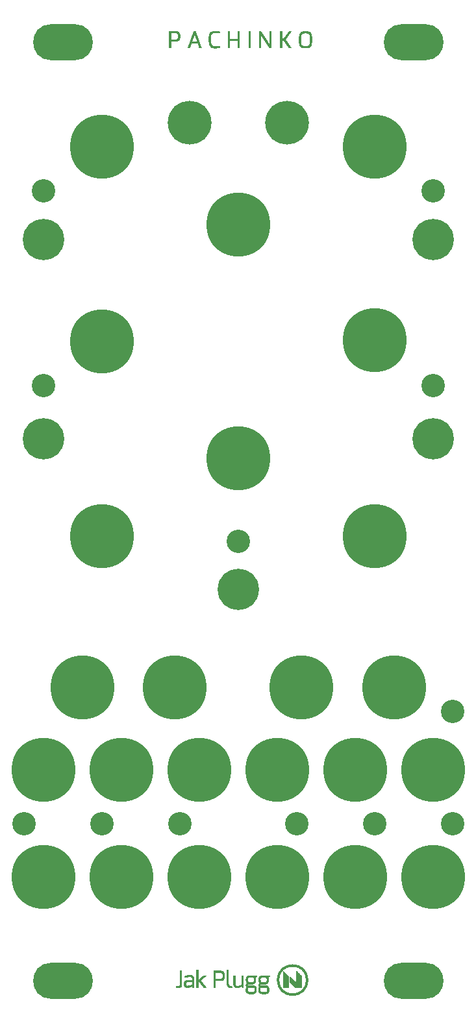
<source format=gts>
G04 DipTrace 3.3.0.0*
G04 pachinko_panel.GTS*
%MOIN*%
G04 #@! TF.FileFunction,Soldermask,Top*
G04 #@! TF.Part,Single*
%ADD12C,0.001*%
%ADD18C,0.013189*%
%ADD28C,0.120079*%
%ADD29C,0.224409*%
%ADD30C,0.212*%
%ADD35O,0.307244X0.185197*%
%ADD37C,0.328031*%
%FSLAX26Y26*%
G04*
G70*
G90*
G75*
G01*
G04 TopMask*
%LPD*%
D28*
X2589016Y4569016D3*
X589016D3*
Y3569016D3*
D29*
X1339016Y4919016D3*
D28*
X1589016Y2769016D3*
D30*
X589016Y4319016D3*
Y3294016D3*
X2589016D3*
Y4319016D3*
D28*
X2689016Y1319016D3*
X1889016D3*
X2689016Y1894016D3*
X1289016Y1319016D3*
X2289016D3*
X489016D3*
X889016D3*
D30*
X1589016Y2522016D3*
D28*
X2589016Y3569016D3*
D29*
X1839016Y4919016D3*
D37*
X2189016Y1044016D3*
X989016D3*
X588765D3*
Y1594833D3*
X989016Y1594016D3*
X1789016Y1044016D3*
X1389016Y1594016D3*
X1789016D3*
X2189016D3*
D35*
X2489016Y512165D3*
X689016D3*
D37*
X1389016Y1044016D3*
D35*
X689016Y5332016D3*
X2489016D3*
D37*
X2589265Y1594016D3*
X2589016Y1044016D3*
X789016Y2019016D3*
X1264016D3*
X1914016D3*
X2389016D3*
X889016Y2794016D3*
X1589016Y3194016D3*
Y4394016D3*
X2289016Y4794016D3*
X889016D3*
Y3794016D3*
X2289016Y3800265D3*
Y2794016D3*
X1793272Y514891D2*
D18*
G02X1793272Y514891I75000J0D01*
G01*
X1374117Y568963D2*
D12*
X1382117D1*
X1530117D2*
X1538117D1*
X1374117Y567963D2*
X1382117D1*
X1530117D2*
X1538117D1*
X1374117Y566963D2*
X1382117D1*
X1530117D2*
X1538117D1*
X1374117Y565963D2*
X1382117D1*
X1530117D2*
X1538117D1*
X1374117Y564963D2*
X1382117D1*
X1530117D2*
X1538117D1*
X1374117Y563963D2*
X1382117D1*
X1530117D2*
X1538117D1*
X1291117Y562963D2*
X1298117D1*
X1374117D2*
X1382117D1*
X1462117D2*
X1500117D1*
X1530117D2*
X1538117D1*
X1291117Y561963D2*
X1298117D1*
X1374117D2*
X1382117D1*
X1462117D2*
X1503460D1*
X1530117D2*
X1538117D1*
X1291117Y560963D2*
X1298117D1*
X1374117D2*
X1382117D1*
X1462117D2*
X1506154D1*
X1530117D2*
X1538117D1*
X1291117Y559963D2*
X1298117D1*
X1374117D2*
X1382117D1*
X1462117D2*
X1508184D1*
X1530117D2*
X1538117D1*
X1291117Y558963D2*
X1298117D1*
X1374117D2*
X1382117D1*
X1462117D2*
X1509711D1*
X1530117D2*
X1538117D1*
X1291117Y557963D2*
X1298117D1*
X1374117D2*
X1382117D1*
X1462117D2*
X1510917D1*
X1530117D2*
X1538117D1*
X1291117Y556963D2*
X1298117D1*
X1374117D2*
X1382117D1*
X1462117D2*
X1511886D1*
X1530117D2*
X1538117D1*
X1291117Y555963D2*
X1298117D1*
X1374117D2*
X1382117D1*
X1462117D2*
X1512650D1*
X1530117D2*
X1538117D1*
X1291117Y554963D2*
X1298117D1*
X1374117D2*
X1382117D1*
X1462117D2*
X1513276D1*
X1530117D2*
X1538117D1*
X1291117Y553963D2*
X1298117D1*
X1374117D2*
X1382117D1*
X1462117D2*
X1470117D1*
X1501075D2*
X1513832D1*
X1530117D2*
X1538117D1*
X1291117Y552963D2*
X1298117D1*
X1374117D2*
X1382117D1*
X1462117D2*
X1470117D1*
X1502904D2*
X1514354D1*
X1530117D2*
X1538117D1*
X1291117Y551963D2*
X1298117D1*
X1374117D2*
X1382117D1*
X1462117D2*
X1470117D1*
X1504462D2*
X1514859D1*
X1530117D2*
X1538117D1*
X1291117Y550963D2*
X1298117D1*
X1374117D2*
X1382117D1*
X1462117D2*
X1470117D1*
X1505669D2*
X1515326D1*
X1530117D2*
X1538117D1*
X1291117Y549963D2*
X1298117D1*
X1374117D2*
X1382117D1*
X1462117D2*
X1470117D1*
X1506553D2*
X1515700D1*
X1530117D2*
X1538117D1*
X1291117Y548963D2*
X1298117D1*
X1374117D2*
X1382117D1*
X1462117D2*
X1470117D1*
X1507201D2*
X1515960D1*
X1530117D2*
X1538117D1*
X1291117Y547963D2*
X1298117D1*
X1374117D2*
X1382117D1*
X1462117D2*
X1470117D1*
X1507652D2*
X1516201D1*
X1530117D2*
X1538117D1*
X1291117Y546963D2*
X1298117D1*
X1374117D2*
X1382117D1*
X1462117D2*
X1470117D1*
X1507943D2*
X1516491D1*
X1530117D2*
X1538117D1*
X1291117Y545963D2*
X1298117D1*
X1374117D2*
X1382117D1*
X1462117D2*
X1470117D1*
X1508195D2*
X1516767D1*
X1530117D2*
X1538117D1*
X1291117Y544963D2*
X1298117D1*
X1374117D2*
X1382117D1*
X1462117D2*
X1470117D1*
X1508488D2*
X1516949D1*
X1530117D2*
X1538117D1*
X1291117Y543963D2*
X1298117D1*
X1374117D2*
X1382117D1*
X1462117D2*
X1470117D1*
X1508767D2*
X1517045D1*
X1530117D2*
X1538117D1*
X1291117Y542963D2*
X1298117D1*
X1374117D2*
X1382117D1*
X1462117D2*
X1470117D1*
X1508949D2*
X1517088D1*
X1530117D2*
X1538117D1*
X1291117Y541963D2*
X1298117D1*
X1374117D2*
X1382117D1*
X1462117D2*
X1470117D1*
X1509045D2*
X1517106D1*
X1530117D2*
X1538117D1*
X1291117Y540963D2*
X1298117D1*
X1374117D2*
X1382117D1*
X1462117D2*
X1470117D1*
X1509088D2*
X1517113D1*
X1530117D2*
X1538117D1*
X1291117Y539963D2*
X1298117D1*
X1328117D2*
X1349117D1*
X1374117D2*
X1382117D1*
X1462117D2*
X1470117D1*
X1509106D2*
X1517115D1*
X1530117D2*
X1538117D1*
X1291117Y538963D2*
X1298117D1*
X1322713D2*
X1351075D1*
X1374117D2*
X1382117D1*
X1411117D2*
X1422117D1*
X1462117D2*
X1470117D1*
X1509113D2*
X1517116D1*
X1530117D2*
X1538117D1*
X1564117D2*
X1572117D1*
X1606117D2*
X1614117D1*
X1641117D2*
X1684117D1*
X1706117D2*
X1749117D1*
X1291117Y537963D2*
X1298117D1*
X1318470D2*
X1352904D1*
X1374117D2*
X1382117D1*
X1409962D2*
X1421117D1*
X1462117D2*
X1470117D1*
X1509115D2*
X1517117D1*
X1530117D2*
X1538117D1*
X1564117D2*
X1572117D1*
X1606117D2*
X1614117D1*
X1639159D2*
X1684117D1*
X1704159D2*
X1749117D1*
X1291117Y536963D2*
X1298117D1*
X1315246D2*
X1354462D1*
X1374117D2*
X1382117D1*
X1408714D2*
X1420117D1*
X1462117D2*
X1470117D1*
X1509116D2*
X1517117D1*
X1530117D2*
X1538117D1*
X1564117D2*
X1572117D1*
X1606117D2*
X1614117D1*
X1637326D2*
X1684113D1*
X1702326D2*
X1749113D1*
X1291117Y535963D2*
X1298117D1*
X1313950D2*
X1355672D1*
X1374117D2*
X1382117D1*
X1407455D2*
X1419117D1*
X1462117D2*
X1470117D1*
X1509117D2*
X1517117D1*
X1530117D2*
X1538117D1*
X1564117D2*
X1572117D1*
X1606117D2*
X1614117D1*
X1635736D2*
X1684058D1*
X1700736D2*
X1749058D1*
X1291117Y534963D2*
X1298117D1*
X1313502D2*
X1356592D1*
X1374117D2*
X1382117D1*
X1406280D2*
X1418117D1*
X1462117D2*
X1470117D1*
X1509117D2*
X1517117D1*
X1530117D2*
X1538117D1*
X1564117D2*
X1572117D1*
X1606117D2*
X1614117D1*
X1634434D2*
X1683918D1*
X1699434D2*
X1748918D1*
X1291117Y533963D2*
X1298117D1*
X1313273D2*
X1357367D1*
X1374117D2*
X1382117D1*
X1405187D2*
X1417117D1*
X1462117D2*
X1470117D1*
X1509117D2*
X1517117D1*
X1530117D2*
X1538117D1*
X1564117D2*
X1572117D1*
X1606117D2*
X1614117D1*
X1633398D2*
X1683080D1*
X1698398D2*
X1748080D1*
X1291117Y532963D2*
X1298117D1*
X1313172D2*
X1358058D1*
X1374117D2*
X1382117D1*
X1404145D2*
X1416113D1*
X1462117D2*
X1470117D1*
X1509113D2*
X1517113D1*
X1530117D2*
X1538117D1*
X1564117D2*
X1572117D1*
X1606117D2*
X1614117D1*
X1632571D2*
X1681001D1*
X1697571D2*
X1746001D1*
X1291117Y531963D2*
X1298117D1*
X1313117D2*
X1329117D1*
X1345720D2*
X1358605D1*
X1374117D2*
X1382117D1*
X1403127D2*
X1415078D1*
X1462117D2*
X1470117D1*
X1509078D2*
X1517078D1*
X1530117D2*
X1538117D1*
X1564117D2*
X1572117D1*
X1606117D2*
X1614117D1*
X1631838D2*
X1678728D1*
X1696838D2*
X1743728D1*
X1291117Y530963D2*
X1298117D1*
X1347854D2*
X1359032D1*
X1374117D2*
X1382117D1*
X1402121D2*
X1413950D1*
X1462117D2*
X1470117D1*
X1508950D2*
X1516950D1*
X1530117D2*
X1538117D1*
X1564117D2*
X1572117D1*
X1606117D2*
X1614117D1*
X1631165D2*
X1645706D1*
X1661840D2*
X1676775D1*
X1696165D2*
X1710706D1*
X1726840D2*
X1741775D1*
X1291117Y529963D2*
X1298117D1*
X1349393D2*
X1359418D1*
X1374117D2*
X1382117D1*
X1401118D2*
X1412711D1*
X1462117D2*
X1470117D1*
X1508707D2*
X1516711D1*
X1530117D2*
X1538117D1*
X1564117D2*
X1572117D1*
X1606117D2*
X1614117D1*
X1630625D2*
X1642952D1*
X1664130D2*
X1675117D1*
X1695625D2*
X1707952D1*
X1729130D2*
X1740117D1*
X1291117Y528963D2*
X1298117D1*
X1350439D2*
X1359739D1*
X1374117D2*
X1382117D1*
X1400117D2*
X1411454D1*
X1462117D2*
X1470117D1*
X1508415D2*
X1516450D1*
X1530117D2*
X1538117D1*
X1564117D2*
X1572117D1*
X1606117D2*
X1614117D1*
X1630201D2*
X1640951D1*
X1665815D2*
X1675733D1*
X1695201D2*
X1705951D1*
X1730815D2*
X1740733D1*
X1291117Y527963D2*
X1298117D1*
X1351157D2*
X1359939D1*
X1374117D2*
X1382117D1*
X1399117D2*
X1410280D1*
X1462117D2*
X1470117D1*
X1508110D2*
X1516241D1*
X1530117D2*
X1538117D1*
X1564117D2*
X1572117D1*
X1606117D2*
X1614117D1*
X1629811D2*
X1639503D1*
X1667019D2*
X1676272D1*
X1694811D2*
X1704503D1*
X1732019D2*
X1741272D1*
X1291117Y526963D2*
X1298117D1*
X1351632D2*
X1360041D1*
X1374117D2*
X1382117D1*
X1398117D2*
X1409187D1*
X1462117D2*
X1470117D1*
X1507738D2*
X1516021D1*
X1530117D2*
X1538117D1*
X1564117D2*
X1572117D1*
X1606117D2*
X1614117D1*
X1629456D2*
X1638455D1*
X1667916D2*
X1676711D1*
X1694456D2*
X1703455D1*
X1732916D2*
X1741711D1*
X1291117Y525963D2*
X1298117D1*
X1351902D2*
X1360087D1*
X1374117D2*
X1382117D1*
X1397113D2*
X1408145D1*
X1462117D2*
X1470117D1*
X1507269D2*
X1515735D1*
X1530117D2*
X1538117D1*
X1564117D2*
X1572117D1*
X1606117D2*
X1614117D1*
X1629128D2*
X1637742D1*
X1668550D2*
X1677078D1*
X1694128D2*
X1702742D1*
X1733550D2*
X1742078D1*
X1291117Y524963D2*
X1298117D1*
X1352065D2*
X1360106D1*
X1374117D2*
X1382117D1*
X1396078D2*
X1407127D1*
X1462117D2*
X1470117D1*
X1506632D2*
X1515426D1*
X1530117D2*
X1538117D1*
X1564117D2*
X1572117D1*
X1606117D2*
X1614117D1*
X1628787D2*
X1637245D1*
X1669012D2*
X1677437D1*
X1693787D2*
X1702245D1*
X1734012D2*
X1742437D1*
X1291117Y523963D2*
X1298117D1*
X1352248D2*
X1360113D1*
X1374117D2*
X1382117D1*
X1394950D2*
X1406121D1*
X1462117D2*
X1470117D1*
X1505704D2*
X1515113D1*
X1530117D2*
X1538117D1*
X1564117D2*
X1572117D1*
X1606117D2*
X1614117D1*
X1628484D2*
X1636831D1*
X1669411D2*
X1677746D1*
X1693484D2*
X1701831D1*
X1734411D2*
X1742746D1*
X1291117Y522963D2*
X1298117D1*
X1352510D2*
X1360115D1*
X1374117D2*
X1382117D1*
X1393711D2*
X1405118D1*
X1462117D2*
X1470117D1*
X1504420D2*
X1514743D1*
X1530117D2*
X1538117D1*
X1564117D2*
X1572117D1*
X1606117D2*
X1614117D1*
X1628291D2*
X1636501D1*
X1669736D2*
X1677941D1*
X1693291D2*
X1701501D1*
X1734736D2*
X1742941D1*
X1291117Y521963D2*
X1298117D1*
X1352775D2*
X1360116D1*
X1374117D2*
X1382117D1*
X1392454D2*
X1404117D1*
X1462117D2*
X1470117D1*
X1502835D2*
X1514312D1*
X1530117D2*
X1538117D1*
X1564117D2*
X1572117D1*
X1606117D2*
X1614117D1*
X1628191D2*
X1636297D1*
X1669938D2*
X1678042D1*
X1693191D2*
X1701297D1*
X1734938D2*
X1743042D1*
X1291117Y520963D2*
X1298117D1*
X1352948D2*
X1360117D1*
X1374117D2*
X1382117D1*
X1391260D2*
X1403117D1*
X1462117D2*
X1513842D1*
X1530117D2*
X1538117D1*
X1564117D2*
X1572117D1*
X1606117D2*
X1614117D1*
X1628146D2*
X1636193D1*
X1670041D2*
X1678087D1*
X1693146D2*
X1701193D1*
X1735041D2*
X1743087D1*
X1291117Y519963D2*
X1298117D1*
X1353007D2*
X1360117D1*
X1374117D2*
X1382117D1*
X1389977D2*
X1402117D1*
X1462117D2*
X1513319D1*
X1530117D2*
X1538117D1*
X1564117D2*
X1572117D1*
X1606117D2*
X1614117D1*
X1628128D2*
X1636147D1*
X1670087D2*
X1678106D1*
X1693128D2*
X1701147D1*
X1735087D2*
X1743106D1*
X1291117Y518963D2*
X1298117D1*
X1352922D2*
X1360117D1*
X1374117D2*
X1382117D1*
X1388162D2*
X1401117D1*
X1462117D2*
X1512690D1*
X1530117D2*
X1538117D1*
X1564117D2*
X1572117D1*
X1606117D2*
X1614117D1*
X1628121D2*
X1636128D1*
X1670106D2*
X1678113D1*
X1693121D2*
X1701128D1*
X1735106D2*
X1743113D1*
X1291117Y517963D2*
X1298117D1*
X1352700D2*
X1360117D1*
X1374117D2*
X1382117D1*
X1385435D2*
X1400117D1*
X1462117D2*
X1511877D1*
X1530117D2*
X1538117D1*
X1564117D2*
X1572117D1*
X1606117D2*
X1614117D1*
X1628118D2*
X1636121D1*
X1670113D2*
X1678115D1*
X1693118D2*
X1701121D1*
X1735113D2*
X1743115D1*
X1291117Y516963D2*
X1298117D1*
X1352451D2*
X1360117D1*
X1374117D2*
X1399117D1*
X1462117D2*
X1510825D1*
X1530117D2*
X1538117D1*
X1564117D2*
X1572117D1*
X1606117D2*
X1614117D1*
X1628117D2*
X1636118D1*
X1670115D2*
X1678116D1*
X1693117D2*
X1701118D1*
X1735115D2*
X1743116D1*
X1291117Y515963D2*
X1298117D1*
X1352278D2*
X1360117D1*
X1374117D2*
X1398117D1*
X1462117D2*
X1509469D1*
X1530117D2*
X1538117D1*
X1564117D2*
X1572117D1*
X1606117D2*
X1614117D1*
X1628117D2*
X1636121D1*
X1670116D2*
X1678113D1*
X1693117D2*
X1701121D1*
X1735116D2*
X1743113D1*
X1291117Y514963D2*
X1298117D1*
X1352181D2*
X1360117D1*
X1374117D2*
X1397117D1*
X1462117D2*
X1507828D1*
X1530117D2*
X1538117D1*
X1564117D2*
X1572117D1*
X1606117D2*
X1614117D1*
X1628121D2*
X1636156D1*
X1670113D2*
X1678078D1*
X1693121D2*
X1701156D1*
X1735113D2*
X1743078D1*
X1291117Y513963D2*
X1298117D1*
X1320117D2*
X1360117D1*
X1374117D2*
X1396117D1*
X1462117D2*
X1470117D1*
X1476117D2*
X1506007D1*
X1530117D2*
X1538117D1*
X1564117D2*
X1572117D1*
X1606117D2*
X1614117D1*
X1628156D2*
X1636283D1*
X1670078D2*
X1677950D1*
X1693156D2*
X1701283D1*
X1735078D2*
X1742950D1*
X1291117Y512963D2*
X1298117D1*
X1318505D2*
X1360117D1*
X1374117D2*
X1395117D1*
X1462117D2*
X1470117D1*
X1487117D2*
X1504117D1*
X1530117D2*
X1538117D1*
X1564117D2*
X1572117D1*
X1606117D2*
X1614117D1*
X1628283D2*
X1636527D1*
X1669946D2*
X1677711D1*
X1693283D2*
X1701527D1*
X1734946D2*
X1742711D1*
X1291117Y511963D2*
X1298117D1*
X1317005D2*
X1360117D1*
X1374117D2*
X1395962D1*
X1462117D2*
X1470117D1*
X1530117D2*
X1538117D1*
X1564117D2*
X1572117D1*
X1606117D2*
X1614117D1*
X1628523D2*
X1636818D1*
X1669672D2*
X1677450D1*
X1693523D2*
X1701818D1*
X1734672D2*
X1742450D1*
X1291117Y510963D2*
X1298117D1*
X1315728D2*
X1360117D1*
X1374117D2*
X1396714D1*
X1462117D2*
X1470117D1*
X1530117D2*
X1538117D1*
X1564117D2*
X1572117D1*
X1606117D2*
X1614117D1*
X1628783D2*
X1637124D1*
X1669284D2*
X1677241D1*
X1693783D2*
X1702124D1*
X1734284D2*
X1742241D1*
X1291117Y509963D2*
X1298117D1*
X1314732D2*
X1360117D1*
X1374117D2*
X1397455D1*
X1462117D2*
X1470117D1*
X1530117D2*
X1538117D1*
X1564117D2*
X1572117D1*
X1606117D2*
X1614117D1*
X1628993D2*
X1637495D1*
X1668831D2*
X1677021D1*
X1693993D2*
X1702495D1*
X1733831D2*
X1742021D1*
X1291117Y508963D2*
X1298117D1*
X1313908D2*
X1360117D1*
X1374117D2*
X1398276D1*
X1462117D2*
X1470117D1*
X1530117D2*
X1538117D1*
X1564117D2*
X1572117D1*
X1606117D2*
X1614117D1*
X1629217D2*
X1637961D1*
X1668315D2*
X1676735D1*
X1694217D2*
X1702961D1*
X1733315D2*
X1741735D1*
X1291117Y507963D2*
X1298117D1*
X1313193D2*
X1350117D1*
X1352117D2*
X1360117D1*
X1374117D2*
X1382117D1*
X1388113D2*
X1399148D1*
X1462117D2*
X1470117D1*
X1530117D2*
X1538117D1*
X1564117D2*
X1572117D1*
X1606117D2*
X1614117D1*
X1629534D2*
X1638566D1*
X1667685D2*
X1676426D1*
X1694534D2*
X1703566D1*
X1732685D2*
X1741426D1*
X1291117Y506963D2*
X1298117D1*
X1312635D2*
X1336117D1*
X1352117D2*
X1360117D1*
X1374117D2*
X1382117D1*
X1389078D2*
X1399978D1*
X1462117D2*
X1470117D1*
X1530117D2*
X1538117D1*
X1564117D2*
X1572117D1*
X1606117D2*
X1614117D1*
X1629939D2*
X1639406D1*
X1666834D2*
X1676113D1*
X1694939D2*
X1704406D1*
X1731834D2*
X1741113D1*
X1291117Y505963D2*
X1298117D1*
X1312204D2*
X1324313D1*
X1352117D2*
X1360117D1*
X1374117D2*
X1382117D1*
X1389950D2*
X1400721D1*
X1462117D2*
X1470117D1*
X1530117D2*
X1538117D1*
X1564117D2*
X1572117D1*
X1606117D2*
X1614117D1*
X1630399D2*
X1640621D1*
X1665615D2*
X1675743D1*
X1695399D2*
X1705621D1*
X1730615D2*
X1740743D1*
X1291117Y504963D2*
X1298117D1*
X1311816D2*
X1322732D1*
X1352117D2*
X1360117D1*
X1374117D2*
X1382117D1*
X1390711D2*
X1401454D1*
X1462117D2*
X1470117D1*
X1530117D2*
X1538117D1*
X1564117D2*
X1572117D1*
X1606117D2*
X1614117D1*
X1630917D2*
X1642373D1*
X1663861D2*
X1675312D1*
X1695917D2*
X1707373D1*
X1728861D2*
X1740312D1*
X1291117Y503963D2*
X1298117D1*
X1311495D2*
X1321437D1*
X1352117D2*
X1360117D1*
X1374117D2*
X1382117D1*
X1391454D2*
X1402242D1*
X1462117D2*
X1470117D1*
X1530117D2*
X1538117D1*
X1564117D2*
X1572117D1*
X1606117D2*
X1614117D1*
X1631541D2*
X1644631D1*
X1661603D2*
X1674842D1*
X1696541D2*
X1709631D1*
X1726603D2*
X1739842D1*
X1291117Y502963D2*
X1298117D1*
X1311295D2*
X1320441D1*
X1352117D2*
X1360117D1*
X1374117D2*
X1382117D1*
X1392276D2*
X1403021D1*
X1462117D2*
X1470117D1*
X1530117D2*
X1538117D1*
X1564117D2*
X1572117D1*
X1606117D2*
X1614117D1*
X1632313D2*
X1674319D1*
X1697313D2*
X1739319D1*
X1291117Y501963D2*
X1298117D1*
X1311193D2*
X1319665D1*
X1352117D2*
X1360117D1*
X1374117D2*
X1382117D1*
X1393148D2*
X1403739D1*
X1462117D2*
X1470117D1*
X1530117D2*
X1538117D1*
X1564117D2*
X1572117D1*
X1606117D2*
X1614117D1*
X1633193D2*
X1673694D1*
X1698193D2*
X1738694D1*
X1291117Y500963D2*
X1298117D1*
X1311147D2*
X1319383D1*
X1352117D2*
X1360117D1*
X1374117D2*
X1382117D1*
X1393978D2*
X1404461D1*
X1462117D2*
X1470117D1*
X1530117D2*
X1538117D1*
X1564117D2*
X1572117D1*
X1606117D2*
X1614117D1*
X1634117D2*
X1672916D1*
X1699117D2*
X1737916D1*
X1291117Y499963D2*
X1298117D1*
X1311128D2*
X1319230D1*
X1352117D2*
X1360117D1*
X1374117D2*
X1382117D1*
X1394721D2*
X1405245D1*
X1462117D2*
X1470117D1*
X1530117D2*
X1538117D1*
X1564117D2*
X1572117D1*
X1606117D2*
X1614117D1*
X1632813D2*
X1671991D1*
X1697813D2*
X1736991D1*
X1291117Y498963D2*
X1298117D1*
X1311121D2*
X1319161D1*
X1352117D2*
X1360117D1*
X1374117D2*
X1382117D1*
X1395458D2*
X1406022D1*
X1462117D2*
X1470117D1*
X1530117D2*
X1538117D1*
X1564117D2*
X1572117D1*
X1606117D2*
X1614117D1*
X1631647D2*
X1670863D1*
X1696647D2*
X1735863D1*
X1291113Y497963D2*
X1298117D1*
X1311118D2*
X1319133D1*
X1352117D2*
X1360117D1*
X1374117D2*
X1382117D1*
X1396277D2*
X1406739D1*
X1462117D2*
X1470117D1*
X1530121D2*
X1538117D1*
X1564117D2*
X1572117D1*
X1606117D2*
X1614117D1*
X1630733D2*
X1669363D1*
X1695733D2*
X1734363D1*
X1291078Y496963D2*
X1298117D1*
X1311117D2*
X1319123D1*
X1352117D2*
X1360117D1*
X1374117D2*
X1382117D1*
X1397149D2*
X1407465D1*
X1462117D2*
X1470117D1*
X1530156D2*
X1538121D1*
X1564117D2*
X1572117D1*
X1606117D2*
X1614117D1*
X1630023D2*
X1667246D1*
X1695023D2*
X1732246D1*
X1290950Y495963D2*
X1298117D1*
X1311117D2*
X1319119D1*
X1352117D2*
X1360117D1*
X1374117D2*
X1382117D1*
X1397978D2*
X1408280D1*
X1462117D2*
X1470117D1*
X1530283D2*
X1538156D1*
X1564117D2*
X1572117D1*
X1606117D2*
X1614117D1*
X1629431D2*
X1664394D1*
X1694431D2*
X1729394D1*
X1290711Y494963D2*
X1298117D1*
X1311117D2*
X1319117D1*
X1352113D2*
X1360117D1*
X1374117D2*
X1382117D1*
X1398721D2*
X1409150D1*
X1462117D2*
X1470117D1*
X1530523D2*
X1538283D1*
X1564121D2*
X1572121D1*
X1606113D2*
X1614117D1*
X1628929D2*
X1661117D1*
X1693929D2*
X1726117D1*
X1290450Y493963D2*
X1298117D1*
X1311117D2*
X1319117D1*
X1352066D2*
X1360117D1*
X1374117D2*
X1382117D1*
X1399458D2*
X1409979D1*
X1462117D2*
X1470117D1*
X1530779D2*
X1538527D1*
X1564156D2*
X1572156D1*
X1606070D2*
X1614117D1*
X1628545D2*
X1637313D1*
X1693545D2*
X1702313D1*
X1290241Y492963D2*
X1298117D1*
X1311117D2*
X1319117D1*
X1351949D2*
X1360117D1*
X1374117D2*
X1382117D1*
X1400277D2*
X1410721D1*
X1462117D2*
X1470117D1*
X1530954D2*
X1538818D1*
X1564283D2*
X1572287D1*
X1605964D2*
X1614117D1*
X1628315D2*
X1636728D1*
X1693315D2*
X1701728D1*
X1290017Y491963D2*
X1298117D1*
X1311117D2*
X1319121D1*
X1351322D2*
X1360117D1*
X1374117D2*
X1382117D1*
X1401149D2*
X1411454D1*
X1462117D2*
X1470117D1*
X1531050D2*
X1539124D1*
X1564527D2*
X1572566D1*
X1605443D2*
X1614117D1*
X1628200D2*
X1636401D1*
X1693200D2*
X1701401D1*
X1289700Y490963D2*
X1298113D1*
X1311121D2*
X1319160D1*
X1349626D2*
X1360117D1*
X1374117D2*
X1382117D1*
X1401978D2*
X1412242D1*
X1462117D2*
X1470117D1*
X1531128D2*
X1539499D1*
X1564818D2*
X1572989D1*
X1604101D2*
X1614117D1*
X1628149D2*
X1636225D1*
X1693149D2*
X1701225D1*
X1289291Y489963D2*
X1298078D1*
X1311156D2*
X1319326D1*
X1347248D2*
X1360117D1*
X1374117D2*
X1382117D1*
X1402721D2*
X1413021D1*
X1462117D2*
X1470117D1*
X1531273D2*
X1540008D1*
X1565124D2*
X1573573D1*
X1602283D2*
X1614117D1*
X1628133D2*
X1636417D1*
X1693133D2*
X1701417D1*
X1288792Y488963D2*
X1297950D1*
X1311283D2*
X1319638D1*
X1344153D2*
X1360117D1*
X1374117D2*
X1382117D1*
X1403458D2*
X1413739D1*
X1462117D2*
X1470117D1*
X1531523D2*
X1540652D1*
X1565491D2*
X1574367D1*
X1600046D2*
X1614117D1*
X1628160D2*
X1637316D1*
X1693160D2*
X1702316D1*
X1288072Y487963D2*
X1297707D1*
X1311527D2*
X1320467D1*
X1340148D2*
X1360117D1*
X1374117D2*
X1382117D1*
X1404277D2*
X1414465D1*
X1462117D2*
X1470117D1*
X1531817D2*
X1542148D1*
X1565922D2*
X1575413D1*
X1597396D2*
X1614117D1*
X1628289D2*
X1638614D1*
X1693289D2*
X1703614D1*
X1287084Y486963D2*
X1297415D1*
X1311822D2*
X1322924D1*
X1334584D2*
X1360117D1*
X1374117D2*
X1382117D1*
X1405149D2*
X1415280D1*
X1462117D2*
X1470117D1*
X1532124D2*
X1544283D1*
X1566392D2*
X1576762D1*
X1594277D2*
X1614117D1*
X1628562D2*
X1670117D1*
X1693562D2*
X1735117D1*
X1283971Y485963D2*
X1297110D1*
X1312159D2*
X1326985D1*
X1326966D2*
X1360117D1*
X1374117D2*
X1382117D1*
X1405978D2*
X1416149D1*
X1462117D2*
X1470117D1*
X1532495D2*
X1547023D1*
X1566914D2*
X1578380D1*
X1590779D2*
X1614117D1*
X1628954D2*
X1672191D1*
X1693954D2*
X1737191D1*
X1269117Y484963D2*
X1274117D1*
X1279113D2*
X1296738D1*
X1312623D2*
X1360117D1*
X1374117D2*
X1382117D1*
X1406721D2*
X1416979D1*
X1462117D2*
X1470117D1*
X1532961D2*
X1549894D1*
X1567540D2*
X1614117D1*
X1629438D2*
X1673978D1*
X1694438D2*
X1738978D1*
X1268966Y483963D2*
X1296273D1*
X1313200D2*
X1350309D1*
X1353155D2*
X1360117D1*
X1374117D2*
X1382117D1*
X1407458D2*
X1417721D1*
X1462117D2*
X1470117D1*
X1533559D2*
X1552240D1*
X1568313D2*
X1604271D1*
X1605958D2*
X1614117D1*
X1630038D2*
X1675400D1*
X1695038D2*
X1740400D1*
X1268757Y482963D2*
X1295671D1*
X1313819D2*
X1347686D1*
X1353283D2*
X1360117D1*
X1374117D2*
X1382117D1*
X1408277D2*
X1418454D1*
X1462117D2*
X1470117D1*
X1534324D2*
X1554006D1*
X1569200D2*
X1602519D1*
X1606671D2*
X1614117D1*
X1630699D2*
X1676461D1*
X1695699D2*
X1741461D1*
X1268566Y481963D2*
X1294870D1*
X1314538D2*
X1345184D1*
X1353527D2*
X1360117D1*
X1374117D2*
X1382117D1*
X1409149D2*
X1419242D1*
X1462117D2*
X1470117D1*
X1535245D2*
X1554689D1*
X1570153D2*
X1600774D1*
X1607250D2*
X1614117D1*
X1631315D2*
X1677310D1*
X1696315D2*
X1742310D1*
X1268786Y480963D2*
X1293810D1*
X1315508D2*
X1342608D1*
X1353821D2*
X1360117D1*
X1374117D2*
X1382117D1*
X1409978D2*
X1420020D1*
X1462117D2*
X1470117D1*
X1536359D2*
X1554920D1*
X1571176D2*
X1598910D1*
X1607707D2*
X1614117D1*
X1631432D2*
X1678036D1*
X1696432D2*
X1743036D1*
X1269560Y479963D2*
X1292342D1*
X1316850D2*
X1339799D1*
X1354151D2*
X1360117D1*
X1374117D2*
X1382117D1*
X1410712D2*
X1420730D1*
X1462117D2*
X1470117D1*
X1537741D2*
X1555038D1*
X1572372D2*
X1596837D1*
X1608107D2*
X1614117D1*
X1631127D2*
X1678597D1*
X1696127D2*
X1743597D1*
X1271400Y478963D2*
X1290238D1*
X1318620D2*
X1336625D1*
X1354591D2*
X1360117D1*
X1374117D2*
X1382117D1*
X1411408D2*
X1421414D1*
X1462117D2*
X1470117D1*
X1539372D2*
X1555089D1*
X1573926D2*
X1594477D1*
X1608575D2*
X1614117D1*
X1630651D2*
X1635117D1*
X1639117D2*
X1679028D1*
X1695651D2*
X1700117D1*
X1704117D2*
X1744028D1*
X1274019Y477963D2*
X1287392D1*
X1320771D2*
X1333004D1*
X1355117D2*
X1360117D1*
X1374117D2*
X1382117D1*
X1412117D2*
X1422117D1*
X1462117D2*
X1470117D1*
X1541117D2*
X1555117D1*
X1575907D2*
X1591856D1*
X1609117D2*
X1614117D1*
X1630059D2*
X1635117D1*
X1670075D2*
X1679417D1*
X1695059D2*
X1700117D1*
X1735075D2*
X1744417D1*
X1277117Y476963D2*
X1284117D1*
X1323117D2*
X1329117D1*
X1578117D2*
X1589117D1*
X1629472D2*
X1635117D1*
X1670911D2*
X1679738D1*
X1694472D2*
X1700117D1*
X1735911D2*
X1744738D1*
X1628952Y475963D2*
X1635117D1*
X1671540D2*
X1679939D1*
X1693952D2*
X1700117D1*
X1736540D2*
X1744939D1*
X1628556Y474963D2*
X1635117D1*
X1672005D2*
X1680041D1*
X1693556D2*
X1700117D1*
X1737005D2*
X1745041D1*
X1628320Y473963D2*
X1635117D1*
X1672408D2*
X1680087D1*
X1693320D2*
X1700117D1*
X1737408D2*
X1745087D1*
X1628202Y472963D2*
X1635117D1*
X1672735D2*
X1680106D1*
X1693202D2*
X1700117D1*
X1737735D2*
X1745106D1*
X1628150Y471963D2*
X1635117D1*
X1672937D2*
X1680113D1*
X1693150D2*
X1700117D1*
X1737937D2*
X1745113D1*
X1628129Y470963D2*
X1635117D1*
X1673041D2*
X1680115D1*
X1693129D2*
X1700117D1*
X1738041D2*
X1745115D1*
X1628121Y469963D2*
X1635117D1*
X1673087D2*
X1680116D1*
X1693121D2*
X1700117D1*
X1738087D2*
X1745116D1*
X1628118Y468963D2*
X1635117D1*
X1673106D2*
X1680117D1*
X1693118D2*
X1700117D1*
X1738106D2*
X1745117D1*
X1628117Y467963D2*
X1635117D1*
X1673113D2*
X1680117D1*
X1693117D2*
X1700117D1*
X1738113D2*
X1745117D1*
X1628117Y466963D2*
X1635117D1*
X1673115D2*
X1680117D1*
X1693117D2*
X1700117D1*
X1738115D2*
X1745117D1*
X1628117Y465963D2*
X1635117D1*
X1673116D2*
X1680117D1*
X1693117D2*
X1700117D1*
X1738116D2*
X1745117D1*
X1628117Y464963D2*
X1635121D1*
X1673113D2*
X1680117D1*
X1693117D2*
X1700121D1*
X1738113D2*
X1745117D1*
X1628117Y463963D2*
X1635156D1*
X1673078D2*
X1680117D1*
X1693117D2*
X1700156D1*
X1738078D2*
X1745117D1*
X1628117Y462963D2*
X1635283D1*
X1672950D2*
X1680117D1*
X1693117D2*
X1700283D1*
X1737950D2*
X1745117D1*
X1628117Y461963D2*
X1635527D1*
X1672707D2*
X1680117D1*
X1693117D2*
X1700527D1*
X1737707D2*
X1745117D1*
X1628117Y460963D2*
X1635822D1*
X1672415D2*
X1680117D1*
X1693117D2*
X1700822D1*
X1737415D2*
X1745117D1*
X1628121Y459963D2*
X1636163D1*
X1672106D2*
X1680113D1*
X1693121D2*
X1701163D1*
X1737106D2*
X1745113D1*
X1628156Y458963D2*
X1636670D1*
X1671695D2*
X1680078D1*
X1693156D2*
X1701670D1*
X1736695D2*
X1745078D1*
X1628287Y457963D2*
X1637453D1*
X1671063D2*
X1679946D1*
X1693287D2*
X1702453D1*
X1736063D2*
X1744946D1*
X1628562Y456963D2*
X1638639D1*
X1670060D2*
X1679672D1*
X1693562D2*
X1703639D1*
X1735060D2*
X1744672D1*
X1628950Y455963D2*
X1640381D1*
X1668637D2*
X1679284D1*
X1693950D2*
X1705381D1*
X1733637D2*
X1744284D1*
X1629403Y454963D2*
X1642633D1*
X1666932D2*
X1678835D1*
X1694403D2*
X1707633D1*
X1731932D2*
X1743835D1*
X1629918Y453963D2*
X1678354D1*
X1694918D2*
X1743354D1*
X1630545Y452963D2*
X1677855D1*
X1695545D2*
X1742855D1*
X1631353Y451963D2*
X1677287D1*
X1696353D2*
X1742287D1*
X1632374Y450963D2*
X1676522D1*
X1697374D2*
X1741522D1*
X1633649Y449963D2*
X1675425D1*
X1698649D2*
X1740425D1*
X1635294Y448963D2*
X1673911D1*
X1700294D2*
X1738911D1*
X1637575Y447963D2*
X1671827D1*
X1702575D2*
X1736827D1*
X1640633Y446963D2*
X1669129D1*
X1705633D2*
X1734129D1*
X1644117Y445963D2*
X1666117D1*
X1709117D2*
X1731117D1*
X1462608Y5388963D2*
X1469608D1*
X1233608Y5387963D2*
X1271608D1*
X1360608D2*
X1368608D1*
X1458419D2*
X1481608D1*
X1537608D2*
X1544608D1*
X1586608D2*
X1594608D1*
X1641608D2*
X1648608D1*
X1695608D2*
X1703608D1*
X1749608D2*
X1757608D1*
X1804608D2*
X1811608D1*
X1849608D2*
X1858608D1*
X1922608D2*
X1943608D1*
X1233608Y5386963D2*
X1274950D1*
X1360228D2*
X1368953D1*
X1454977D2*
X1487670D1*
X1537608D2*
X1544608D1*
X1586608D2*
X1594608D1*
X1641608D2*
X1648608D1*
X1695608D2*
X1704108D1*
X1749608D2*
X1757608D1*
X1804608D2*
X1811608D1*
X1848762D2*
X1858107D1*
X1919346D2*
X1946989D1*
X1233608Y5385963D2*
X1277645D1*
X1359802D2*
X1369286D1*
X1452245D2*
X1493608D1*
X1537608D2*
X1544608D1*
X1586608D2*
X1594608D1*
X1641608D2*
X1648608D1*
X1695608D2*
X1704693D1*
X1749608D2*
X1757608D1*
X1804608D2*
X1811608D1*
X1848010D2*
X1857523D1*
X1916513D2*
X1949811D1*
X1233608Y5384963D2*
X1279675D1*
X1359369D2*
X1369603D1*
X1450056D2*
X1493608D1*
X1537608D2*
X1544608D1*
X1586608D2*
X1594608D1*
X1641608D2*
X1648608D1*
X1695608D2*
X1705304D1*
X1749608D2*
X1757608D1*
X1804608D2*
X1811608D1*
X1847273D2*
X1856912D1*
X1914200D2*
X1952081D1*
X1233608Y5383963D2*
X1281202D1*
X1358979D2*
X1369945D1*
X1448317D2*
X1493608D1*
X1537608D2*
X1544608D1*
X1586608D2*
X1594608D1*
X1641608D2*
X1648608D1*
X1695608D2*
X1705948D1*
X1749608D2*
X1757608D1*
X1804608D2*
X1811608D1*
X1846483D2*
X1856268D1*
X1912383D2*
X1953868D1*
X1233608Y5382963D2*
X1282408D1*
X1358633D2*
X1370280D1*
X1446957D2*
X1493608D1*
X1537608D2*
X1544608D1*
X1586608D2*
X1594608D1*
X1641608D2*
X1648608D1*
X1695608D2*
X1706620D1*
X1749608D2*
X1757608D1*
X1804608D2*
X1811608D1*
X1845704D2*
X1855596D1*
X1910984D2*
X1955284D1*
X1233608Y5381963D2*
X1283377D1*
X1358279D2*
X1370600D1*
X1445900D2*
X1493608D1*
X1537608D2*
X1544608D1*
X1586608D2*
X1594608D1*
X1641608D2*
X1648608D1*
X1695608D2*
X1707274D1*
X1749608D2*
X1757608D1*
X1804608D2*
X1811608D1*
X1844989D2*
X1854938D1*
X1909910D2*
X1956473D1*
X1233608Y5380963D2*
X1284141D1*
X1357938D2*
X1370943D1*
X1445066D2*
X1493608D1*
X1537608D2*
X1544608D1*
X1586608D2*
X1594608D1*
X1641608D2*
X1648608D1*
X1695608D2*
X1707936D1*
X1749608D2*
X1757608D1*
X1804608D2*
X1811608D1*
X1844299D2*
X1854244D1*
X1909069D2*
X1957519D1*
X1233608Y5379963D2*
X1284767D1*
X1357616D2*
X1371280D1*
X1444326D2*
X1460043D1*
X1480608D2*
X1493608D1*
X1537608D2*
X1544608D1*
X1586608D2*
X1594608D1*
X1641608D2*
X1648608D1*
X1695608D2*
X1708615D1*
X1749608D2*
X1757608D1*
X1804608D2*
X1811608D1*
X1843607D2*
X1853472D1*
X1908328D2*
X1928594D1*
X1937390D2*
X1958419D1*
X1233608Y5378963D2*
X1241608D1*
X1272566D2*
X1285323D1*
X1357272D2*
X1371600D1*
X1443621D2*
X1457040D1*
X1537608D2*
X1544608D1*
X1586608D2*
X1594608D1*
X1641608D2*
X1648608D1*
X1695608D2*
X1709272D1*
X1749608D2*
X1757608D1*
X1804608D2*
X1811608D1*
X1842946D2*
X1852700D1*
X1907621D2*
X1923709D1*
X1942767D2*
X1959156D1*
X1233608Y5377963D2*
X1241608D1*
X1274394D2*
X1285844D1*
X1356936D2*
X1371943D1*
X1442988D2*
X1454777D1*
X1537608D2*
X1544608D1*
X1586608D2*
X1594608D1*
X1641608D2*
X1648608D1*
X1695608D2*
X1709936D1*
X1749608D2*
X1757608D1*
X1804608D2*
X1811608D1*
X1842281D2*
X1851988D1*
X1906984D2*
X1920201D1*
X1946494D2*
X1959773D1*
X1233608Y5376963D2*
X1241608D1*
X1275953D2*
X1286350D1*
X1356611D2*
X1372280D1*
X1442448D2*
X1453118D1*
X1537608D2*
X1544608D1*
X1586608D2*
X1594608D1*
X1641608D2*
X1648608D1*
X1695608D2*
X1710615D1*
X1749608D2*
X1757608D1*
X1804608D2*
X1811608D1*
X1841600D2*
X1851298D1*
X1906413D2*
X1917795D1*
X1949010D2*
X1960325D1*
X1233608Y5375963D2*
X1241608D1*
X1277159D2*
X1286817D1*
X1356237D2*
X1372600D1*
X1442011D2*
X1451850D1*
X1537608D2*
X1544608D1*
X1586608D2*
X1594608D1*
X1641608D2*
X1648608D1*
X1695608D2*
X1711272D1*
X1749608D2*
X1757608D1*
X1804608D2*
X1811608D1*
X1840939D2*
X1850607D1*
X1905879D2*
X1916110D1*
X1950720D2*
X1960845D1*
X1233608Y5374963D2*
X1241608D1*
X1278044D2*
X1287191D1*
X1355808D2*
X1372943D1*
X1441645D2*
X1450855D1*
X1537608D2*
X1544608D1*
X1586608D2*
X1594608D1*
X1641608D2*
X1648608D1*
X1695608D2*
X1711936D1*
X1749608D2*
X1757608D1*
X1804608D2*
X1811608D1*
X1840245D2*
X1849946D1*
X1905366D2*
X1914842D1*
X1951858D2*
X1961350D1*
X1233608Y5373963D2*
X1241608D1*
X1278692D2*
X1287451D1*
X1355372D2*
X1363453D1*
X1365646D2*
X1373280D1*
X1441283D2*
X1450080D1*
X1537608D2*
X1544608D1*
X1586608D2*
X1594608D1*
X1641608D2*
X1648608D1*
X1695608D2*
X1712615D1*
X1749608D2*
X1757608D1*
X1804608D2*
X1811608D1*
X1839473D2*
X1849281D1*
X1904864D2*
X1913851D1*
X1952654D2*
X1961821D1*
X1233608Y5372963D2*
X1241608D1*
X1279143D2*
X1287692D1*
X1354981D2*
X1363201D1*
X1365774D2*
X1373604D1*
X1440939D2*
X1449450D1*
X1537608D2*
X1544608D1*
X1586608D2*
X1594608D1*
X1641608D2*
X1648608D1*
X1695608D2*
X1713272D1*
X1749608D2*
X1757608D1*
X1804608D2*
X1811608D1*
X1838700D2*
X1848600D1*
X1904394D2*
X1913078D1*
X1953280D2*
X1962226D1*
X1233608Y5371963D2*
X1241608D1*
X1279434D2*
X1287981D1*
X1354634D2*
X1362907D1*
X1366017D2*
X1373978D1*
X1440617D2*
X1448897D1*
X1537608D2*
X1544608D1*
X1586608D2*
X1594608D1*
X1641608D2*
X1648608D1*
X1695608D2*
X1713936D1*
X1749608D2*
X1757608D1*
X1804608D2*
X1811608D1*
X1837988D2*
X1847943D1*
X1903989D2*
X1912449D1*
X1953829D2*
X1962578D1*
X1233608Y5370963D2*
X1241608D1*
X1279686D2*
X1288258D1*
X1354279D2*
X1362605D1*
X1366309D2*
X1374407D1*
X1440276D2*
X1448406D1*
X1537608D2*
X1544608D1*
X1586608D2*
X1594608D1*
X1641608D2*
X1648608D1*
X1695608D2*
X1714615D1*
X1749608D2*
X1757608D1*
X1804608D2*
X1811608D1*
X1837298D2*
X1847280D1*
X1903637D2*
X1911896D1*
X1954348D2*
X1962931D1*
X1233608Y5369963D2*
X1241608D1*
X1279979D2*
X1288440D1*
X1353938D2*
X1362268D1*
X1366611D2*
X1374843D1*
X1439971D2*
X1447993D1*
X1537608D2*
X1544608D1*
X1586608D2*
X1594608D1*
X1641608D2*
X1648608D1*
X1695608D2*
X1703608D1*
X1705800D2*
X1715272D1*
X1749608D2*
X1757608D1*
X1804608D2*
X1811608D1*
X1836607D2*
X1846600D1*
X1903284D2*
X1911406D1*
X1954854D2*
X1963238D1*
X1233608Y5368963D2*
X1241608D1*
X1280257D2*
X1288536D1*
X1353612D2*
X1361934D1*
X1366947D2*
X1375235D1*
X1439743D2*
X1447638D1*
X1537608D2*
X1544608D1*
X1586608D2*
X1594608D1*
X1641608D2*
X1648608D1*
X1695608D2*
X1703608D1*
X1706180D2*
X1715936D1*
X1749608D2*
X1757608D1*
X1804608D2*
X1811608D1*
X1835946D2*
X1845939D1*
X1902974D2*
X1910993D1*
X1955353D2*
X1963436D1*
X1233608Y5367963D2*
X1241608D1*
X1280440D2*
X1288579D1*
X1353237D2*
X1361611D1*
X1367281D2*
X1375582D1*
X1439515D2*
X1447285D1*
X1537608D2*
X1544608D1*
X1586608D2*
X1594608D1*
X1641608D2*
X1648608D1*
X1695608D2*
X1703608D1*
X1706718D2*
X1716615D1*
X1749608D2*
X1757608D1*
X1804608D2*
X1811608D1*
X1835281D2*
X1845245D1*
X1902744D2*
X1910638D1*
X1955818D2*
X1963572D1*
X1233608Y5366963D2*
X1241608D1*
X1280536D2*
X1288597D1*
X1352808D2*
X1361237D1*
X1367600D2*
X1375936D1*
X1439231D2*
X1446978D1*
X1537608D2*
X1544608D1*
X1586608D2*
X1594608D1*
X1641608D2*
X1648608D1*
X1695608D2*
X1703608D1*
X1707312D2*
X1717272D1*
X1749608D2*
X1757608D1*
X1804608D2*
X1811608D1*
X1834600D2*
X1844473D1*
X1902516D2*
X1910285D1*
X1956187D2*
X1963745D1*
X1233608Y5365963D2*
X1241608D1*
X1280579D2*
X1288604D1*
X1352372D2*
X1360808D1*
X1367943D2*
X1376277D1*
X1438956D2*
X1446779D1*
X1537608D2*
X1544608D1*
X1586608D2*
X1594608D1*
X1641608D2*
X1648608D1*
X1695608D2*
X1703608D1*
X1707950D2*
X1717936D1*
X1749608D2*
X1757608D1*
X1804608D2*
X1811608D1*
X1833939D2*
X1843700D1*
X1902231D2*
X1909978D1*
X1956412D2*
X1964003D1*
X1233608Y5364963D2*
X1241608D1*
X1280597D2*
X1288606D1*
X1351981D2*
X1360372D1*
X1368280D2*
X1376599D1*
X1438775D2*
X1446643D1*
X1537608D2*
X1544608D1*
X1586608D2*
X1594608D1*
X1641608D2*
X1648608D1*
X1695608D2*
X1703608D1*
X1708620D2*
X1718611D1*
X1749608D2*
X1757608D1*
X1804608D2*
X1811608D1*
X1833245D2*
X1842988D1*
X1901956D2*
X1909783D1*
X1956529D2*
X1964266D1*
X1233608Y5363963D2*
X1241608D1*
X1280604D2*
X1288607D1*
X1351634D2*
X1359981D1*
X1368600D2*
X1376943D1*
X1438676D2*
X1446471D1*
X1537608D2*
X1544608D1*
X1586608D2*
X1594608D1*
X1641608D2*
X1648608D1*
X1695608D2*
X1703608D1*
X1709274D2*
X1719237D1*
X1749608D2*
X1757608D1*
X1804608D2*
X1811608D1*
X1832473D2*
X1842298D1*
X1901775D2*
X1909678D1*
X1956614D2*
X1964443D1*
X1233608Y5362963D2*
X1241608D1*
X1280606D2*
X1288607D1*
X1351279D2*
X1359634D1*
X1368943D2*
X1377280D1*
X1438597D2*
X1446213D1*
X1537608D2*
X1544608D1*
X1586608D2*
X1594608D1*
X1641608D2*
X1648608D1*
X1695608D2*
X1703608D1*
X1709936D2*
X1719808D1*
X1749608D2*
X1757608D1*
X1804608D2*
X1811608D1*
X1831700D2*
X1841607D1*
X1901679D2*
X1909598D1*
X1956762D2*
X1964541D1*
X1233608Y5361963D2*
X1241608D1*
X1280607D2*
X1288608D1*
X1350938D2*
X1359279D1*
X1369280D2*
X1377600D1*
X1438452D2*
X1445949D1*
X1537608D2*
X1544608D1*
X1586608D2*
X1594608D1*
X1641608D2*
X1648608D1*
X1695608D2*
X1703608D1*
X1710615D2*
X1720372D1*
X1749608D2*
X1757608D1*
X1804608D2*
X1811608D1*
X1830988D2*
X1840946D1*
X1901632D2*
X1909452D1*
X1957009D2*
X1964618D1*
X1233608Y5360963D2*
X1241608D1*
X1280607D2*
X1288608D1*
X1350616D2*
X1358938D1*
X1369600D2*
X1377943D1*
X1438205D2*
X1445772D1*
X1537608D2*
X1544608D1*
X1586608D2*
X1594608D1*
X1641608D2*
X1648608D1*
X1695608D2*
X1703608D1*
X1711272D2*
X1720981D1*
X1749608D2*
X1757608D1*
X1804608D2*
X1811608D1*
X1830298D2*
X1840281D1*
X1901579D2*
X1909206D1*
X1957269D2*
X1964764D1*
X1233608Y5359963D2*
X1241608D1*
X1280608D2*
X1288608D1*
X1350272D2*
X1358616D1*
X1369943D2*
X1378280D1*
X1437947D2*
X1445679D1*
X1537608D2*
X1544608D1*
X1586608D2*
X1594608D1*
X1641608D2*
X1648608D1*
X1695608D2*
X1703608D1*
X1711936D2*
X1721634D1*
X1749608D2*
X1757608D1*
X1804608D2*
X1811608D1*
X1829607D2*
X1839600D1*
X1901445D2*
X1908947D1*
X1957444D2*
X1965010D1*
X1233608Y5358963D2*
X1241608D1*
X1280608D2*
X1288608D1*
X1349936D2*
X1358272D1*
X1370280D2*
X1378600D1*
X1437771D2*
X1445636D1*
X1537608D2*
X1544608D1*
X1586608D2*
X1594608D1*
X1641608D2*
X1648608D1*
X1695608D2*
X1703608D1*
X1712615D2*
X1722279D1*
X1749608D2*
X1757608D1*
X1804608D2*
X1811608D1*
X1828946D2*
X1838943D1*
X1901203D2*
X1908771D1*
X1957537D2*
X1965269D1*
X1233608Y5357963D2*
X1241608D1*
X1280604D2*
X1288604D1*
X1349611D2*
X1357936D1*
X1370600D2*
X1378943D1*
X1437678D2*
X1445618D1*
X1537608D2*
X1544608D1*
X1586608D2*
X1594608D1*
X1641608D2*
X1648608D1*
X1695608D2*
X1703608D1*
X1713272D2*
X1722938D1*
X1749608D2*
X1757608D1*
X1804608D2*
X1811608D1*
X1828281D2*
X1838280D1*
X1900946D2*
X1908678D1*
X1957580D2*
X1965444D1*
X1233608Y5356963D2*
X1241608D1*
X1280569D2*
X1288569D1*
X1349237D2*
X1357615D1*
X1370943D2*
X1379280D1*
X1437636D2*
X1445611D1*
X1537608D2*
X1544608D1*
X1586608D2*
X1594608D1*
X1641608D2*
X1648608D1*
X1695608D2*
X1703608D1*
X1713936D2*
X1723616D1*
X1749608D2*
X1757608D1*
X1804608D2*
X1811608D1*
X1827600D2*
X1837600D1*
X1900771D2*
X1908636D1*
X1957597D2*
X1965537D1*
X1233608Y5355963D2*
X1241608D1*
X1280441D2*
X1288441D1*
X1348808D2*
X1357272D1*
X1371280D2*
X1379604D1*
X1437618D2*
X1445609D1*
X1537608D2*
X1544608D1*
X1586608D2*
X1594608D1*
X1641608D2*
X1648608D1*
X1695608D2*
X1703608D1*
X1714615D2*
X1724272D1*
X1749608D2*
X1757608D1*
X1804608D2*
X1811608D1*
X1826939D2*
X1836943D1*
X1900678D2*
X1908618D1*
X1957604D2*
X1965580D1*
X1233608Y5354963D2*
X1241608D1*
X1280198D2*
X1288202D1*
X1348372D2*
X1356936D1*
X1371600D2*
X1379978D1*
X1437611D2*
X1445608D1*
X1537608D2*
X1544608D1*
X1586608D2*
X1594608D1*
X1641608D2*
X1648608D1*
X1695608D2*
X1703608D1*
X1715272D2*
X1724936D1*
X1749608D2*
X1757608D1*
X1804608D2*
X1811608D1*
X1826245D2*
X1836280D1*
X1900636D2*
X1908611D1*
X1957606D2*
X1965597D1*
X1233608Y5353963D2*
X1241608D1*
X1279906D2*
X1287941D1*
X1347981D2*
X1356615D1*
X1371943D2*
X1380407D1*
X1437609D2*
X1445608D1*
X1537608D2*
X1544608D1*
X1586608D2*
X1594608D1*
X1641608D2*
X1648608D1*
X1695608D2*
X1703608D1*
X1715936D2*
X1725615D1*
X1749608D2*
X1757608D1*
X1804608D2*
X1811608D1*
X1825473D2*
X1835600D1*
X1900618D2*
X1908609D1*
X1957607D2*
X1965604D1*
X1233608Y5352963D2*
X1241608D1*
X1279600D2*
X1287732D1*
X1347634D2*
X1356272D1*
X1372280D2*
X1380843D1*
X1437608D2*
X1445608D1*
X1537608D2*
X1544608D1*
X1586608D2*
X1594608D1*
X1641608D2*
X1648608D1*
X1695608D2*
X1703608D1*
X1716615D2*
X1726272D1*
X1749608D2*
X1757608D1*
X1804608D2*
X1811608D1*
X1824661D2*
X1834939D1*
X1900611D2*
X1908608D1*
X1957607D2*
X1965606D1*
X1233608Y5351963D2*
X1241608D1*
X1279229D2*
X1287512D1*
X1347279D2*
X1355936D1*
X1372604D2*
X1381235D1*
X1437608D2*
X1445608D1*
X1537608D2*
X1544608D1*
X1586608D2*
X1594608D1*
X1641608D2*
X1648608D1*
X1695608D2*
X1703608D1*
X1717272D2*
X1726936D1*
X1749608D2*
X1757608D1*
X1804608D2*
X1811608D1*
X1823818D2*
X1834245D1*
X1900609D2*
X1908608D1*
X1957608D2*
X1965607D1*
X1233608Y5350963D2*
X1241608D1*
X1278760D2*
X1287226D1*
X1346938D2*
X1355611D1*
X1372978D2*
X1381582D1*
X1437608D2*
X1445608D1*
X1537608D2*
X1544608D1*
X1586608D2*
X1594608D1*
X1641608D2*
X1648608D1*
X1695608D2*
X1703608D1*
X1717936D2*
X1727615D1*
X1749608D2*
X1757608D1*
X1804608D2*
X1811608D1*
X1821360D2*
X1833473D1*
X1900608D2*
X1908608D1*
X1957608D2*
X1965607D1*
X1233608Y5349963D2*
X1241608D1*
X1278123D2*
X1286917D1*
X1346612D2*
X1355237D1*
X1373407D2*
X1381936D1*
X1437608D2*
X1445608D1*
X1537608D2*
X1544608D1*
X1586608D2*
X1594608D1*
X1641608D2*
X1648608D1*
X1695608D2*
X1703608D1*
X1718611D2*
X1728272D1*
X1749608D2*
X1757608D1*
X1804608D2*
X1811608D1*
X1817090D2*
X1832700D1*
X1900608D2*
X1908608D1*
X1957608D2*
X1965608D1*
X1233608Y5348963D2*
X1241608D1*
X1277195D2*
X1286604D1*
X1346237D2*
X1354808D1*
X1373843D2*
X1382277D1*
X1437608D2*
X1445608D1*
X1537608D2*
X1544608D1*
X1586608D2*
X1594608D1*
X1641608D2*
X1648608D1*
X1695608D2*
X1703608D1*
X1719237D2*
X1728936D1*
X1749608D2*
X1757608D1*
X1804608D2*
X1831988D1*
X1900608D2*
X1908608D1*
X1957608D2*
X1965608D1*
X1233608Y5347963D2*
X1241608D1*
X1275911D2*
X1286234D1*
X1345808D2*
X1354372D1*
X1374235D2*
X1382599D1*
X1437608D2*
X1445608D1*
X1537608D2*
X1594608D1*
X1641608D2*
X1648608D1*
X1695608D2*
X1703608D1*
X1719808D2*
X1729615D1*
X1749608D2*
X1757608D1*
X1804608D2*
X1831306D1*
X1900608D2*
X1908608D1*
X1957608D2*
X1965608D1*
X1233608Y5346963D2*
X1241608D1*
X1274325D2*
X1285803D1*
X1345372D2*
X1353981D1*
X1374582D2*
X1382943D1*
X1437608D2*
X1445608D1*
X1537608D2*
X1594608D1*
X1641608D2*
X1648608D1*
X1695608D2*
X1703608D1*
X1720372D2*
X1730272D1*
X1749608D2*
X1757608D1*
X1804608D2*
X1830693D1*
X1900608D2*
X1908608D1*
X1957608D2*
X1965608D1*
X1233608Y5345963D2*
X1285332D1*
X1344981D2*
X1353634D1*
X1374936D2*
X1383280D1*
X1437608D2*
X1445608D1*
X1537608D2*
X1594608D1*
X1641608D2*
X1648608D1*
X1695608D2*
X1703608D1*
X1720981D2*
X1730936D1*
X1749608D2*
X1757608D1*
X1804608D2*
X1830215D1*
X1900608D2*
X1908608D1*
X1957608D2*
X1965608D1*
X1233608Y5344963D2*
X1284810D1*
X1344634D2*
X1353279D1*
X1375277D2*
X1383600D1*
X1437608D2*
X1445608D1*
X1537608D2*
X1594608D1*
X1641608D2*
X1648608D1*
X1695608D2*
X1703608D1*
X1721634D2*
X1731615D1*
X1749608D2*
X1757608D1*
X1804608D2*
X1830305D1*
X1900608D2*
X1908608D1*
X1957608D2*
X1965608D1*
X1233608Y5343963D2*
X1284181D1*
X1344279D2*
X1352938D1*
X1375599D2*
X1383943D1*
X1437608D2*
X1445608D1*
X1537608D2*
X1594608D1*
X1641608D2*
X1648608D1*
X1695608D2*
X1703608D1*
X1722279D2*
X1732272D1*
X1749608D2*
X1757608D1*
X1804608D2*
X1830791D1*
X1900608D2*
X1908608D1*
X1957608D2*
X1965608D1*
X1233608Y5342963D2*
X1283368D1*
X1343938D2*
X1352616D1*
X1375943D2*
X1384280D1*
X1437608D2*
X1445608D1*
X1537608D2*
X1594608D1*
X1641608D2*
X1648608D1*
X1695608D2*
X1703608D1*
X1722938D2*
X1732936D1*
X1749608D2*
X1757608D1*
X1804608D2*
X1831345D1*
X1900608D2*
X1908608D1*
X1957608D2*
X1965608D1*
X1233608Y5341963D2*
X1282315D1*
X1343616D2*
X1352272D1*
X1376280D2*
X1384600D1*
X1437608D2*
X1445608D1*
X1537608D2*
X1594608D1*
X1641608D2*
X1648608D1*
X1695608D2*
X1703608D1*
X1723616D2*
X1733615D1*
X1749608D2*
X1757608D1*
X1804608D2*
X1831963D1*
X1900608D2*
X1908608D1*
X1957608D2*
X1965608D1*
X1233608Y5340963D2*
X1280960D1*
X1343272D2*
X1351936D1*
X1376600D2*
X1384943D1*
X1437608D2*
X1445608D1*
X1537608D2*
X1594608D1*
X1641608D2*
X1648608D1*
X1695608D2*
X1703608D1*
X1724272D2*
X1734272D1*
X1749608D2*
X1757608D1*
X1804608D2*
X1812608D1*
X1822453D2*
X1832625D1*
X1900608D2*
X1908608D1*
X1957608D2*
X1965608D1*
X1233608Y5339963D2*
X1279319D1*
X1342936D2*
X1351615D1*
X1376943D2*
X1385280D1*
X1437608D2*
X1445608D1*
X1537608D2*
X1594608D1*
X1641608D2*
X1648608D1*
X1695608D2*
X1703608D1*
X1724936D2*
X1734936D1*
X1749608D2*
X1757608D1*
X1804608D2*
X1812608D1*
X1823201D2*
X1833275D1*
X1900608D2*
X1908608D1*
X1957608D2*
X1965608D1*
X1233608Y5338963D2*
X1241608D1*
X1247608D2*
X1277498D1*
X1342611D2*
X1351276D1*
X1377284D2*
X1385600D1*
X1437608D2*
X1445608D1*
X1537608D2*
X1544608D1*
X1586608D2*
X1594608D1*
X1641608D2*
X1648608D1*
X1695608D2*
X1703608D1*
X1725615D2*
X1735615D1*
X1749608D2*
X1757608D1*
X1804608D2*
X1812608D1*
X1823907D2*
X1833937D1*
X1900608D2*
X1908608D1*
X1957608D2*
X1965608D1*
X1233608Y5337963D2*
X1241608D1*
X1258608D2*
X1275608D1*
X1342237D2*
X1350975D1*
X1377643D2*
X1385943D1*
X1437608D2*
X1445608D1*
X1537608D2*
X1544608D1*
X1586608D2*
X1594608D1*
X1641608D2*
X1648608D1*
X1695608D2*
X1703608D1*
X1726272D2*
X1736272D1*
X1749608D2*
X1757608D1*
X1804608D2*
X1812608D1*
X1824605D2*
X1834616D1*
X1900608D2*
X1908608D1*
X1957608D2*
X1965608D1*
X1233608Y5336963D2*
X1241608D1*
X1341808D2*
X1350781D1*
X1378145D2*
X1386280D1*
X1437608D2*
X1445608D1*
X1537608D2*
X1544608D1*
X1586608D2*
X1594608D1*
X1641608D2*
X1648608D1*
X1695608D2*
X1703608D1*
X1726936D2*
X1736936D1*
X1749608D2*
X1757608D1*
X1804608D2*
X1812608D1*
X1825272D2*
X1835276D1*
X1900608D2*
X1908608D1*
X1957608D2*
X1965608D1*
X1233608Y5335963D2*
X1241608D1*
X1341372D2*
X1350676D1*
X1378831D2*
X1386604D1*
X1437612D2*
X1445608D1*
X1537608D2*
X1544608D1*
X1586608D2*
X1594608D1*
X1641608D2*
X1648608D1*
X1695608D2*
X1703608D1*
X1727615D2*
X1737615D1*
X1749608D2*
X1757608D1*
X1804608D2*
X1812608D1*
X1825969D2*
X1835971D1*
X1900608D2*
X1908608D1*
X1957608D2*
X1965608D1*
X1233608Y5334963D2*
X1241608D1*
X1340981D2*
X1386978D1*
X1437647D2*
X1445612D1*
X1537608D2*
X1544608D1*
X1586608D2*
X1594608D1*
X1641608D2*
X1648608D1*
X1695608D2*
X1703608D1*
X1728272D2*
X1738272D1*
X1749608D2*
X1757608D1*
X1804608D2*
X1812608D1*
X1826742D2*
X1836743D1*
X1900608D2*
X1908608D1*
X1957608D2*
X1965608D1*
X1233608Y5333963D2*
X1241608D1*
X1340634D2*
X1387407D1*
X1437774D2*
X1445647D1*
X1537608D2*
X1544608D1*
X1586608D2*
X1594608D1*
X1641608D2*
X1648608D1*
X1695608D2*
X1703608D1*
X1728936D2*
X1738936D1*
X1749608D2*
X1757608D1*
X1804608D2*
X1812608D1*
X1827515D2*
X1837515D1*
X1900612D2*
X1908608D1*
X1957608D2*
X1965604D1*
X1233608Y5332963D2*
X1241608D1*
X1340279D2*
X1387843D1*
X1438014D2*
X1445774D1*
X1537608D2*
X1544608D1*
X1586608D2*
X1594608D1*
X1641608D2*
X1648608D1*
X1695608D2*
X1703608D1*
X1729615D2*
X1739611D1*
X1749608D2*
X1757608D1*
X1804608D2*
X1812608D1*
X1828227D2*
X1838227D1*
X1900647D2*
X1908608D1*
X1957604D2*
X1965569D1*
X1233608Y5331963D2*
X1241608D1*
X1339938D2*
X1388235D1*
X1438270D2*
X1446014D1*
X1537608D2*
X1544608D1*
X1586608D2*
X1594608D1*
X1641608D2*
X1648608D1*
X1695608D2*
X1703608D1*
X1730272D2*
X1740237D1*
X1749608D2*
X1757608D1*
X1804608D2*
X1812608D1*
X1828917D2*
X1838917D1*
X1900774D2*
X1908612D1*
X1957569D2*
X1965441D1*
X1233608Y5330963D2*
X1241608D1*
X1339616D2*
X1388582D1*
X1438444D2*
X1446270D1*
X1537608D2*
X1544608D1*
X1586608D2*
X1594608D1*
X1641608D2*
X1648608D1*
X1695608D2*
X1703608D1*
X1730936D2*
X1740808D1*
X1749608D2*
X1757608D1*
X1804608D2*
X1812608D1*
X1829608D2*
X1839608D1*
X1901014D2*
X1908647D1*
X1957441D2*
X1965202D1*
X1233608Y5329963D2*
X1241608D1*
X1339272D2*
X1388936D1*
X1438541D2*
X1446448D1*
X1537608D2*
X1544608D1*
X1586608D2*
X1594608D1*
X1641608D2*
X1648608D1*
X1695608D2*
X1703608D1*
X1731615D2*
X1741372D1*
X1749608D2*
X1757608D1*
X1804608D2*
X1812608D1*
X1830269D2*
X1840269D1*
X1901270D2*
X1908774D1*
X1957202D2*
X1964945D1*
X1233608Y5328963D2*
X1241608D1*
X1338936D2*
X1389277D1*
X1438619D2*
X1446576D1*
X1537608D2*
X1544608D1*
X1586608D2*
X1594608D1*
X1641608D2*
X1648608D1*
X1695608D2*
X1703608D1*
X1732272D2*
X1741981D1*
X1749608D2*
X1757608D1*
X1804608D2*
X1812608D1*
X1830935D2*
X1840935D1*
X1901444D2*
X1909014D1*
X1956945D2*
X1964771D1*
X1233608Y5327963D2*
X1241608D1*
X1338611D2*
X1389599D1*
X1438764D2*
X1446746D1*
X1537608D2*
X1544608D1*
X1586608D2*
X1594608D1*
X1641608D2*
X1648608D1*
X1695608D2*
X1703608D1*
X1732936D2*
X1742634D1*
X1749608D2*
X1757608D1*
X1804608D2*
X1812608D1*
X1831615D2*
X1841615D1*
X1901537D2*
X1909270D1*
X1956767D2*
X1964674D1*
X1233608Y5326963D2*
X1241608D1*
X1338237D2*
X1389943D1*
X1439010D2*
X1447007D1*
X1537608D2*
X1544608D1*
X1586608D2*
X1594608D1*
X1641608D2*
X1648608D1*
X1695608D2*
X1703608D1*
X1733615D2*
X1743279D1*
X1749608D2*
X1757608D1*
X1804608D2*
X1812608D1*
X1832272D2*
X1842272D1*
X1901583D2*
X1909448D1*
X1956639D2*
X1964597D1*
X1233608Y5325963D2*
X1241608D1*
X1337808D2*
X1346453D1*
X1381762D2*
X1390280D1*
X1439273D2*
X1447305D1*
X1537608D2*
X1544608D1*
X1586608D2*
X1594608D1*
X1641608D2*
X1648608D1*
X1695608D2*
X1703608D1*
X1734272D2*
X1743938D1*
X1749608D2*
X1757608D1*
X1804608D2*
X1812608D1*
X1832935D2*
X1842935D1*
X1901636D2*
X1909576D1*
X1956469D2*
X1964452D1*
X1233608Y5324963D2*
X1241608D1*
X1337372D2*
X1346201D1*
X1382014D2*
X1390600D1*
X1439483D2*
X1447614D1*
X1537608D2*
X1544608D1*
X1586608D2*
X1594608D1*
X1641608D2*
X1648608D1*
X1695608D2*
X1703608D1*
X1734936D2*
X1744616D1*
X1749608D2*
X1757608D1*
X1804608D2*
X1812608D1*
X1833615D2*
X1843615D1*
X1901770D2*
X1909746D1*
X1956208D2*
X1964205D1*
X1233608Y5323963D2*
X1241608D1*
X1336981D2*
X1345907D1*
X1382308D2*
X1390943D1*
X1439704D2*
X1447982D1*
X1537608D2*
X1544608D1*
X1586608D2*
X1594608D1*
X1641608D2*
X1648608D1*
X1695608D2*
X1703608D1*
X1735615D2*
X1745272D1*
X1749608D2*
X1757608D1*
X1804608D2*
X1812608D1*
X1834276D2*
X1844272D1*
X1902012D2*
X1910007D1*
X1955910D2*
X1963943D1*
X1233608Y5322963D2*
X1241608D1*
X1336634D2*
X1345605D1*
X1382611D2*
X1391280D1*
X1439989D2*
X1448412D1*
X1537608D2*
X1544608D1*
X1586608D2*
X1594608D1*
X1641608D2*
X1648608D1*
X1695608D2*
X1703608D1*
X1736272D2*
X1745936D1*
X1749604D2*
X1757608D1*
X1804608D2*
X1812608D1*
X1834971D2*
X1844936D1*
X1902273D2*
X1910305D1*
X1955606D2*
X1963732D1*
X1233608Y5321963D2*
X1241608D1*
X1336279D2*
X1345268D1*
X1382947D2*
X1391600D1*
X1440299D2*
X1448879D1*
X1537608D2*
X1544608D1*
X1586608D2*
X1594608D1*
X1641608D2*
X1648608D1*
X1695608D2*
X1703608D1*
X1736936D2*
X1746615D1*
X1749566D2*
X1757608D1*
X1804608D2*
X1812608D1*
X1835743D2*
X1845615D1*
X1902483D2*
X1910614D1*
X1955269D2*
X1963512D1*
X1233608Y5320963D2*
X1241608D1*
X1335938D2*
X1344934D1*
X1383281D2*
X1391943D1*
X1440607D2*
X1449366D1*
X1537608D2*
X1544608D1*
X1586608D2*
X1594608D1*
X1641608D2*
X1648608D1*
X1695608D2*
X1703608D1*
X1737615D2*
X1747267D1*
X1749411D2*
X1757608D1*
X1804608D2*
X1812608D1*
X1836515D2*
X1846276D1*
X1902708D2*
X1910986D1*
X1954930D2*
X1963226D1*
X1233608Y5319963D2*
X1241608D1*
X1335612D2*
X1344615D1*
X1383600D2*
X1392280D1*
X1440946D2*
X1449864D1*
X1537608D2*
X1544608D1*
X1586608D2*
X1594608D1*
X1641608D2*
X1648608D1*
X1695608D2*
X1703608D1*
X1738272D2*
X1747922D1*
X1749069D2*
X1757608D1*
X1804608D2*
X1812608D1*
X1837227D2*
X1846971D1*
X1903025D2*
X1911451D1*
X1954572D2*
X1962917D1*
X1233608Y5318963D2*
X1241608D1*
X1335237D2*
X1344272D1*
X1383943D2*
X1392600D1*
X1441281D2*
X1450398D1*
X1537608D2*
X1544608D1*
X1586608D2*
X1594608D1*
X1641608D2*
X1648608D1*
X1695608D2*
X1703608D1*
X1738936D2*
X1757608D1*
X1804608D2*
X1812608D1*
X1837917D2*
X1847743D1*
X1903426D2*
X1912049D1*
X1954066D2*
X1962608D1*
X1233608Y5317963D2*
X1241608D1*
X1334808D2*
X1343935D1*
X1384280D2*
X1392943D1*
X1441604D2*
X1451028D1*
X1537608D2*
X1544608D1*
X1586608D2*
X1594608D1*
X1641608D2*
X1648608D1*
X1695608D2*
X1703608D1*
X1739615D2*
X1757608D1*
X1804608D2*
X1812608D1*
X1838608D2*
X1848515D1*
X1903851D2*
X1912811D1*
X1953359D2*
X1962269D1*
X1233608Y5316963D2*
X1241608D1*
X1334372D2*
X1343615D1*
X1384600D2*
X1393280D1*
X1441982D2*
X1451803D1*
X1537608D2*
X1544608D1*
X1586608D2*
X1594608D1*
X1641608D2*
X1648608D1*
X1695608D2*
X1703608D1*
X1740272D2*
X1757608D1*
X1804608D2*
X1812608D1*
X1839269D2*
X1849227D1*
X1904241D2*
X1913693D1*
X1952500D2*
X1961935D1*
X1233608Y5315963D2*
X1241608D1*
X1333981D2*
X1343272D1*
X1384939D2*
X1393604D1*
X1442446D2*
X1452694D1*
X1537608D2*
X1544608D1*
X1586608D2*
X1594608D1*
X1641608D2*
X1648608D1*
X1695608D2*
X1703608D1*
X1740936D2*
X1757608D1*
X1804608D2*
X1812608D1*
X1839935D2*
X1849917D1*
X1904622D2*
X1914649D1*
X1951524D2*
X1961611D1*
X1233608Y5314963D2*
X1241608D1*
X1333634D2*
X1342936D1*
X1385245D2*
X1393978D1*
X1443010D2*
X1453687D1*
X1537608D2*
X1544608D1*
X1586608D2*
X1594608D1*
X1641608D2*
X1648608D1*
X1695608D2*
X1703608D1*
X1741615D2*
X1757608D1*
X1804608D2*
X1812608D1*
X1840615D2*
X1850608D1*
X1905103D2*
X1915714D1*
X1950372D2*
X1961233D1*
X1233608Y5313963D2*
X1241608D1*
X1333279D2*
X1342615D1*
X1385473D2*
X1394407D1*
X1443645D2*
X1454872D1*
X1537608D2*
X1544608D1*
X1586608D2*
X1594608D1*
X1641608D2*
X1648608D1*
X1695608D2*
X1703608D1*
X1742272D2*
X1757608D1*
X1804608D2*
X1812608D1*
X1841276D2*
X1851269D1*
X1905683D2*
X1917117D1*
X1948858D2*
X1960769D1*
X1233608Y5312963D2*
X1241608D1*
X1332938D2*
X1342272D1*
X1385700D2*
X1394843D1*
X1444287D2*
X1456436D1*
X1537608D2*
X1544608D1*
X1586608D2*
X1594608D1*
X1641608D2*
X1648608D1*
X1695608D2*
X1703608D1*
X1742936D2*
X1757608D1*
X1804608D2*
X1812608D1*
X1841971D2*
X1851935D1*
X1906265D2*
X1919258D1*
X1946700D2*
X1960205D1*
X1233608Y5311963D2*
X1241608D1*
X1332616D2*
X1341936D1*
X1385988D2*
X1395235D1*
X1444978D2*
X1458498D1*
X1537608D2*
X1544608D1*
X1586608D2*
X1594608D1*
X1641608D2*
X1648608D1*
X1695608D2*
X1703608D1*
X1743615D2*
X1757608D1*
X1804608D2*
X1812608D1*
X1842743D2*
X1852615D1*
X1906819D2*
X1922385D1*
X1943658D2*
X1959571D1*
X1233608Y5310963D2*
X1241608D1*
X1332272D2*
X1341615D1*
X1386298D2*
X1395582D1*
X1445783D2*
X1460965D1*
X1484608D2*
X1493608D1*
X1537608D2*
X1544608D1*
X1586608D2*
X1594608D1*
X1641608D2*
X1648608D1*
X1695608D2*
X1703608D1*
X1744272D2*
X1757608D1*
X1804608D2*
X1812608D1*
X1843515D2*
X1853272D1*
X1907380D2*
X1926322D1*
X1939812D2*
X1958924D1*
X1233608Y5309963D2*
X1241608D1*
X1331936D2*
X1341272D1*
X1386607D2*
X1395936D1*
X1446682D2*
X1493608D1*
X1537608D2*
X1544608D1*
X1586608D2*
X1594608D1*
X1641608D2*
X1648608D1*
X1695608D2*
X1703608D1*
X1744936D2*
X1757608D1*
X1804608D2*
X1812608D1*
X1844227D2*
X1853935D1*
X1908025D2*
X1958198D1*
X1233608Y5308963D2*
X1241608D1*
X1331611D2*
X1340936D1*
X1386946D2*
X1396277D1*
X1447641D2*
X1493608D1*
X1537608D2*
X1544608D1*
X1586608D2*
X1594608D1*
X1641608D2*
X1648608D1*
X1695608D2*
X1703608D1*
X1745611D2*
X1757608D1*
X1804608D2*
X1812608D1*
X1844917D2*
X1854615D1*
X1908844D2*
X1957262D1*
X1233608Y5307963D2*
X1241608D1*
X1331237D2*
X1340615D1*
X1387281D2*
X1396599D1*
X1448662D2*
X1493600D1*
X1537608D2*
X1544608D1*
X1586608D2*
X1594608D1*
X1641608D2*
X1648608D1*
X1695608D2*
X1703608D1*
X1746237D2*
X1757608D1*
X1804608D2*
X1812608D1*
X1845608D2*
X1855272D1*
X1909899D2*
X1956080D1*
X1233608Y5306963D2*
X1241608D1*
X1330808D2*
X1340272D1*
X1387600D2*
X1396943D1*
X1449821D2*
X1493502D1*
X1537608D2*
X1544608D1*
X1586608D2*
X1594608D1*
X1641608D2*
X1648608D1*
X1695608D2*
X1703608D1*
X1746808D2*
X1757608D1*
X1804608D2*
X1812608D1*
X1846269D2*
X1855936D1*
X1911263D2*
X1954663D1*
X1233608Y5305963D2*
X1241608D1*
X1330376D2*
X1339933D1*
X1387940D2*
X1397283D1*
X1451236D2*
X1493256D1*
X1537608D2*
X1544608D1*
X1586608D2*
X1594608D1*
X1641608D2*
X1648608D1*
X1695608D2*
X1703608D1*
X1747376D2*
X1757608D1*
X1804608D2*
X1812608D1*
X1846932D2*
X1856615D1*
X1912981D2*
X1952935D1*
X1233608Y5304963D2*
X1241608D1*
X1330017D2*
X1339584D1*
X1388243D2*
X1397631D1*
X1453012D2*
X1491819D1*
X1537608D2*
X1544608D1*
X1586608D2*
X1594608D1*
X1641608D2*
X1648608D1*
X1695608D2*
X1703608D1*
X1748017D2*
X1757608D1*
X1804608D2*
X1812608D1*
X1847584D2*
X1857267D1*
X1915119D2*
X1950785D1*
X1233608Y5303963D2*
X1241608D1*
X1329780D2*
X1339137D1*
X1388452D2*
X1398078D1*
X1455312D2*
X1487373D1*
X1537608D2*
X1544608D1*
X1586608D2*
X1594608D1*
X1641608D2*
X1648608D1*
X1695608D2*
X1703608D1*
X1748780D2*
X1757608D1*
X1804608D2*
X1812608D1*
X1848137D2*
X1857922D1*
X1917727D2*
X1948275D1*
X1233608Y5302963D2*
X1241608D1*
X1329608D2*
X1338608D1*
X1388608D2*
X1398608D1*
X1458264D2*
X1481027D1*
X1537608D2*
X1544608D1*
X1586608D2*
X1594608D1*
X1641608D2*
X1648608D1*
X1695608D2*
X1703608D1*
X1749608D2*
X1757608D1*
X1804608D2*
X1812608D1*
X1848608D2*
X1858608D1*
X1920608D2*
X1945608D1*
X1461608Y5301963D2*
X1473608D1*
X1886656Y561727D2*
D3*
X1818656Y560727D2*
X1819656D1*
X1886656D2*
X1887656D1*
X1818656Y559727D2*
X1820656D1*
X1886656D2*
X1888656D1*
X1818656Y558727D2*
X1821656D1*
X1886656D2*
X1889656D1*
X1818656Y557727D2*
X1822656D1*
X1886656D2*
X1890656D1*
X1818656Y556727D2*
X1823656D1*
X1886656D2*
X1891656D1*
X1818656Y555727D2*
X1824656D1*
X1886656D2*
X1892656D1*
X1818656Y554727D2*
X1825656D1*
X1886656D2*
X1893656D1*
X1818656Y553727D2*
X1826656D1*
X1886656D2*
X1894656D1*
X1818656Y552727D2*
X1827656D1*
X1886656D2*
X1895656D1*
X1818656Y551727D2*
X1828656D1*
X1886656D2*
X1896656D1*
X1818656Y550727D2*
X1829656D1*
X1886656D2*
X1897656D1*
X1818656Y549727D2*
X1830656D1*
X1886656D2*
X1898656D1*
X1818656Y548727D2*
X1831656D1*
X1886656D2*
X1899656D1*
X1818656Y547727D2*
X1832656D1*
X1886656D2*
X1900656D1*
X1818656Y546727D2*
X1833656D1*
X1886656D2*
X1901656D1*
X1818656Y545727D2*
X1834656D1*
X1886656D2*
X1902656D1*
X1818656Y544727D2*
X1835656D1*
X1886656D2*
X1903656D1*
X1818656Y543727D2*
X1836656D1*
X1886656D2*
X1904656D1*
X1818656Y542727D2*
X1837656D1*
X1886656D2*
X1905656D1*
X1818656Y541727D2*
X1838656D1*
X1886656D2*
X1906656D1*
X1818656Y540727D2*
X1839656D1*
X1886656D2*
X1907656D1*
X1818656Y539727D2*
X1840656D1*
X1886656D2*
X1908656D1*
X1818656Y538727D2*
X1841656D1*
X1886656D2*
X1909656D1*
X1818656Y537727D2*
X1842656D1*
X1886656D2*
X1910656D1*
X1818656Y536727D2*
X1843652D1*
X1886656D2*
X1911652D1*
X1818656Y535727D2*
X1844613D1*
X1886656D2*
X1912613D1*
X1818656Y534727D2*
X1845447D1*
X1886656D2*
X1913447D1*
X1818656Y533727D2*
X1846041D1*
X1886656D2*
X1914041D1*
X1818656Y532727D2*
X1846378D1*
X1852656D2*
X1853656D1*
X1886656D2*
X1914378D1*
X1818656Y531727D2*
X1846541D1*
X1852656D2*
X1854656D1*
X1886656D2*
X1914541D1*
X1818656Y530727D2*
X1846612D1*
X1852656D2*
X1855656D1*
X1886656D2*
X1914612D1*
X1818656Y529727D2*
X1846640D1*
X1852656D2*
X1856656D1*
X1886656D2*
X1914640D1*
X1818656Y528727D2*
X1846650D1*
X1852656D2*
X1857656D1*
X1886656D2*
X1914650D1*
X1818656Y527727D2*
X1846654D1*
X1852656D2*
X1858656D1*
X1886656D2*
X1914654D1*
X1818656Y526727D2*
X1846656D1*
X1852656D2*
X1859656D1*
X1886656D2*
X1914656D1*
X1818656Y525727D2*
X1846656D1*
X1852656D2*
X1860656D1*
X1886656D2*
X1914656D1*
X1818656Y524727D2*
X1846656D1*
X1852656D2*
X1861656D1*
X1886656D2*
X1914656D1*
X1818656Y523727D2*
X1846656D1*
X1852656D2*
X1862656D1*
X1886656D2*
X1914656D1*
X1818656Y522727D2*
X1846656D1*
X1852656D2*
X1863656D1*
X1886656D2*
X1914656D1*
X1818656Y521727D2*
X1846656D1*
X1852656D2*
X1864656D1*
X1886656D2*
X1914656D1*
X1818656Y520727D2*
X1846656D1*
X1852656D2*
X1865656D1*
X1886656D2*
X1914656D1*
X1818656Y519727D2*
X1846656D1*
X1852656D2*
X1866656D1*
X1886656D2*
X1914656D1*
X1818656Y518727D2*
X1846656D1*
X1852656D2*
X1867656D1*
X1886656D2*
X1914656D1*
X1818656Y517727D2*
X1846656D1*
X1852656D2*
X1868656D1*
X1886656D2*
X1914656D1*
X1818656Y516727D2*
X1846656D1*
X1852656D2*
X1869656D1*
X1886656D2*
X1914656D1*
X1818656Y515727D2*
X1846656D1*
X1852656D2*
X1870656D1*
X1886656D2*
X1914656D1*
X1818656Y514727D2*
X1846656D1*
X1852656D2*
X1871656D1*
X1886656D2*
X1914656D1*
X1818656Y513727D2*
X1846656D1*
X1852656D2*
X1872656D1*
X1886656D2*
X1914656D1*
X1818656Y512727D2*
X1846656D1*
X1852656D2*
X1873656D1*
X1886656D2*
X1914656D1*
X1818656Y511727D2*
X1846656D1*
X1852656D2*
X1874656D1*
X1886656D2*
X1914656D1*
X1818656Y510727D2*
X1846656D1*
X1852656D2*
X1875656D1*
X1886656D2*
X1914656D1*
X1818656Y509727D2*
X1846656D1*
X1852660D2*
X1876680D1*
X1886656D2*
X1914656D1*
X1818656Y508727D2*
X1846656D1*
X1852699D2*
X1877908D1*
X1886656D2*
X1914656D1*
X1818656Y507727D2*
X1846656D1*
X1852866D2*
X1879835D1*
X1886656D2*
X1914656D1*
X1818656Y506727D2*
X1846656D1*
X1853272D2*
X1882887D1*
X1886656D2*
X1914656D1*
X1818656Y505727D2*
X1846656D1*
X1853934D2*
X1914656D1*
X1818656Y504727D2*
X1846656D1*
X1854771D2*
X1914656D1*
X1818656Y503727D2*
X1846656D1*
X1855700D2*
X1914656D1*
X1818656Y502727D2*
X1846656D1*
X1856672D2*
X1914656D1*
X1818656Y501727D2*
X1846656D1*
X1857662D2*
X1914656D1*
X1818656Y500727D2*
X1846656D1*
X1858658D2*
X1914656D1*
X1818656Y499727D2*
X1846656D1*
X1859657D2*
X1914656D1*
X1818656Y498727D2*
X1846656D1*
X1860656D2*
X1914656D1*
X1818656Y497727D2*
X1846656D1*
X1861656D2*
X1914656D1*
X1818656Y496727D2*
X1846656D1*
X1862656D2*
X1914656D1*
X1818656Y495727D2*
X1846656D1*
X1863656D2*
X1914656D1*
X1818656Y494727D2*
X1846656D1*
X1864656D2*
X1914656D1*
X1818656Y493727D2*
X1846656D1*
X1865656D2*
X1914656D1*
X1818656Y492727D2*
X1846656D1*
X1866656D2*
X1914656D1*
X1818656Y491727D2*
X1846656D1*
X1867656D2*
X1914656D1*
X1818656Y490727D2*
X1846656D1*
X1868656D2*
X1914656D1*
X1818656Y489727D2*
X1846656D1*
X1869656D2*
X1914656D1*
X1818656Y488727D2*
X1846656D1*
X1870656D2*
X1914656D1*
X1818656Y487727D2*
X1846656D1*
X1871656D2*
X1914656D1*
X1818656Y486727D2*
X1846656D1*
X1872656D2*
X1914656D1*
X1818656Y485727D2*
X1846656D1*
X1873656D2*
X1914656D1*
X1818656Y484727D2*
X1846656D1*
X1874656D2*
X1914656D1*
X1818656Y483727D2*
X1846656D1*
X1875656D2*
X1914656D1*
X1818656Y482727D2*
X1846656D1*
X1876656D2*
X1914656D1*
X1818656Y481727D2*
X1846656D1*
X1877656D2*
X1914656D1*
X1818656Y480727D2*
X1846656D1*
X1878656D2*
X1914656D1*
X1818656Y479727D2*
X1846656D1*
X1879656D2*
X1914656D1*
X1818656Y478727D2*
X1846656D1*
X1880656D2*
X1914656D1*
X1374117Y568963D2*
Y567963D1*
Y566963D1*
Y565963D1*
Y564963D1*
Y563963D1*
Y562963D1*
Y561963D1*
Y560963D1*
Y559963D1*
Y558963D1*
Y557963D1*
Y556963D1*
Y555963D1*
Y554963D1*
Y553963D1*
Y552963D1*
Y551963D1*
Y550963D1*
Y549963D1*
Y548963D1*
Y547963D1*
Y546963D1*
Y545963D1*
Y544963D1*
Y543963D1*
Y542963D1*
Y541963D1*
Y540963D1*
Y539963D1*
Y538963D1*
Y537963D1*
Y536963D1*
Y535963D1*
Y534963D1*
Y533963D1*
Y532963D1*
Y531963D1*
Y530963D1*
Y529963D1*
Y528963D1*
Y527963D1*
Y526963D1*
Y525963D1*
Y524963D1*
Y523963D1*
Y522963D1*
Y521963D1*
Y520963D1*
Y519963D1*
Y518963D1*
Y517963D1*
Y516963D1*
Y515963D1*
Y514963D1*
Y513963D1*
Y512963D1*
Y511963D1*
Y510963D1*
Y509963D1*
Y508963D1*
Y507963D1*
Y506963D1*
Y505963D1*
Y504963D1*
Y503963D1*
Y502963D1*
Y501963D1*
Y500963D1*
Y499963D1*
Y498963D1*
Y497963D1*
Y496963D1*
Y495963D1*
Y494963D1*
Y493963D1*
Y492963D1*
Y491963D1*
Y490963D1*
Y489963D1*
Y488963D1*
Y487963D1*
Y486963D1*
Y485963D1*
Y484963D1*
Y483963D1*
Y482963D1*
Y481963D1*
Y480963D1*
Y479963D1*
Y478963D1*
Y477963D1*
X1382117Y568963D2*
Y567963D1*
Y566963D1*
Y565963D1*
Y564963D1*
Y563963D1*
Y562963D1*
Y561963D1*
Y560963D1*
Y559963D1*
Y558963D1*
Y557963D1*
Y556963D1*
Y555963D1*
Y554963D1*
Y553963D1*
Y552963D1*
Y551963D1*
Y550963D1*
Y549963D1*
Y548963D1*
Y547963D1*
Y546963D1*
Y545963D1*
Y544963D1*
Y543963D1*
Y542963D1*
Y541963D1*
Y540963D1*
Y539963D1*
Y538963D1*
Y537963D1*
Y536963D1*
Y535963D1*
Y534963D1*
Y533963D1*
Y532963D1*
Y531963D1*
Y530963D1*
Y529963D1*
Y528963D1*
Y527963D1*
Y526963D1*
Y525963D1*
Y524963D1*
Y523963D1*
Y522963D1*
Y521963D1*
Y520963D1*
Y519963D1*
Y518963D1*
Y517963D1*
X1387117Y516963D1*
X1530117Y568963D2*
Y567963D1*
Y566963D1*
Y565963D1*
Y564963D1*
Y563963D1*
Y562963D1*
Y561963D1*
Y560963D1*
Y559963D1*
Y558963D1*
Y557963D1*
Y556963D1*
Y555963D1*
Y554963D1*
Y553963D1*
Y552963D1*
Y551963D1*
Y550963D1*
Y549963D1*
Y548963D1*
Y547963D1*
Y546963D1*
Y545963D1*
Y544963D1*
Y543963D1*
Y542963D1*
Y541963D1*
Y540963D1*
Y539963D1*
Y538963D1*
Y537963D1*
Y536963D1*
Y535963D1*
Y534963D1*
Y533963D1*
Y532963D1*
Y531963D1*
Y530963D1*
Y529963D1*
Y528963D1*
Y527963D1*
Y526963D1*
Y525963D1*
Y524963D1*
Y523963D1*
Y522963D1*
Y521963D1*
Y520963D1*
Y519963D1*
Y518963D1*
Y517963D1*
Y516963D1*
Y515963D1*
Y514963D1*
Y513963D1*
Y512963D1*
Y511963D1*
Y510963D1*
Y509963D1*
Y508963D1*
Y507963D1*
Y506963D1*
Y505963D1*
Y504963D1*
Y503963D1*
Y502963D1*
Y501963D1*
Y500963D1*
Y499963D1*
Y498963D1*
X1530121Y497963D1*
X1530156Y496963D1*
X1530283Y495963D1*
X1530523Y494963D1*
X1530779Y493963D1*
X1530954Y492963D1*
X1531050Y491963D1*
X1531128Y490963D1*
X1531273Y489963D1*
X1531523Y488963D1*
X1531817Y487963D1*
X1532124Y486963D1*
X1532495Y485963D1*
X1532961Y484963D1*
X1533559Y483963D1*
X1534324Y482963D1*
X1535245Y481963D1*
X1536359Y480963D1*
X1537741Y479963D1*
X1539372Y478963D1*
X1541117Y477963D1*
X1538117Y568963D2*
Y567963D1*
Y566963D1*
Y565963D1*
Y564963D1*
Y563963D1*
Y562963D1*
Y561963D1*
Y560963D1*
Y559963D1*
Y558963D1*
Y557963D1*
Y556963D1*
Y555963D1*
Y554963D1*
Y553963D1*
Y552963D1*
Y551963D1*
Y550963D1*
Y549963D1*
Y548963D1*
Y547963D1*
Y546963D1*
Y545963D1*
Y544963D1*
Y543963D1*
Y542963D1*
Y541963D1*
Y540963D1*
Y539963D1*
Y538963D1*
Y537963D1*
Y536963D1*
Y535963D1*
Y534963D1*
Y533963D1*
Y532963D1*
Y531963D1*
Y530963D1*
Y529963D1*
Y528963D1*
Y527963D1*
Y526963D1*
Y525963D1*
Y524963D1*
Y523963D1*
Y522963D1*
Y521963D1*
Y520963D1*
Y519963D1*
Y518963D1*
Y517963D1*
Y516963D1*
Y515963D1*
Y514963D1*
Y513963D1*
Y512963D1*
Y511963D1*
Y510963D1*
Y509963D1*
Y508963D1*
Y507963D1*
Y506963D1*
Y505963D1*
Y504963D1*
Y503963D1*
Y502963D1*
Y501963D1*
Y500963D1*
Y499963D1*
Y498963D1*
Y497963D1*
X1538121Y496963D1*
X1538156Y495963D1*
X1538283Y494963D1*
X1538527Y493963D1*
X1538818Y492963D1*
X1539124Y491963D1*
X1539499Y490963D1*
X1540008Y489963D1*
X1540652Y488963D1*
X1542148Y487963D1*
X1544283Y486963D1*
X1547023Y485963D1*
X1549894Y484963D1*
X1552240Y483963D1*
X1554006Y482963D1*
X1554689Y481963D1*
X1554920Y480963D1*
X1555038Y479963D1*
X1555089Y478963D1*
X1555117Y477963D1*
X1291117Y562963D2*
Y561963D1*
Y560963D1*
Y559963D1*
Y558963D1*
Y557963D1*
Y556963D1*
Y555963D1*
Y554963D1*
Y553963D1*
Y552963D1*
Y551963D1*
Y550963D1*
Y549963D1*
Y548963D1*
Y547963D1*
Y546963D1*
Y545963D1*
Y544963D1*
Y543963D1*
Y542963D1*
Y541963D1*
Y540963D1*
Y539963D1*
Y538963D1*
Y537963D1*
Y536963D1*
Y535963D1*
Y534963D1*
Y533963D1*
Y532963D1*
Y531963D1*
Y530963D1*
Y529963D1*
Y528963D1*
Y527963D1*
Y526963D1*
Y525963D1*
Y524963D1*
Y523963D1*
Y522963D1*
Y521963D1*
Y520963D1*
Y519963D1*
Y518963D1*
Y517963D1*
Y516963D1*
Y515963D1*
Y514963D1*
Y513963D1*
Y512963D1*
Y511963D1*
Y510963D1*
Y509963D1*
Y508963D1*
Y507963D1*
Y506963D1*
Y505963D1*
Y504963D1*
Y503963D1*
Y502963D1*
Y501963D1*
Y500963D1*
Y499963D1*
Y498963D1*
X1291113Y497963D1*
X1291078Y496963D1*
X1290950Y495963D1*
X1290711Y494963D1*
X1290450Y493963D1*
X1290241Y492963D1*
X1290017Y491963D1*
X1289700Y490963D1*
X1289291Y489963D1*
X1288792Y488963D1*
X1288072Y487963D1*
X1287084Y486963D1*
X1283971Y485963D1*
X1279113Y484963D1*
X1273117Y483963D1*
X1298117Y562963D2*
Y561963D1*
Y560963D1*
Y559963D1*
Y558963D1*
Y557963D1*
Y556963D1*
Y555963D1*
Y554963D1*
Y553963D1*
Y552963D1*
Y551963D1*
Y550963D1*
Y549963D1*
Y548963D1*
Y547963D1*
Y546963D1*
Y545963D1*
Y544963D1*
Y543963D1*
Y542963D1*
Y541963D1*
Y540963D1*
Y539963D1*
Y538963D1*
Y537963D1*
Y536963D1*
Y535963D1*
Y534963D1*
Y533963D1*
Y532963D1*
Y531963D1*
Y530963D1*
Y529963D1*
Y528963D1*
Y527963D1*
Y526963D1*
Y525963D1*
Y524963D1*
Y523963D1*
Y522963D1*
Y521963D1*
Y520963D1*
Y519963D1*
Y518963D1*
Y517963D1*
Y516963D1*
Y515963D1*
Y514963D1*
Y513963D1*
Y512963D1*
Y511963D1*
Y510963D1*
Y509963D1*
Y508963D1*
Y507963D1*
Y506963D1*
Y505963D1*
Y504963D1*
Y503963D1*
Y502963D1*
Y501963D1*
Y500963D1*
Y499963D1*
Y498963D1*
Y497963D1*
Y496963D1*
Y495963D1*
Y494963D1*
Y493963D1*
Y492963D1*
Y491963D1*
X1298113Y490963D1*
X1298078Y489963D1*
X1297950Y488963D1*
X1297707Y487963D1*
X1297415Y486963D1*
X1297110Y485963D1*
X1296738Y484963D1*
X1296273Y483963D1*
X1295671Y482963D1*
X1294870Y481963D1*
X1293810Y480963D1*
X1292342Y479963D1*
X1290238Y478963D1*
X1287392Y477963D1*
X1284117Y476963D1*
X1462117Y562963D2*
Y561963D1*
Y560963D1*
Y559963D1*
Y558963D1*
Y557963D1*
Y556963D1*
Y555963D1*
Y554963D1*
Y553963D1*
Y552963D1*
Y551963D1*
Y550963D1*
Y549963D1*
Y548963D1*
Y547963D1*
Y546963D1*
Y545963D1*
Y544963D1*
Y543963D1*
Y542963D1*
Y541963D1*
Y540963D1*
Y539963D1*
Y538963D1*
Y537963D1*
Y536963D1*
Y535963D1*
Y534963D1*
Y533963D1*
Y532963D1*
Y531963D1*
Y530963D1*
Y529963D1*
Y528963D1*
Y527963D1*
Y526963D1*
Y525963D1*
Y524963D1*
Y523963D1*
Y522963D1*
Y521963D1*
Y520963D1*
Y519963D1*
Y518963D1*
Y517963D1*
Y516963D1*
Y515963D1*
Y514963D1*
Y513963D1*
Y512963D1*
Y511963D1*
Y510963D1*
Y509963D1*
Y508963D1*
Y507963D1*
Y506963D1*
Y505963D1*
Y504963D1*
Y503963D1*
Y502963D1*
Y501963D1*
Y500963D1*
Y499963D1*
Y498963D1*
Y497963D1*
Y496963D1*
Y495963D1*
Y494963D1*
Y493963D1*
Y492963D1*
Y491963D1*
Y490963D1*
Y489963D1*
Y488963D1*
Y487963D1*
Y486963D1*
Y485963D1*
Y484963D1*
Y483963D1*
Y482963D1*
Y481963D1*
Y480963D1*
Y479963D1*
Y478963D1*
Y477963D1*
X1500117Y562963D2*
X1503460Y561963D1*
X1506154Y560963D1*
X1508184Y559963D1*
X1509711Y558963D1*
X1510917Y557963D1*
X1511886Y556963D1*
X1512650Y555963D1*
X1513276Y554963D1*
X1513832Y553963D1*
X1514354Y552963D1*
X1514859Y551963D1*
X1515326Y550963D1*
X1515700Y549963D1*
X1515960Y548963D1*
X1516201Y547963D1*
X1516491Y546963D1*
X1516767Y545963D1*
X1516949Y544963D1*
X1517045Y543963D1*
X1517088Y542963D1*
X1517106Y541963D1*
X1517113Y540963D1*
X1517115Y539963D1*
X1517116Y538963D1*
X1517117Y537963D1*
Y536963D1*
Y535963D1*
Y534963D1*
Y533963D1*
X1517113Y532963D1*
X1517078Y531963D1*
X1516950Y530963D1*
X1516711Y529963D1*
X1516450Y528963D1*
X1516241Y527963D1*
X1516021Y526963D1*
X1515735Y525963D1*
X1515426Y524963D1*
X1515113Y523963D1*
X1514743Y522963D1*
X1514312Y521963D1*
X1513842Y520963D1*
X1513319Y519963D1*
X1512690Y518963D1*
X1511877Y517963D1*
X1510825Y516963D1*
X1509469Y515963D1*
X1507828Y514963D1*
X1506007Y513963D1*
X1504117Y512963D1*
X1470117Y554963D2*
Y553963D1*
Y552963D1*
Y551963D1*
Y550963D1*
Y549963D1*
Y548963D1*
Y547963D1*
Y546963D1*
Y545963D1*
Y544963D1*
Y543963D1*
Y542963D1*
Y541963D1*
Y540963D1*
Y539963D1*
Y538963D1*
Y537963D1*
Y536963D1*
Y535963D1*
Y534963D1*
Y533963D1*
Y532963D1*
Y531963D1*
Y530963D1*
Y529963D1*
Y528963D1*
Y527963D1*
Y526963D1*
Y525963D1*
Y524963D1*
Y523963D1*
Y522963D1*
Y521963D1*
Y520963D1*
X1499117Y554963D2*
X1501075Y553963D1*
X1502904Y552963D1*
X1504462Y551963D1*
X1505669Y550963D1*
X1506553Y549963D1*
X1507201Y548963D1*
X1507652Y547963D1*
X1507943Y546963D1*
X1508195Y545963D1*
X1508488Y544963D1*
X1508767Y543963D1*
X1508949Y542963D1*
X1509045Y541963D1*
X1509088Y540963D1*
X1509106Y539963D1*
X1509113Y538963D1*
X1509115Y537963D1*
X1509116Y536963D1*
X1509117Y535963D1*
Y534963D1*
Y533963D1*
X1509113Y532963D1*
X1509078Y531963D1*
X1508950Y530963D1*
X1508707Y529963D1*
X1508415Y528963D1*
X1508110Y527963D1*
X1507738Y526963D1*
X1507269Y525963D1*
X1506632Y524963D1*
X1505704Y523963D1*
X1504420Y522963D1*
X1502835Y521963D1*
X1501117Y520963D1*
X1328117Y539963D2*
X1322713Y538963D1*
X1318470Y537963D1*
X1315246Y536963D1*
X1313950Y535963D1*
X1313502Y534963D1*
X1313273Y533963D1*
X1313172Y532963D1*
X1313117Y531963D1*
X1349117Y539963D2*
X1351075Y538963D1*
X1352904Y537963D1*
X1354462Y536963D1*
X1355672Y535963D1*
X1356592Y534963D1*
X1357367Y533963D1*
X1358058Y532963D1*
X1358605Y531963D1*
X1359032Y530963D1*
X1359418Y529963D1*
X1359739Y528963D1*
X1359939Y527963D1*
X1360041Y526963D1*
X1360087Y525963D1*
X1360106Y524963D1*
X1360113Y523963D1*
X1360115Y522963D1*
X1360116Y521963D1*
X1360117Y520963D1*
Y519963D1*
Y518963D1*
Y517963D1*
Y516963D1*
Y515963D1*
Y514963D1*
Y513963D1*
Y512963D1*
Y511963D1*
Y510963D1*
Y509963D1*
Y508963D1*
Y507963D1*
Y506963D1*
Y505963D1*
Y504963D1*
Y503963D1*
Y502963D1*
Y501963D1*
Y500963D1*
Y499963D1*
Y498963D1*
Y497963D1*
Y496963D1*
Y495963D1*
Y494963D1*
Y493963D1*
Y492963D1*
Y491963D1*
Y490963D1*
Y489963D1*
Y488963D1*
Y487963D1*
Y486963D1*
Y485963D1*
Y484963D1*
Y483963D1*
Y482963D1*
Y481963D1*
Y480963D1*
Y479963D1*
Y478963D1*
Y477963D1*
X1411117Y538963D2*
X1409962Y537963D1*
X1408714Y536963D1*
X1407455Y535963D1*
X1406280Y534963D1*
X1405187Y533963D1*
X1404145Y532963D1*
X1403127Y531963D1*
X1402121Y530963D1*
X1401118Y529963D1*
X1400117Y528963D1*
X1399117Y527963D1*
X1398117Y526963D1*
X1397113Y525963D1*
X1396078Y524963D1*
X1394950Y523963D1*
X1393711Y522963D1*
X1392454Y521963D1*
X1391260Y520963D1*
X1389977Y519963D1*
X1388162Y518963D1*
X1385435Y517963D1*
X1382117Y516963D1*
X1422117Y538963D2*
X1421117Y537963D1*
X1420117Y536963D1*
X1419117Y535963D1*
X1418117Y534963D1*
X1417117Y533963D1*
X1416113Y532963D1*
X1415078Y531963D1*
X1413950Y530963D1*
X1412711Y529963D1*
X1411454Y528963D1*
X1410280Y527963D1*
X1409187Y526963D1*
X1408145Y525963D1*
X1407127Y524963D1*
X1406121Y523963D1*
X1405118Y522963D1*
X1404117Y521963D1*
X1403117Y520963D1*
X1402117Y519963D1*
X1401117Y518963D1*
X1400117Y517963D1*
X1399117Y516963D1*
X1398117Y515963D1*
X1397117Y514963D1*
X1396117Y513963D1*
X1395117Y512963D1*
X1395962Y511963D1*
X1396714Y510963D1*
X1397455Y509963D1*
X1398276Y508963D1*
X1399148Y507963D1*
X1399978Y506963D1*
X1400721Y505963D1*
X1401454Y504963D1*
X1402242Y503963D1*
X1403021Y502963D1*
X1403739Y501963D1*
X1404461Y500963D1*
X1405245Y499963D1*
X1406022Y498963D1*
X1406739Y497963D1*
X1407465Y496963D1*
X1408280Y495963D1*
X1409150Y494963D1*
X1409979Y493963D1*
X1410721Y492963D1*
X1411454Y491963D1*
X1412242Y490963D1*
X1413021Y489963D1*
X1413739Y488963D1*
X1414465Y487963D1*
X1415280Y486963D1*
X1416149Y485963D1*
X1416979Y484963D1*
X1417721Y483963D1*
X1418454Y482963D1*
X1419242Y481963D1*
X1420020Y480963D1*
X1420730Y479963D1*
X1421414Y478963D1*
X1422117Y477963D1*
X1564117Y538963D2*
Y537963D1*
Y536963D1*
Y535963D1*
Y534963D1*
Y533963D1*
Y532963D1*
Y531963D1*
Y530963D1*
Y529963D1*
Y528963D1*
Y527963D1*
Y526963D1*
Y525963D1*
Y524963D1*
Y523963D1*
Y522963D1*
Y521963D1*
Y520963D1*
Y519963D1*
Y518963D1*
Y517963D1*
Y516963D1*
Y515963D1*
Y514963D1*
Y513963D1*
Y512963D1*
Y511963D1*
Y510963D1*
Y509963D1*
Y508963D1*
Y507963D1*
Y506963D1*
Y505963D1*
Y504963D1*
Y503963D1*
Y502963D1*
Y501963D1*
Y500963D1*
Y499963D1*
Y498963D1*
Y497963D1*
Y496963D1*
Y495963D1*
X1564121Y494963D1*
X1564156Y493963D1*
X1564283Y492963D1*
X1564527Y491963D1*
X1564818Y490963D1*
X1565124Y489963D1*
X1565491Y488963D1*
X1565922Y487963D1*
X1566392Y486963D1*
X1566914Y485963D1*
X1567540Y484963D1*
X1568313Y483963D1*
X1569200Y482963D1*
X1570153Y481963D1*
X1571176Y480963D1*
X1572372Y479963D1*
X1573926Y478963D1*
X1575907Y477963D1*
X1578117Y476963D1*
X1572117Y538963D2*
Y537963D1*
Y536963D1*
Y535963D1*
Y534963D1*
Y533963D1*
Y532963D1*
Y531963D1*
Y530963D1*
Y529963D1*
Y528963D1*
Y527963D1*
Y526963D1*
Y525963D1*
Y524963D1*
Y523963D1*
Y522963D1*
Y521963D1*
Y520963D1*
Y519963D1*
Y518963D1*
Y517963D1*
Y516963D1*
Y515963D1*
Y514963D1*
Y513963D1*
Y512963D1*
Y511963D1*
Y510963D1*
Y509963D1*
Y508963D1*
Y507963D1*
Y506963D1*
Y505963D1*
Y504963D1*
Y503963D1*
Y502963D1*
Y501963D1*
Y500963D1*
Y499963D1*
Y498963D1*
Y497963D1*
Y496963D1*
Y495963D1*
X1572121Y494963D1*
X1572156Y493963D1*
X1572287Y492963D1*
X1572566Y491963D1*
X1572989Y490963D1*
X1573573Y489963D1*
X1574367Y488963D1*
X1575413Y487963D1*
X1576762Y486963D1*
X1578380Y485963D1*
X1580117Y484963D1*
X1606117Y538963D2*
Y537963D1*
Y536963D1*
Y535963D1*
Y534963D1*
Y533963D1*
Y532963D1*
Y531963D1*
Y530963D1*
Y529963D1*
Y528963D1*
Y527963D1*
Y526963D1*
Y525963D1*
Y524963D1*
Y523963D1*
Y522963D1*
Y521963D1*
Y520963D1*
Y519963D1*
Y518963D1*
Y517963D1*
Y516963D1*
Y515963D1*
Y514963D1*
Y513963D1*
Y512963D1*
Y511963D1*
Y510963D1*
Y509963D1*
Y508963D1*
Y507963D1*
Y506963D1*
Y505963D1*
Y504963D1*
Y503963D1*
Y502963D1*
Y501963D1*
Y500963D1*
Y499963D1*
Y498963D1*
Y497963D1*
Y496963D1*
Y495963D1*
X1606113Y494963D1*
X1606070Y493963D1*
X1605964Y492963D1*
X1605443Y491963D1*
X1604101Y490963D1*
X1602283Y489963D1*
X1600046Y488963D1*
X1597396Y487963D1*
X1594277Y486963D1*
X1590779Y485963D1*
X1587117Y484963D1*
X1614117Y538963D2*
Y537963D1*
Y536963D1*
Y535963D1*
Y534963D1*
Y533963D1*
Y532963D1*
Y531963D1*
Y530963D1*
Y529963D1*
Y528963D1*
Y527963D1*
Y526963D1*
Y525963D1*
Y524963D1*
Y523963D1*
Y522963D1*
Y521963D1*
Y520963D1*
Y519963D1*
Y518963D1*
Y517963D1*
Y516963D1*
Y515963D1*
Y514963D1*
Y513963D1*
Y512963D1*
Y511963D1*
Y510963D1*
Y509963D1*
Y508963D1*
Y507963D1*
Y506963D1*
Y505963D1*
Y504963D1*
Y503963D1*
Y502963D1*
Y501963D1*
Y500963D1*
Y499963D1*
Y498963D1*
Y497963D1*
Y496963D1*
Y495963D1*
Y494963D1*
Y493963D1*
Y492963D1*
Y491963D1*
Y490963D1*
Y489963D1*
Y488963D1*
Y487963D1*
Y486963D1*
Y485963D1*
Y484963D1*
Y483963D1*
Y482963D1*
Y481963D1*
Y480963D1*
Y479963D1*
Y478963D1*
Y477963D1*
X1641117Y538963D2*
X1639159Y537963D1*
X1637326Y536963D1*
X1635736Y535963D1*
X1634434Y534963D1*
X1633398Y533963D1*
X1632571Y532963D1*
X1631838Y531963D1*
X1631165Y530963D1*
X1630625Y529963D1*
X1630201Y528963D1*
X1629811Y527963D1*
X1629456Y526963D1*
X1629128Y525963D1*
X1628787Y524963D1*
X1628484Y523963D1*
X1628291Y522963D1*
X1628191Y521963D1*
X1628146Y520963D1*
X1628128Y519963D1*
X1628121Y518963D1*
X1628118Y517963D1*
X1628117Y516963D1*
Y515963D1*
X1628121Y514963D1*
X1628156Y513963D1*
X1628283Y512963D1*
X1628523Y511963D1*
X1628783Y510963D1*
X1628993Y509963D1*
X1629217Y508963D1*
X1629534Y507963D1*
X1629939Y506963D1*
X1630399Y505963D1*
X1630917Y504963D1*
X1631541Y503963D1*
X1632313Y502963D1*
X1633193Y501963D1*
X1634117Y500963D1*
X1632813Y499963D1*
X1631647Y498963D1*
X1630733Y497963D1*
X1630023Y496963D1*
X1629431Y495963D1*
X1628929Y494963D1*
X1628545Y493963D1*
X1628315Y492963D1*
X1628200Y491963D1*
X1628149Y490963D1*
X1628133Y489963D1*
X1628160Y488963D1*
X1628289Y487963D1*
X1628562Y486963D1*
X1628954Y485963D1*
X1629438Y484963D1*
X1630038Y483963D1*
X1630699Y482963D1*
X1631315Y481963D1*
X1631432Y480963D1*
X1631127Y479963D1*
X1630651Y478963D1*
X1630059Y477963D1*
X1629472Y476963D1*
X1628952Y475963D1*
X1628556Y474963D1*
X1628320Y473963D1*
X1628202Y472963D1*
X1628150Y471963D1*
X1628129Y470963D1*
X1628121Y469963D1*
X1628118Y468963D1*
X1628117Y467963D1*
Y466963D1*
Y465963D1*
Y464963D1*
Y463963D1*
Y462963D1*
Y461963D1*
Y460963D1*
X1628121Y459963D1*
X1628156Y458963D1*
X1628287Y457963D1*
X1628562Y456963D1*
X1628950Y455963D1*
X1629403Y454963D1*
X1629918Y453963D1*
X1630545Y452963D1*
X1631353Y451963D1*
X1632374Y450963D1*
X1633649Y449963D1*
X1635294Y448963D1*
X1637575Y447963D1*
X1640633Y446963D1*
X1644117Y445963D1*
X1684117Y538963D2*
Y537963D1*
X1684113Y536963D1*
X1684058Y535963D1*
X1683918Y534963D1*
X1683080Y533963D1*
X1681001Y532963D1*
X1678728Y531963D1*
X1676775Y530963D1*
X1675117Y529963D1*
X1675733Y528963D1*
X1676272Y527963D1*
X1676711Y526963D1*
X1677078Y525963D1*
X1677437Y524963D1*
X1677746Y523963D1*
X1677941Y522963D1*
X1678042Y521963D1*
X1678087Y520963D1*
X1678106Y519963D1*
X1678113Y518963D1*
X1678115Y517963D1*
X1678116Y516963D1*
X1678113Y515963D1*
X1678078Y514963D1*
X1677950Y513963D1*
X1677711Y512963D1*
X1677450Y511963D1*
X1677241Y510963D1*
X1677021Y509963D1*
X1676735Y508963D1*
X1676426Y507963D1*
X1676113Y506963D1*
X1675743Y505963D1*
X1675312Y504963D1*
X1674842Y503963D1*
X1674319Y502963D1*
X1673694Y501963D1*
X1672916Y500963D1*
X1671991Y499963D1*
X1670863Y498963D1*
X1669363Y497963D1*
X1667246Y496963D1*
X1664394Y495963D1*
X1661117Y494963D1*
X1706117Y538963D2*
X1704159Y537963D1*
X1702326Y536963D1*
X1700736Y535963D1*
X1699434Y534963D1*
X1698398Y533963D1*
X1697571Y532963D1*
X1696838Y531963D1*
X1696165Y530963D1*
X1695625Y529963D1*
X1695201Y528963D1*
X1694811Y527963D1*
X1694456Y526963D1*
X1694128Y525963D1*
X1693787Y524963D1*
X1693484Y523963D1*
X1693291Y522963D1*
X1693191Y521963D1*
X1693146Y520963D1*
X1693128Y519963D1*
X1693121Y518963D1*
X1693118Y517963D1*
X1693117Y516963D1*
Y515963D1*
X1693121Y514963D1*
X1693156Y513963D1*
X1693283Y512963D1*
X1693523Y511963D1*
X1693783Y510963D1*
X1693993Y509963D1*
X1694217Y508963D1*
X1694534Y507963D1*
X1694939Y506963D1*
X1695399Y505963D1*
X1695917Y504963D1*
X1696541Y503963D1*
X1697313Y502963D1*
X1698193Y501963D1*
X1699117Y500963D1*
X1697813Y499963D1*
X1696647Y498963D1*
X1695733Y497963D1*
X1695023Y496963D1*
X1694431Y495963D1*
X1693929Y494963D1*
X1693545Y493963D1*
X1693315Y492963D1*
X1693200Y491963D1*
X1693149Y490963D1*
X1693133Y489963D1*
X1693160Y488963D1*
X1693289Y487963D1*
X1693562Y486963D1*
X1693954Y485963D1*
X1694438Y484963D1*
X1695038Y483963D1*
X1695699Y482963D1*
X1696315Y481963D1*
X1696432Y480963D1*
X1696127Y479963D1*
X1695651Y478963D1*
X1695059Y477963D1*
X1694472Y476963D1*
X1693952Y475963D1*
X1693556Y474963D1*
X1693320Y473963D1*
X1693202Y472963D1*
X1693150Y471963D1*
X1693129Y470963D1*
X1693121Y469963D1*
X1693118Y468963D1*
X1693117Y467963D1*
Y466963D1*
Y465963D1*
Y464963D1*
Y463963D1*
Y462963D1*
Y461963D1*
Y460963D1*
X1693121Y459963D1*
X1693156Y458963D1*
X1693287Y457963D1*
X1693562Y456963D1*
X1693950Y455963D1*
X1694403Y454963D1*
X1694918Y453963D1*
X1695545Y452963D1*
X1696353Y451963D1*
X1697374Y450963D1*
X1698649Y449963D1*
X1700294Y448963D1*
X1702575Y447963D1*
X1705633Y446963D1*
X1709117Y445963D1*
X1749117Y538963D2*
Y537963D1*
X1749113Y536963D1*
X1749058Y535963D1*
X1748918Y534963D1*
X1748080Y533963D1*
X1746001Y532963D1*
X1743728Y531963D1*
X1741775Y530963D1*
X1740117Y529963D1*
X1740733Y528963D1*
X1741272Y527963D1*
X1741711Y526963D1*
X1742078Y525963D1*
X1742437Y524963D1*
X1742746Y523963D1*
X1742941Y522963D1*
X1743042Y521963D1*
X1743087Y520963D1*
X1743106Y519963D1*
X1743113Y518963D1*
X1743115Y517963D1*
X1743116Y516963D1*
X1743113Y515963D1*
X1743078Y514963D1*
X1742950Y513963D1*
X1742711Y512963D1*
X1742450Y511963D1*
X1742241Y510963D1*
X1742021Y509963D1*
X1741735Y508963D1*
X1741426Y507963D1*
X1741113Y506963D1*
X1740743Y505963D1*
X1740312Y504963D1*
X1739842Y503963D1*
X1739319Y502963D1*
X1738694Y501963D1*
X1737916Y500963D1*
X1736991Y499963D1*
X1735863Y498963D1*
X1734363Y497963D1*
X1732246Y496963D1*
X1729394Y495963D1*
X1726117Y494963D1*
X1330117Y532963D2*
X1329117Y531963D1*
X1343117Y532963D2*
X1345720Y531963D1*
X1347854Y530963D1*
X1349393Y529963D1*
X1350439Y528963D1*
X1351157Y527963D1*
X1351632Y526963D1*
X1351902Y525963D1*
X1352065Y524963D1*
X1352248Y523963D1*
X1352510Y522963D1*
X1352775Y521963D1*
X1352948Y520963D1*
X1353007Y519963D1*
X1352922Y518963D1*
X1352700Y517963D1*
X1352451Y516963D1*
X1352278Y515963D1*
X1352181Y514963D1*
X1352117Y513963D1*
X1649117Y531963D2*
X1645706Y530963D1*
X1642952Y529963D1*
X1640951Y528963D1*
X1639503Y527963D1*
X1638455Y526963D1*
X1637742Y525963D1*
X1637245Y524963D1*
X1636831Y523963D1*
X1636501Y522963D1*
X1636297Y521963D1*
X1636193Y520963D1*
X1636147Y519963D1*
X1636128Y518963D1*
X1636121Y517963D1*
X1636118Y516963D1*
X1636121Y515963D1*
X1636156Y514963D1*
X1636283Y513963D1*
X1636527Y512963D1*
X1636818Y511963D1*
X1637124Y510963D1*
X1637495Y509963D1*
X1637961Y508963D1*
X1638566Y507963D1*
X1639406Y506963D1*
X1640621Y505963D1*
X1642373Y504963D1*
X1644631Y503963D1*
X1647117Y502963D1*
X1659117Y531963D2*
X1661840Y530963D1*
X1664130Y529963D1*
X1665815Y528963D1*
X1667019Y527963D1*
X1667916Y526963D1*
X1668550Y525963D1*
X1669012Y524963D1*
X1669411Y523963D1*
X1669736Y522963D1*
X1669938Y521963D1*
X1670041Y520963D1*
X1670087Y519963D1*
X1670106Y518963D1*
X1670113Y517963D1*
X1670115Y516963D1*
X1670116Y515963D1*
X1670113Y514963D1*
X1670078Y513963D1*
X1669946Y512963D1*
X1669672Y511963D1*
X1669284Y510963D1*
X1668831Y509963D1*
X1668315Y508963D1*
X1667685Y507963D1*
X1666834Y506963D1*
X1665615Y505963D1*
X1663861Y504963D1*
X1661603Y503963D1*
X1659117Y502963D1*
X1714117Y531963D2*
X1710706Y530963D1*
X1707952Y529963D1*
X1705951Y528963D1*
X1704503Y527963D1*
X1703455Y526963D1*
X1702742Y525963D1*
X1702245Y524963D1*
X1701831Y523963D1*
X1701501Y522963D1*
X1701297Y521963D1*
X1701193Y520963D1*
X1701147Y519963D1*
X1701128Y518963D1*
X1701121Y517963D1*
X1701118Y516963D1*
X1701121Y515963D1*
X1701156Y514963D1*
X1701283Y513963D1*
X1701527Y512963D1*
X1701818Y511963D1*
X1702124Y510963D1*
X1702495Y509963D1*
X1702961Y508963D1*
X1703566Y507963D1*
X1704406Y506963D1*
X1705621Y505963D1*
X1707373Y504963D1*
X1709631Y503963D1*
X1712117Y502963D1*
X1724117Y531963D2*
X1726840Y530963D1*
X1729130Y529963D1*
X1730815Y528963D1*
X1732019Y527963D1*
X1732916Y526963D1*
X1733550Y525963D1*
X1734012Y524963D1*
X1734411Y523963D1*
X1734736Y522963D1*
X1734938Y521963D1*
X1735041Y520963D1*
X1735087Y519963D1*
X1735106Y518963D1*
X1735113Y517963D1*
X1735115Y516963D1*
X1735116Y515963D1*
X1735113Y514963D1*
X1735078Y513963D1*
X1734946Y512963D1*
X1734672Y511963D1*
X1734284Y510963D1*
X1733831Y509963D1*
X1733315Y508963D1*
X1732685Y507963D1*
X1731834Y506963D1*
X1730615Y505963D1*
X1728861Y504963D1*
X1726603Y503963D1*
X1724117Y502963D1*
X1320117Y513963D2*
X1318505Y512963D1*
X1317005Y511963D1*
X1315728Y510963D1*
X1314732Y509963D1*
X1313908Y508963D1*
X1313193Y507963D1*
X1312635Y506963D1*
X1312204Y505963D1*
X1311816Y504963D1*
X1311495Y503963D1*
X1311295Y502963D1*
X1311193Y501963D1*
X1311147Y500963D1*
X1311128Y499963D1*
X1311121Y498963D1*
X1311118Y497963D1*
X1311117Y496963D1*
Y495963D1*
Y494963D1*
Y493963D1*
Y492963D1*
Y491963D1*
X1311121Y490963D1*
X1311156Y489963D1*
X1311283Y488963D1*
X1311527Y487963D1*
X1311822Y486963D1*
X1312159Y485963D1*
X1312623Y484963D1*
X1313200Y483963D1*
X1313819Y482963D1*
X1314538Y481963D1*
X1315508Y480963D1*
X1316850Y479963D1*
X1318620Y478963D1*
X1320771Y477963D1*
X1323117Y476963D1*
X1470117Y514963D2*
Y513963D1*
Y512963D1*
Y511963D1*
Y510963D1*
Y509963D1*
Y508963D1*
Y507963D1*
Y506963D1*
Y505963D1*
Y504963D1*
Y503963D1*
Y502963D1*
Y501963D1*
Y500963D1*
Y499963D1*
Y498963D1*
Y497963D1*
Y496963D1*
Y495963D1*
Y494963D1*
Y493963D1*
Y492963D1*
Y491963D1*
Y490963D1*
Y489963D1*
Y488963D1*
Y487963D1*
Y486963D1*
Y485963D1*
Y484963D1*
Y483963D1*
Y482963D1*
Y481963D1*
Y480963D1*
Y479963D1*
Y478963D1*
Y477963D1*
X1465117Y514963D2*
X1476117Y513963D1*
X1487117Y512963D1*
X1351117Y508963D2*
X1350117Y507963D1*
X1352117Y508963D2*
Y507963D1*
Y506963D1*
Y505963D1*
Y504963D1*
Y503963D1*
Y502963D1*
Y501963D1*
Y500963D1*
Y499963D1*
Y498963D1*
Y497963D1*
Y496963D1*
Y495963D1*
X1352113Y494963D1*
X1352066Y493963D1*
X1351949Y492963D1*
X1351322Y491963D1*
X1349626Y490963D1*
X1347248Y489963D1*
X1344153Y488963D1*
X1340148Y487963D1*
X1334584Y486963D1*
X1326966Y485963D1*
X1318117Y484963D1*
X1382117Y508963D2*
Y507963D1*
Y506963D1*
Y505963D1*
Y504963D1*
Y503963D1*
Y502963D1*
Y501963D1*
Y500963D1*
Y499963D1*
Y498963D1*
Y497963D1*
Y496963D1*
Y495963D1*
Y494963D1*
Y493963D1*
Y492963D1*
Y491963D1*
Y490963D1*
Y489963D1*
Y488963D1*
Y487963D1*
Y486963D1*
Y485963D1*
Y484963D1*
Y483963D1*
Y482963D1*
Y481963D1*
Y480963D1*
Y479963D1*
Y478963D1*
Y477963D1*
X1387117Y508963D2*
X1388113Y507963D1*
X1389078Y506963D1*
X1389950Y505963D1*
X1390711Y504963D1*
X1391454Y503963D1*
X1392276Y502963D1*
X1393148Y501963D1*
X1393978Y500963D1*
X1394721Y499963D1*
X1395458Y498963D1*
X1396277Y497963D1*
X1397149Y496963D1*
X1397978Y495963D1*
X1398721Y494963D1*
X1399458Y493963D1*
X1400277Y492963D1*
X1401149Y491963D1*
X1401978Y490963D1*
X1402721Y489963D1*
X1403458Y488963D1*
X1404277Y487963D1*
X1405149Y486963D1*
X1405978Y485963D1*
X1406721Y484963D1*
X1407458Y483963D1*
X1408277Y482963D1*
X1409149Y481963D1*
X1409978Y480963D1*
X1410712Y479963D1*
X1411408Y478963D1*
X1412117Y477963D1*
X1337117Y507963D2*
X1336117Y506963D1*
X1326117D2*
X1324313Y505963D1*
X1322732Y504963D1*
X1321437Y503963D1*
X1320441Y502963D1*
X1319665Y501963D1*
X1319383Y500963D1*
X1319230Y499963D1*
X1319161Y498963D1*
X1319133Y497963D1*
X1319123Y496963D1*
X1319119Y495963D1*
X1319117Y494963D1*
Y493963D1*
Y492963D1*
X1319121Y491963D1*
X1319160Y490963D1*
X1319326Y489963D1*
X1319638Y488963D1*
X1320467Y487963D1*
X1322924Y486963D1*
X1326985Y485963D1*
X1332117Y484963D1*
X1638117Y494963D2*
X1637313Y493963D1*
X1636728Y492963D1*
X1636401Y491963D1*
X1636225Y490963D1*
X1636417Y489963D1*
X1637316Y488963D1*
X1638614Y487963D1*
X1640117Y486963D1*
X1703117Y494963D2*
X1702313Y493963D1*
X1701728Y492963D1*
X1701401Y491963D1*
X1701225Y490963D1*
X1701417Y489963D1*
X1702316Y488963D1*
X1703614Y487963D1*
X1705117Y486963D1*
X1670117D2*
X1672191Y485963D1*
X1673978Y484963D1*
X1675400Y483963D1*
X1676461Y482963D1*
X1677310Y481963D1*
X1678036Y480963D1*
X1678597Y479963D1*
X1679028Y478963D1*
X1679417Y477963D1*
X1679738Y476963D1*
X1679939Y475963D1*
X1680041Y474963D1*
X1680087Y473963D1*
X1680106Y472963D1*
X1680113Y471963D1*
X1680115Y470963D1*
X1680116Y469963D1*
X1680117Y468963D1*
Y467963D1*
Y466963D1*
Y465963D1*
Y464963D1*
Y463963D1*
Y462963D1*
Y461963D1*
Y460963D1*
X1680113Y459963D1*
X1680078Y458963D1*
X1679946Y457963D1*
X1679672Y456963D1*
X1679284Y455963D1*
X1678835Y454963D1*
X1678354Y453963D1*
X1677855Y452963D1*
X1677287Y451963D1*
X1676522Y450963D1*
X1675425Y449963D1*
X1673911Y448963D1*
X1671827Y447963D1*
X1669129Y446963D1*
X1666117Y445963D1*
X1735117Y486963D2*
X1737191Y485963D1*
X1738978Y484963D1*
X1740400Y483963D1*
X1741461Y482963D1*
X1742310Y481963D1*
X1743036Y480963D1*
X1743597Y479963D1*
X1744028Y478963D1*
X1744417Y477963D1*
X1744738Y476963D1*
X1744939Y475963D1*
X1745041Y474963D1*
X1745087Y473963D1*
X1745106Y472963D1*
X1745113Y471963D1*
X1745115Y470963D1*
X1745116Y469963D1*
X1745117Y468963D1*
Y467963D1*
Y466963D1*
Y465963D1*
Y464963D1*
Y463963D1*
Y462963D1*
Y461963D1*
Y460963D1*
X1745113Y459963D1*
X1745078Y458963D1*
X1744946Y457963D1*
X1744672Y456963D1*
X1744284Y455963D1*
X1743835Y454963D1*
X1743354Y453963D1*
X1742855Y452963D1*
X1742287Y451963D1*
X1741522Y450963D1*
X1740425Y449963D1*
X1738911Y448963D1*
X1736827Y447963D1*
X1734129Y446963D1*
X1731117Y445963D1*
X1269117Y484963D2*
X1268966Y483963D1*
X1268757Y482963D1*
X1268566Y481963D1*
X1268786Y480963D1*
X1269560Y479963D1*
X1271400Y478963D1*
X1274019Y477963D1*
X1277117Y476963D1*
X1274117Y484963D2*
X1275117Y483963D1*
X1353117Y484963D2*
X1350309Y483963D1*
X1347686Y482963D1*
X1345184Y481963D1*
X1342608Y480963D1*
X1339799Y479963D1*
X1336625Y478963D1*
X1333004Y477963D1*
X1329117Y476963D1*
X1353117Y484963D2*
X1353155Y483963D1*
X1353283Y482963D1*
X1353527Y481963D1*
X1353821Y480963D1*
X1354151Y479963D1*
X1354591Y478963D1*
X1355117Y477963D1*
X1606117Y484963D2*
X1604271Y483963D1*
X1602519Y482963D1*
X1600774Y481963D1*
X1598910Y480963D1*
X1596837Y479963D1*
X1594477Y478963D1*
X1591856Y477963D1*
X1589117Y476963D1*
X1605117Y484963D2*
X1605958Y483963D1*
X1606671Y482963D1*
X1607250Y481963D1*
X1607707Y480963D1*
X1608107Y479963D1*
X1608575Y478963D1*
X1609117Y477963D1*
X1635117Y479963D2*
Y478963D1*
Y477963D1*
Y476963D1*
Y475963D1*
Y474963D1*
Y473963D1*
Y472963D1*
Y471963D1*
Y470963D1*
Y469963D1*
Y468963D1*
Y467963D1*
Y466963D1*
Y465963D1*
X1635121Y464963D1*
X1635156Y463963D1*
X1635283Y462963D1*
X1635527Y461963D1*
X1635822Y460963D1*
X1636163Y459963D1*
X1636670Y458963D1*
X1637453Y457963D1*
X1638639Y456963D1*
X1640381Y455963D1*
X1642633Y454963D1*
X1645117Y453963D1*
X1638117Y479963D2*
X1639117Y478963D1*
X1700117Y479963D2*
Y478963D1*
Y477963D1*
Y476963D1*
Y475963D1*
Y474963D1*
Y473963D1*
Y472963D1*
Y471963D1*
Y470963D1*
Y469963D1*
Y468963D1*
Y467963D1*
Y466963D1*
Y465963D1*
X1700121Y464963D1*
X1700156Y463963D1*
X1700283Y462963D1*
X1700527Y461963D1*
X1700822Y460963D1*
X1701163Y459963D1*
X1701670Y458963D1*
X1702453Y457963D1*
X1703639Y456963D1*
X1705381Y455963D1*
X1707633Y454963D1*
X1710117Y453963D1*
X1703117Y479963D2*
X1704117Y478963D1*
X1669117D2*
X1670075Y477963D1*
X1670911Y476963D1*
X1671540Y475963D1*
X1672005Y474963D1*
X1672408Y473963D1*
X1672735Y472963D1*
X1672937Y471963D1*
X1673041Y470963D1*
X1673087Y469963D1*
X1673106Y468963D1*
X1673113Y467963D1*
X1673115Y466963D1*
X1673116Y465963D1*
X1673113Y464963D1*
X1673078Y463963D1*
X1672950Y462963D1*
X1672707Y461963D1*
X1672415Y460963D1*
X1672106Y459963D1*
X1671695Y458963D1*
X1671063Y457963D1*
X1670060Y456963D1*
X1668637Y455963D1*
X1666932Y454963D1*
X1665117Y453963D1*
X1734117Y478963D2*
X1735075Y477963D1*
X1735911Y476963D1*
X1736540Y475963D1*
X1737005Y474963D1*
X1737408Y473963D1*
X1737735Y472963D1*
X1737937Y471963D1*
X1738041Y470963D1*
X1738087Y469963D1*
X1738106Y468963D1*
X1738113Y467963D1*
X1738115Y466963D1*
X1738116Y465963D1*
X1738113Y464963D1*
X1738078Y463963D1*
X1737950Y462963D1*
X1737707Y461963D1*
X1737415Y460963D1*
X1737106Y459963D1*
X1736695Y458963D1*
X1736063Y457963D1*
X1735060Y456963D1*
X1733637Y455963D1*
X1731932Y454963D1*
X1730117Y453963D1*
X1462608Y5388963D2*
X1458419Y5387963D1*
X1454977Y5386963D1*
X1452245Y5385963D1*
X1450056Y5384963D1*
X1448317Y5383963D1*
X1446957Y5382963D1*
X1445900Y5381963D1*
X1445066Y5380963D1*
X1444326Y5379963D1*
X1443621Y5378963D1*
X1442988Y5377963D1*
X1442448Y5376963D1*
X1442011Y5375963D1*
X1441645Y5374963D1*
X1441283Y5373963D1*
X1440939Y5372963D1*
X1440617Y5371963D1*
X1440276Y5370963D1*
X1439971Y5369963D1*
X1439743Y5368963D1*
X1439515Y5367963D1*
X1439231Y5366963D1*
X1438956Y5365963D1*
X1438775Y5364963D1*
X1438676Y5363963D1*
X1438597Y5362963D1*
X1438452Y5361963D1*
X1438205Y5360963D1*
X1437947Y5359963D1*
X1437771Y5358963D1*
X1437678Y5357963D1*
X1437636Y5356963D1*
X1437618Y5355963D1*
X1437611Y5354963D1*
X1437609Y5353963D1*
X1437608Y5352963D1*
Y5351963D1*
Y5350963D1*
Y5349963D1*
Y5348963D1*
Y5347963D1*
Y5346963D1*
Y5345963D1*
Y5344963D1*
Y5343963D1*
Y5342963D1*
Y5341963D1*
Y5340963D1*
Y5339963D1*
Y5338963D1*
Y5337963D1*
Y5336963D1*
X1437612Y5335963D1*
X1437647Y5334963D1*
X1437774Y5333963D1*
X1438014Y5332963D1*
X1438270Y5331963D1*
X1438444Y5330963D1*
X1438541Y5329963D1*
X1438619Y5328963D1*
X1438764Y5327963D1*
X1439010Y5326963D1*
X1439273Y5325963D1*
X1439483Y5324963D1*
X1439704Y5323963D1*
X1439989Y5322963D1*
X1440299Y5321963D1*
X1440607Y5320963D1*
X1440946Y5319963D1*
X1441281Y5318963D1*
X1441604Y5317963D1*
X1441982Y5316963D1*
X1442446Y5315963D1*
X1443010Y5314963D1*
X1443645Y5313963D1*
X1444287Y5312963D1*
X1444978Y5311963D1*
X1445783Y5310963D1*
X1446682Y5309963D1*
X1447641Y5308963D1*
X1448662Y5307963D1*
X1449821Y5306963D1*
X1451236Y5305963D1*
X1453012Y5304963D1*
X1455312Y5303963D1*
X1458264Y5302963D1*
X1461608Y5301963D1*
X1469608Y5388963D2*
Y5387963D1*
X1233608D2*
Y5386963D1*
Y5385963D1*
Y5384963D1*
Y5383963D1*
Y5382963D1*
Y5381963D1*
Y5380963D1*
Y5379963D1*
Y5378963D1*
Y5377963D1*
Y5376963D1*
Y5375963D1*
Y5374963D1*
Y5373963D1*
Y5372963D1*
Y5371963D1*
Y5370963D1*
Y5369963D1*
Y5368963D1*
Y5367963D1*
Y5366963D1*
Y5365963D1*
Y5364963D1*
Y5363963D1*
Y5362963D1*
Y5361963D1*
Y5360963D1*
Y5359963D1*
Y5358963D1*
Y5357963D1*
Y5356963D1*
Y5355963D1*
Y5354963D1*
Y5353963D1*
Y5352963D1*
Y5351963D1*
Y5350963D1*
Y5349963D1*
Y5348963D1*
Y5347963D1*
Y5346963D1*
Y5345963D1*
Y5344963D1*
Y5343963D1*
Y5342963D1*
Y5341963D1*
Y5340963D1*
Y5339963D1*
Y5338963D1*
Y5337963D1*
Y5336963D1*
Y5335963D1*
Y5334963D1*
Y5333963D1*
Y5332963D1*
Y5331963D1*
Y5330963D1*
Y5329963D1*
Y5328963D1*
Y5327963D1*
Y5326963D1*
Y5325963D1*
Y5324963D1*
Y5323963D1*
Y5322963D1*
Y5321963D1*
Y5320963D1*
Y5319963D1*
Y5318963D1*
Y5317963D1*
Y5316963D1*
Y5315963D1*
Y5314963D1*
Y5313963D1*
Y5312963D1*
Y5311963D1*
Y5310963D1*
Y5309963D1*
Y5308963D1*
Y5307963D1*
Y5306963D1*
Y5305963D1*
Y5304963D1*
Y5303963D1*
Y5302963D1*
X1271608Y5387963D2*
X1274950Y5386963D1*
X1277645Y5385963D1*
X1279675Y5384963D1*
X1281202Y5383963D1*
X1282408Y5382963D1*
X1283377Y5381963D1*
X1284141Y5380963D1*
X1284767Y5379963D1*
X1285323Y5378963D1*
X1285844Y5377963D1*
X1286350Y5376963D1*
X1286817Y5375963D1*
X1287191Y5374963D1*
X1287451Y5373963D1*
X1287692Y5372963D1*
X1287981Y5371963D1*
X1288258Y5370963D1*
X1288440Y5369963D1*
X1288536Y5368963D1*
X1288579Y5367963D1*
X1288597Y5366963D1*
X1288604Y5365963D1*
X1288606Y5364963D1*
X1288607Y5363963D1*
Y5362963D1*
X1288608Y5361963D1*
Y5360963D1*
Y5359963D1*
Y5358963D1*
X1288604Y5357963D1*
X1288569Y5356963D1*
X1288441Y5355963D1*
X1288202Y5354963D1*
X1287941Y5353963D1*
X1287732Y5352963D1*
X1287512Y5351963D1*
X1287226Y5350963D1*
X1286917Y5349963D1*
X1286604Y5348963D1*
X1286234Y5347963D1*
X1285803Y5346963D1*
X1285332Y5345963D1*
X1284810Y5344963D1*
X1284181Y5343963D1*
X1283368Y5342963D1*
X1282315Y5341963D1*
X1280960Y5340963D1*
X1279319Y5339963D1*
X1277498Y5338963D1*
X1275608Y5337963D1*
X1360608Y5387963D2*
X1360228Y5386963D1*
X1359802Y5385963D1*
X1359369Y5384963D1*
X1358979Y5383963D1*
X1358633Y5382963D1*
X1358279Y5381963D1*
X1357938Y5380963D1*
X1357616Y5379963D1*
X1357272Y5378963D1*
X1356936Y5377963D1*
X1356611Y5376963D1*
X1356237Y5375963D1*
X1355808Y5374963D1*
X1355372Y5373963D1*
X1354981Y5372963D1*
X1354634Y5371963D1*
X1354279Y5370963D1*
X1353938Y5369963D1*
X1353612Y5368963D1*
X1353237Y5367963D1*
X1352808Y5366963D1*
X1352372Y5365963D1*
X1351981Y5364963D1*
X1351634Y5363963D1*
X1351279Y5362963D1*
X1350938Y5361963D1*
X1350616Y5360963D1*
X1350272Y5359963D1*
X1349936Y5358963D1*
X1349611Y5357963D1*
X1349237Y5356963D1*
X1348808Y5355963D1*
X1348372Y5354963D1*
X1347981Y5353963D1*
X1347634Y5352963D1*
X1347279Y5351963D1*
X1346938Y5350963D1*
X1346612Y5349963D1*
X1346237Y5348963D1*
X1345808Y5347963D1*
X1345372Y5346963D1*
X1344981Y5345963D1*
X1344634Y5344963D1*
X1344279Y5343963D1*
X1343938Y5342963D1*
X1343616Y5341963D1*
X1343272Y5340963D1*
X1342936Y5339963D1*
X1342611Y5338963D1*
X1342237Y5337963D1*
X1341808Y5336963D1*
X1341372Y5335963D1*
X1340981Y5334963D1*
X1340634Y5333963D1*
X1340279Y5332963D1*
X1339938Y5331963D1*
X1339616Y5330963D1*
X1339272Y5329963D1*
X1338936Y5328963D1*
X1338611Y5327963D1*
X1338237Y5326963D1*
X1337808Y5325963D1*
X1337372Y5324963D1*
X1336981Y5323963D1*
X1336634Y5322963D1*
X1336279Y5321963D1*
X1335938Y5320963D1*
X1335612Y5319963D1*
X1335237Y5318963D1*
X1334808Y5317963D1*
X1334372Y5316963D1*
X1333981Y5315963D1*
X1333634Y5314963D1*
X1333279Y5313963D1*
X1332938Y5312963D1*
X1332616Y5311963D1*
X1332272Y5310963D1*
X1331936Y5309963D1*
X1331611Y5308963D1*
X1331237Y5307963D1*
X1330808Y5306963D1*
X1330376Y5305963D1*
X1330017Y5304963D1*
X1329780Y5303963D1*
X1329608Y5302963D1*
X1368608Y5387963D2*
X1368953Y5386963D1*
X1369286Y5385963D1*
X1369603Y5384963D1*
X1369945Y5383963D1*
X1370280Y5382963D1*
X1370600Y5381963D1*
X1370943Y5380963D1*
X1371280Y5379963D1*
X1371600Y5378963D1*
X1371943Y5377963D1*
X1372280Y5376963D1*
X1372600Y5375963D1*
X1372943Y5374963D1*
X1373280Y5373963D1*
X1373604Y5372963D1*
X1373978Y5371963D1*
X1374407Y5370963D1*
X1374843Y5369963D1*
X1375235Y5368963D1*
X1375582Y5367963D1*
X1375936Y5366963D1*
X1376277Y5365963D1*
X1376599Y5364963D1*
X1376943Y5363963D1*
X1377280Y5362963D1*
X1377600Y5361963D1*
X1377943Y5360963D1*
X1378280Y5359963D1*
X1378600Y5358963D1*
X1378943Y5357963D1*
X1379280Y5356963D1*
X1379604Y5355963D1*
X1379978Y5354963D1*
X1380407Y5353963D1*
X1380843Y5352963D1*
X1381235Y5351963D1*
X1381582Y5350963D1*
X1381936Y5349963D1*
X1382277Y5348963D1*
X1382599Y5347963D1*
X1382943Y5346963D1*
X1383280Y5345963D1*
X1383600Y5344963D1*
X1383943Y5343963D1*
X1384280Y5342963D1*
X1384600Y5341963D1*
X1384943Y5340963D1*
X1385280Y5339963D1*
X1385600Y5338963D1*
X1385943Y5337963D1*
X1386280Y5336963D1*
X1386604Y5335963D1*
X1386978Y5334963D1*
X1387407Y5333963D1*
X1387843Y5332963D1*
X1388235Y5331963D1*
X1388582Y5330963D1*
X1388936Y5329963D1*
X1389277Y5328963D1*
X1389599Y5327963D1*
X1389943Y5326963D1*
X1390280Y5325963D1*
X1390600Y5324963D1*
X1390943Y5323963D1*
X1391280Y5322963D1*
X1391600Y5321963D1*
X1391943Y5320963D1*
X1392280Y5319963D1*
X1392600Y5318963D1*
X1392943Y5317963D1*
X1393280Y5316963D1*
X1393604Y5315963D1*
X1393978Y5314963D1*
X1394407Y5313963D1*
X1394843Y5312963D1*
X1395235Y5311963D1*
X1395582Y5310963D1*
X1395936Y5309963D1*
X1396277Y5308963D1*
X1396599Y5307963D1*
X1396943Y5306963D1*
X1397283Y5305963D1*
X1397631Y5304963D1*
X1398078Y5303963D1*
X1398608Y5302963D1*
X1481608Y5387963D2*
X1487670Y5386963D1*
X1493608Y5385963D1*
Y5384963D1*
Y5383963D1*
Y5382963D1*
Y5381963D1*
Y5380963D1*
Y5379963D1*
X1537608Y5387963D2*
Y5386963D1*
Y5385963D1*
Y5384963D1*
Y5383963D1*
Y5382963D1*
Y5381963D1*
Y5380963D1*
Y5379963D1*
Y5378963D1*
Y5377963D1*
Y5376963D1*
Y5375963D1*
Y5374963D1*
Y5373963D1*
Y5372963D1*
Y5371963D1*
Y5370963D1*
Y5369963D1*
Y5368963D1*
Y5367963D1*
Y5366963D1*
Y5365963D1*
Y5364963D1*
Y5363963D1*
Y5362963D1*
Y5361963D1*
Y5360963D1*
Y5359963D1*
Y5358963D1*
Y5357963D1*
Y5356963D1*
Y5355963D1*
Y5354963D1*
Y5353963D1*
Y5352963D1*
Y5351963D1*
Y5350963D1*
Y5349963D1*
Y5348963D1*
Y5347963D1*
Y5346963D1*
Y5345963D1*
Y5344963D1*
Y5343963D1*
Y5342963D1*
Y5341963D1*
Y5340963D1*
Y5339963D1*
Y5338963D1*
Y5337963D1*
Y5336963D1*
Y5335963D1*
Y5334963D1*
Y5333963D1*
Y5332963D1*
Y5331963D1*
Y5330963D1*
Y5329963D1*
Y5328963D1*
Y5327963D1*
Y5326963D1*
Y5325963D1*
Y5324963D1*
Y5323963D1*
Y5322963D1*
Y5321963D1*
Y5320963D1*
Y5319963D1*
Y5318963D1*
Y5317963D1*
Y5316963D1*
Y5315963D1*
Y5314963D1*
Y5313963D1*
Y5312963D1*
Y5311963D1*
Y5310963D1*
Y5309963D1*
Y5308963D1*
Y5307963D1*
Y5306963D1*
Y5305963D1*
Y5304963D1*
Y5303963D1*
Y5302963D1*
X1544608Y5387963D2*
Y5386963D1*
Y5385963D1*
Y5384963D1*
Y5383963D1*
Y5382963D1*
Y5381963D1*
Y5380963D1*
Y5379963D1*
Y5378963D1*
Y5377963D1*
Y5376963D1*
Y5375963D1*
Y5374963D1*
Y5373963D1*
Y5372963D1*
Y5371963D1*
Y5370963D1*
Y5369963D1*
Y5368963D1*
Y5367963D1*
Y5366963D1*
Y5365963D1*
Y5364963D1*
Y5363963D1*
Y5362963D1*
Y5361963D1*
Y5360963D1*
Y5359963D1*
Y5358963D1*
Y5357963D1*
Y5356963D1*
Y5355963D1*
Y5354963D1*
Y5353963D1*
Y5352963D1*
Y5351963D1*
Y5350963D1*
Y5349963D1*
Y5348963D1*
Y5347963D1*
X1586608Y5387963D2*
Y5386963D1*
Y5385963D1*
Y5384963D1*
Y5383963D1*
Y5382963D1*
Y5381963D1*
Y5380963D1*
Y5379963D1*
Y5378963D1*
Y5377963D1*
Y5376963D1*
Y5375963D1*
Y5374963D1*
Y5373963D1*
Y5372963D1*
Y5371963D1*
Y5370963D1*
Y5369963D1*
Y5368963D1*
Y5367963D1*
Y5366963D1*
Y5365963D1*
Y5364963D1*
Y5363963D1*
Y5362963D1*
Y5361963D1*
Y5360963D1*
Y5359963D1*
Y5358963D1*
Y5357963D1*
Y5356963D1*
Y5355963D1*
Y5354963D1*
Y5353963D1*
Y5352963D1*
Y5351963D1*
Y5350963D1*
Y5349963D1*
Y5348963D1*
Y5347963D1*
X1594608Y5387963D2*
Y5386963D1*
Y5385963D1*
Y5384963D1*
Y5383963D1*
Y5382963D1*
Y5381963D1*
Y5380963D1*
Y5379963D1*
Y5378963D1*
Y5377963D1*
Y5376963D1*
Y5375963D1*
Y5374963D1*
Y5373963D1*
Y5372963D1*
Y5371963D1*
Y5370963D1*
Y5369963D1*
Y5368963D1*
Y5367963D1*
Y5366963D1*
Y5365963D1*
Y5364963D1*
Y5363963D1*
Y5362963D1*
Y5361963D1*
Y5360963D1*
Y5359963D1*
Y5358963D1*
Y5357963D1*
Y5356963D1*
Y5355963D1*
Y5354963D1*
Y5353963D1*
Y5352963D1*
Y5351963D1*
Y5350963D1*
Y5349963D1*
Y5348963D1*
Y5347963D1*
Y5346963D1*
Y5345963D1*
Y5344963D1*
Y5343963D1*
Y5342963D1*
Y5341963D1*
Y5340963D1*
Y5339963D1*
Y5338963D1*
Y5337963D1*
Y5336963D1*
Y5335963D1*
Y5334963D1*
Y5333963D1*
Y5332963D1*
Y5331963D1*
Y5330963D1*
Y5329963D1*
Y5328963D1*
Y5327963D1*
Y5326963D1*
Y5325963D1*
Y5324963D1*
Y5323963D1*
Y5322963D1*
Y5321963D1*
Y5320963D1*
Y5319963D1*
Y5318963D1*
Y5317963D1*
Y5316963D1*
Y5315963D1*
Y5314963D1*
Y5313963D1*
Y5312963D1*
Y5311963D1*
Y5310963D1*
Y5309963D1*
Y5308963D1*
Y5307963D1*
Y5306963D1*
Y5305963D1*
Y5304963D1*
Y5303963D1*
Y5302963D1*
X1641608Y5387963D2*
Y5386963D1*
Y5385963D1*
Y5384963D1*
Y5383963D1*
Y5382963D1*
Y5381963D1*
Y5380963D1*
Y5379963D1*
Y5378963D1*
Y5377963D1*
Y5376963D1*
Y5375963D1*
Y5374963D1*
Y5373963D1*
Y5372963D1*
Y5371963D1*
Y5370963D1*
Y5369963D1*
Y5368963D1*
Y5367963D1*
Y5366963D1*
Y5365963D1*
Y5364963D1*
Y5363963D1*
Y5362963D1*
Y5361963D1*
Y5360963D1*
Y5359963D1*
Y5358963D1*
Y5357963D1*
Y5356963D1*
Y5355963D1*
Y5354963D1*
Y5353963D1*
Y5352963D1*
Y5351963D1*
Y5350963D1*
Y5349963D1*
Y5348963D1*
Y5347963D1*
Y5346963D1*
Y5345963D1*
Y5344963D1*
Y5343963D1*
Y5342963D1*
Y5341963D1*
Y5340963D1*
Y5339963D1*
Y5338963D1*
Y5337963D1*
Y5336963D1*
Y5335963D1*
Y5334963D1*
Y5333963D1*
Y5332963D1*
Y5331963D1*
Y5330963D1*
Y5329963D1*
Y5328963D1*
Y5327963D1*
Y5326963D1*
Y5325963D1*
Y5324963D1*
Y5323963D1*
Y5322963D1*
Y5321963D1*
Y5320963D1*
Y5319963D1*
Y5318963D1*
Y5317963D1*
Y5316963D1*
Y5315963D1*
Y5314963D1*
Y5313963D1*
Y5312963D1*
Y5311963D1*
Y5310963D1*
Y5309963D1*
Y5308963D1*
Y5307963D1*
Y5306963D1*
Y5305963D1*
Y5304963D1*
Y5303963D1*
Y5302963D1*
X1648608Y5387963D2*
Y5386963D1*
Y5385963D1*
Y5384963D1*
Y5383963D1*
Y5382963D1*
Y5381963D1*
Y5380963D1*
Y5379963D1*
Y5378963D1*
Y5377963D1*
Y5376963D1*
Y5375963D1*
Y5374963D1*
Y5373963D1*
Y5372963D1*
Y5371963D1*
Y5370963D1*
Y5369963D1*
Y5368963D1*
Y5367963D1*
Y5366963D1*
Y5365963D1*
Y5364963D1*
Y5363963D1*
Y5362963D1*
Y5361963D1*
Y5360963D1*
Y5359963D1*
Y5358963D1*
Y5357963D1*
Y5356963D1*
Y5355963D1*
Y5354963D1*
Y5353963D1*
Y5352963D1*
Y5351963D1*
Y5350963D1*
Y5349963D1*
Y5348963D1*
Y5347963D1*
Y5346963D1*
Y5345963D1*
Y5344963D1*
Y5343963D1*
Y5342963D1*
Y5341963D1*
Y5340963D1*
Y5339963D1*
Y5338963D1*
Y5337963D1*
Y5336963D1*
Y5335963D1*
Y5334963D1*
Y5333963D1*
Y5332963D1*
Y5331963D1*
Y5330963D1*
Y5329963D1*
Y5328963D1*
Y5327963D1*
Y5326963D1*
Y5325963D1*
Y5324963D1*
Y5323963D1*
Y5322963D1*
Y5321963D1*
Y5320963D1*
Y5319963D1*
Y5318963D1*
Y5317963D1*
Y5316963D1*
Y5315963D1*
Y5314963D1*
Y5313963D1*
Y5312963D1*
Y5311963D1*
Y5310963D1*
Y5309963D1*
Y5308963D1*
Y5307963D1*
Y5306963D1*
Y5305963D1*
Y5304963D1*
Y5303963D1*
Y5302963D1*
X1695608Y5387963D2*
Y5386963D1*
Y5385963D1*
Y5384963D1*
Y5383963D1*
Y5382963D1*
Y5381963D1*
Y5380963D1*
Y5379963D1*
Y5378963D1*
Y5377963D1*
Y5376963D1*
Y5375963D1*
Y5374963D1*
Y5373963D1*
Y5372963D1*
Y5371963D1*
Y5370963D1*
Y5369963D1*
Y5368963D1*
Y5367963D1*
Y5366963D1*
Y5365963D1*
Y5364963D1*
Y5363963D1*
Y5362963D1*
Y5361963D1*
Y5360963D1*
Y5359963D1*
Y5358963D1*
Y5357963D1*
Y5356963D1*
Y5355963D1*
Y5354963D1*
Y5353963D1*
Y5352963D1*
Y5351963D1*
Y5350963D1*
Y5349963D1*
Y5348963D1*
Y5347963D1*
Y5346963D1*
Y5345963D1*
Y5344963D1*
Y5343963D1*
Y5342963D1*
Y5341963D1*
Y5340963D1*
Y5339963D1*
Y5338963D1*
Y5337963D1*
Y5336963D1*
Y5335963D1*
Y5334963D1*
Y5333963D1*
Y5332963D1*
Y5331963D1*
Y5330963D1*
Y5329963D1*
Y5328963D1*
Y5327963D1*
Y5326963D1*
Y5325963D1*
Y5324963D1*
Y5323963D1*
Y5322963D1*
Y5321963D1*
Y5320963D1*
Y5319963D1*
Y5318963D1*
Y5317963D1*
Y5316963D1*
Y5315963D1*
Y5314963D1*
Y5313963D1*
Y5312963D1*
Y5311963D1*
Y5310963D1*
Y5309963D1*
Y5308963D1*
Y5307963D1*
Y5306963D1*
Y5305963D1*
Y5304963D1*
Y5303963D1*
Y5302963D1*
X1703608Y5387963D2*
X1704108Y5386963D1*
X1704693Y5385963D1*
X1705304Y5384963D1*
X1705948Y5383963D1*
X1706620Y5382963D1*
X1707274Y5381963D1*
X1707936Y5380963D1*
X1708615Y5379963D1*
X1709272Y5378963D1*
X1709936Y5377963D1*
X1710615Y5376963D1*
X1711272Y5375963D1*
X1711936Y5374963D1*
X1712615Y5373963D1*
X1713272Y5372963D1*
X1713936Y5371963D1*
X1714615Y5370963D1*
X1715272Y5369963D1*
X1715936Y5368963D1*
X1716615Y5367963D1*
X1717272Y5366963D1*
X1717936Y5365963D1*
X1718611Y5364963D1*
X1719237Y5363963D1*
X1719808Y5362963D1*
X1720372Y5361963D1*
X1720981Y5360963D1*
X1721634Y5359963D1*
X1722279Y5358963D1*
X1722938Y5357963D1*
X1723616Y5356963D1*
X1724272Y5355963D1*
X1724936Y5354963D1*
X1725615Y5353963D1*
X1726272Y5352963D1*
X1726936Y5351963D1*
X1727615Y5350963D1*
X1728272Y5349963D1*
X1728936Y5348963D1*
X1729615Y5347963D1*
X1730272Y5346963D1*
X1730936Y5345963D1*
X1731615Y5344963D1*
X1732272Y5343963D1*
X1732936Y5342963D1*
X1733615Y5341963D1*
X1734272Y5340963D1*
X1734936Y5339963D1*
X1735615Y5338963D1*
X1736272Y5337963D1*
X1736936Y5336963D1*
X1737615Y5335963D1*
X1738272Y5334963D1*
X1738936Y5333963D1*
X1739611Y5332963D1*
X1740237Y5331963D1*
X1740808Y5330963D1*
X1741372Y5329963D1*
X1741981Y5328963D1*
X1742634Y5327963D1*
X1743279Y5326963D1*
X1743938Y5325963D1*
X1744616Y5324963D1*
X1745272Y5323963D1*
X1745936Y5322963D1*
X1746615Y5321963D1*
X1747267Y5320963D1*
X1747922Y5319963D1*
X1748608Y5318963D1*
X1749608Y5387963D2*
Y5386963D1*
Y5385963D1*
Y5384963D1*
Y5383963D1*
Y5382963D1*
Y5381963D1*
Y5380963D1*
Y5379963D1*
Y5378963D1*
Y5377963D1*
Y5376963D1*
Y5375963D1*
Y5374963D1*
Y5373963D1*
Y5372963D1*
Y5371963D1*
Y5370963D1*
Y5369963D1*
Y5368963D1*
Y5367963D1*
Y5366963D1*
Y5365963D1*
Y5364963D1*
Y5363963D1*
Y5362963D1*
Y5361963D1*
Y5360963D1*
Y5359963D1*
Y5358963D1*
Y5357963D1*
Y5356963D1*
Y5355963D1*
Y5354963D1*
Y5353963D1*
Y5352963D1*
Y5351963D1*
Y5350963D1*
Y5349963D1*
Y5348963D1*
Y5347963D1*
Y5346963D1*
Y5345963D1*
Y5344963D1*
Y5343963D1*
Y5342963D1*
Y5341963D1*
Y5340963D1*
Y5339963D1*
Y5338963D1*
Y5337963D1*
Y5336963D1*
Y5335963D1*
Y5334963D1*
Y5333963D1*
Y5332963D1*
Y5331963D1*
Y5330963D1*
Y5329963D1*
Y5328963D1*
Y5327963D1*
Y5326963D1*
Y5325963D1*
Y5324963D1*
Y5323963D1*
X1749604Y5322963D1*
X1749566Y5321963D1*
X1749411Y5320963D1*
X1749069Y5319963D1*
X1748608Y5318963D1*
X1757608Y5387963D2*
Y5386963D1*
Y5385963D1*
Y5384963D1*
Y5383963D1*
Y5382963D1*
Y5381963D1*
Y5380963D1*
Y5379963D1*
Y5378963D1*
Y5377963D1*
Y5376963D1*
Y5375963D1*
Y5374963D1*
Y5373963D1*
Y5372963D1*
Y5371963D1*
Y5370963D1*
Y5369963D1*
Y5368963D1*
Y5367963D1*
Y5366963D1*
Y5365963D1*
Y5364963D1*
Y5363963D1*
Y5362963D1*
Y5361963D1*
Y5360963D1*
Y5359963D1*
Y5358963D1*
Y5357963D1*
Y5356963D1*
Y5355963D1*
Y5354963D1*
Y5353963D1*
Y5352963D1*
Y5351963D1*
Y5350963D1*
Y5349963D1*
Y5348963D1*
Y5347963D1*
Y5346963D1*
Y5345963D1*
Y5344963D1*
Y5343963D1*
Y5342963D1*
Y5341963D1*
Y5340963D1*
Y5339963D1*
Y5338963D1*
Y5337963D1*
Y5336963D1*
Y5335963D1*
Y5334963D1*
Y5333963D1*
Y5332963D1*
Y5331963D1*
Y5330963D1*
Y5329963D1*
Y5328963D1*
Y5327963D1*
Y5326963D1*
Y5325963D1*
Y5324963D1*
Y5323963D1*
Y5322963D1*
Y5321963D1*
Y5320963D1*
Y5319963D1*
Y5318963D1*
Y5317963D1*
Y5316963D1*
Y5315963D1*
Y5314963D1*
Y5313963D1*
Y5312963D1*
Y5311963D1*
Y5310963D1*
Y5309963D1*
Y5308963D1*
Y5307963D1*
Y5306963D1*
Y5305963D1*
Y5304963D1*
Y5303963D1*
Y5302963D1*
X1804608Y5387963D2*
Y5386963D1*
Y5385963D1*
Y5384963D1*
Y5383963D1*
Y5382963D1*
Y5381963D1*
Y5380963D1*
Y5379963D1*
Y5378963D1*
Y5377963D1*
Y5376963D1*
Y5375963D1*
Y5374963D1*
Y5373963D1*
Y5372963D1*
Y5371963D1*
Y5370963D1*
Y5369963D1*
Y5368963D1*
Y5367963D1*
Y5366963D1*
Y5365963D1*
Y5364963D1*
Y5363963D1*
Y5362963D1*
Y5361963D1*
Y5360963D1*
Y5359963D1*
Y5358963D1*
Y5357963D1*
Y5356963D1*
Y5355963D1*
Y5354963D1*
Y5353963D1*
Y5352963D1*
Y5351963D1*
Y5350963D1*
Y5349963D1*
Y5348963D1*
Y5347963D1*
Y5346963D1*
Y5345963D1*
Y5344963D1*
Y5343963D1*
Y5342963D1*
Y5341963D1*
Y5340963D1*
Y5339963D1*
Y5338963D1*
Y5337963D1*
Y5336963D1*
Y5335963D1*
Y5334963D1*
Y5333963D1*
Y5332963D1*
Y5331963D1*
Y5330963D1*
Y5329963D1*
Y5328963D1*
Y5327963D1*
Y5326963D1*
Y5325963D1*
Y5324963D1*
Y5323963D1*
Y5322963D1*
Y5321963D1*
Y5320963D1*
Y5319963D1*
Y5318963D1*
Y5317963D1*
Y5316963D1*
Y5315963D1*
Y5314963D1*
Y5313963D1*
Y5312963D1*
Y5311963D1*
Y5310963D1*
Y5309963D1*
Y5308963D1*
Y5307963D1*
Y5306963D1*
Y5305963D1*
Y5304963D1*
Y5303963D1*
Y5302963D1*
X1811608Y5387963D2*
Y5386963D1*
Y5385963D1*
Y5384963D1*
Y5383963D1*
Y5382963D1*
Y5381963D1*
Y5380963D1*
Y5379963D1*
Y5378963D1*
Y5377963D1*
Y5376963D1*
Y5375963D1*
Y5374963D1*
Y5373963D1*
Y5372963D1*
Y5371963D1*
Y5370963D1*
Y5369963D1*
Y5368963D1*
Y5367963D1*
Y5366963D1*
Y5365963D1*
Y5364963D1*
Y5363963D1*
Y5362963D1*
Y5361963D1*
Y5360963D1*
Y5359963D1*
Y5358963D1*
Y5357963D1*
Y5356963D1*
Y5355963D1*
Y5354963D1*
Y5353963D1*
Y5352963D1*
Y5351963D1*
Y5350963D1*
Y5349963D1*
X1821608Y5348963D1*
X1849608Y5387963D2*
X1848762Y5386963D1*
X1848010Y5385963D1*
X1847273Y5384963D1*
X1846483Y5383963D1*
X1845704Y5382963D1*
X1844989Y5381963D1*
X1844299Y5380963D1*
X1843607Y5379963D1*
X1842946Y5378963D1*
X1842281Y5377963D1*
X1841600Y5376963D1*
X1840939Y5375963D1*
X1840245Y5374963D1*
X1839473Y5373963D1*
X1838700Y5372963D1*
X1837988Y5371963D1*
X1837298Y5370963D1*
X1836607Y5369963D1*
X1835946Y5368963D1*
X1835281Y5367963D1*
X1834600Y5366963D1*
X1833939Y5365963D1*
X1833245Y5364963D1*
X1832473Y5363963D1*
X1831700Y5362963D1*
X1830988Y5361963D1*
X1830298Y5360963D1*
X1829607Y5359963D1*
X1828946Y5358963D1*
X1828281Y5357963D1*
X1827600Y5356963D1*
X1826939Y5355963D1*
X1826245Y5354963D1*
X1825473Y5353963D1*
X1824661Y5352963D1*
X1823818Y5351963D1*
X1821360Y5350963D1*
X1817090Y5349963D1*
X1811608Y5348963D1*
X1858608Y5387963D2*
X1858107Y5386963D1*
X1857523Y5385963D1*
X1856912Y5384963D1*
X1856268Y5383963D1*
X1855596Y5382963D1*
X1854938Y5381963D1*
X1854244Y5380963D1*
X1853472Y5379963D1*
X1852700Y5378963D1*
X1851988Y5377963D1*
X1851298Y5376963D1*
X1850607Y5375963D1*
X1849946Y5374963D1*
X1849281Y5373963D1*
X1848600Y5372963D1*
X1847943Y5371963D1*
X1847280Y5370963D1*
X1846600Y5369963D1*
X1845939Y5368963D1*
X1845245Y5367963D1*
X1844473Y5366963D1*
X1843700Y5365963D1*
X1842988Y5364963D1*
X1842298Y5363963D1*
X1841607Y5362963D1*
X1840946Y5361963D1*
X1840281Y5360963D1*
X1839600Y5359963D1*
X1838943Y5358963D1*
X1838280Y5357963D1*
X1837600Y5356963D1*
X1836943Y5355963D1*
X1836280Y5354963D1*
X1835600Y5353963D1*
X1834939Y5352963D1*
X1834245Y5351963D1*
X1833473Y5350963D1*
X1832700Y5349963D1*
X1831988Y5348963D1*
X1831306Y5347963D1*
X1830693Y5346963D1*
X1830215Y5345963D1*
X1830305Y5344963D1*
X1830791Y5343963D1*
X1831345Y5342963D1*
X1831963Y5341963D1*
X1832625Y5340963D1*
X1833275Y5339963D1*
X1833937Y5338963D1*
X1834616Y5337963D1*
X1835276Y5336963D1*
X1835971Y5335963D1*
X1836743Y5334963D1*
X1837515Y5333963D1*
X1838227Y5332963D1*
X1838917Y5331963D1*
X1839608Y5330963D1*
X1840269Y5329963D1*
X1840935Y5328963D1*
X1841615Y5327963D1*
X1842272Y5326963D1*
X1842935Y5325963D1*
X1843615Y5324963D1*
X1844272Y5323963D1*
X1844936Y5322963D1*
X1845615Y5321963D1*
X1846276Y5320963D1*
X1846971Y5319963D1*
X1847743Y5318963D1*
X1848515Y5317963D1*
X1849227Y5316963D1*
X1849917Y5315963D1*
X1850608Y5314963D1*
X1851269Y5313963D1*
X1851935Y5312963D1*
X1852615Y5311963D1*
X1853272Y5310963D1*
X1853935Y5309963D1*
X1854615Y5308963D1*
X1855272Y5307963D1*
X1855936Y5306963D1*
X1856615Y5305963D1*
X1857267Y5304963D1*
X1857922Y5303963D1*
X1858608Y5302963D1*
X1922608Y5387963D2*
X1919346Y5386963D1*
X1916513Y5385963D1*
X1914200Y5384963D1*
X1912383Y5383963D1*
X1910984Y5382963D1*
X1909910Y5381963D1*
X1909069Y5380963D1*
X1908328Y5379963D1*
X1907621Y5378963D1*
X1906984Y5377963D1*
X1906413Y5376963D1*
X1905879Y5375963D1*
X1905366Y5374963D1*
X1904864Y5373963D1*
X1904394Y5372963D1*
X1903989Y5371963D1*
X1903637Y5370963D1*
X1903284Y5369963D1*
X1902974Y5368963D1*
X1902744Y5367963D1*
X1902516Y5366963D1*
X1902231Y5365963D1*
X1901956Y5364963D1*
X1901775Y5363963D1*
X1901679Y5362963D1*
X1901632Y5361963D1*
X1901579Y5360963D1*
X1901445Y5359963D1*
X1901203Y5358963D1*
X1900946Y5357963D1*
X1900771Y5356963D1*
X1900678Y5355963D1*
X1900636Y5354963D1*
X1900618Y5353963D1*
X1900611Y5352963D1*
X1900609Y5351963D1*
X1900608Y5350963D1*
Y5349963D1*
Y5348963D1*
Y5347963D1*
Y5346963D1*
Y5345963D1*
Y5344963D1*
Y5343963D1*
Y5342963D1*
Y5341963D1*
Y5340963D1*
Y5339963D1*
Y5338963D1*
Y5337963D1*
Y5336963D1*
Y5335963D1*
Y5334963D1*
X1900612Y5333963D1*
X1900647Y5332963D1*
X1900774Y5331963D1*
X1901014Y5330963D1*
X1901270Y5329963D1*
X1901444Y5328963D1*
X1901537Y5327963D1*
X1901583Y5326963D1*
X1901636Y5325963D1*
X1901770Y5324963D1*
X1902012Y5323963D1*
X1902273Y5322963D1*
X1902483Y5321963D1*
X1902708Y5320963D1*
X1903025Y5319963D1*
X1903426Y5318963D1*
X1903851Y5317963D1*
X1904241Y5316963D1*
X1904622Y5315963D1*
X1905103Y5314963D1*
X1905683Y5313963D1*
X1906265Y5312963D1*
X1906819Y5311963D1*
X1907380Y5310963D1*
X1908025Y5309963D1*
X1908844Y5308963D1*
X1909899Y5307963D1*
X1911263Y5306963D1*
X1912981Y5305963D1*
X1915119Y5304963D1*
X1917727Y5303963D1*
X1920608Y5302963D1*
X1943608Y5387963D2*
X1946989Y5386963D1*
X1949811Y5385963D1*
X1952081Y5384963D1*
X1953868Y5383963D1*
X1955284Y5382963D1*
X1956473Y5381963D1*
X1957519Y5380963D1*
X1958419Y5379963D1*
X1959156Y5378963D1*
X1959773Y5377963D1*
X1960325Y5376963D1*
X1960845Y5375963D1*
X1961350Y5374963D1*
X1961821Y5373963D1*
X1962226Y5372963D1*
X1962578Y5371963D1*
X1962931Y5370963D1*
X1963238Y5369963D1*
X1963436Y5368963D1*
X1963572Y5367963D1*
X1963745Y5366963D1*
X1964003Y5365963D1*
X1964266Y5364963D1*
X1964443Y5363963D1*
X1964541Y5362963D1*
X1964618Y5361963D1*
X1964764Y5360963D1*
X1965010Y5359963D1*
X1965269Y5358963D1*
X1965444Y5357963D1*
X1965537Y5356963D1*
X1965580Y5355963D1*
X1965597Y5354963D1*
X1965604Y5353963D1*
X1965606Y5352963D1*
X1965607Y5351963D1*
Y5350963D1*
X1965608Y5349963D1*
Y5348963D1*
Y5347963D1*
Y5346963D1*
Y5345963D1*
Y5344963D1*
Y5343963D1*
Y5342963D1*
Y5341963D1*
Y5340963D1*
Y5339963D1*
Y5338963D1*
Y5337963D1*
Y5336963D1*
Y5335963D1*
Y5334963D1*
X1965604Y5333963D1*
X1965569Y5332963D1*
X1965441Y5331963D1*
X1965202Y5330963D1*
X1964945Y5329963D1*
X1964771Y5328963D1*
X1964674Y5327963D1*
X1964597Y5326963D1*
X1964452Y5325963D1*
X1964205Y5324963D1*
X1963943Y5323963D1*
X1963732Y5322963D1*
X1963512Y5321963D1*
X1963226Y5320963D1*
X1962917Y5319963D1*
X1962608Y5318963D1*
X1962269Y5317963D1*
X1961935Y5316963D1*
X1961611Y5315963D1*
X1961233Y5314963D1*
X1960769Y5313963D1*
X1960205Y5312963D1*
X1959571Y5311963D1*
X1958924Y5310963D1*
X1958198Y5309963D1*
X1957262Y5308963D1*
X1956080Y5307963D1*
X1954663Y5306963D1*
X1952935Y5305963D1*
X1950785Y5304963D1*
X1948275Y5303963D1*
X1945608Y5302963D1*
X1463608Y5380963D2*
X1460043Y5379963D1*
X1457040Y5378963D1*
X1454777Y5377963D1*
X1453118Y5376963D1*
X1451850Y5375963D1*
X1450855Y5374963D1*
X1450080Y5373963D1*
X1449450Y5372963D1*
X1448897Y5371963D1*
X1448406Y5370963D1*
X1447993Y5369963D1*
X1447638Y5368963D1*
X1447285Y5367963D1*
X1446978Y5366963D1*
X1446779Y5365963D1*
X1446643Y5364963D1*
X1446471Y5363963D1*
X1446213Y5362963D1*
X1445949Y5361963D1*
X1445772Y5360963D1*
X1445679Y5359963D1*
X1445636Y5358963D1*
X1445618Y5357963D1*
X1445611Y5356963D1*
X1445609Y5355963D1*
X1445608Y5354963D1*
Y5353963D1*
Y5352963D1*
Y5351963D1*
Y5350963D1*
Y5349963D1*
Y5348963D1*
Y5347963D1*
Y5346963D1*
Y5345963D1*
Y5344963D1*
Y5343963D1*
Y5342963D1*
Y5341963D1*
Y5340963D1*
Y5339963D1*
Y5338963D1*
Y5337963D1*
Y5336963D1*
Y5335963D1*
X1445612Y5334963D1*
X1445647Y5333963D1*
X1445774Y5332963D1*
X1446014Y5331963D1*
X1446270Y5330963D1*
X1446448Y5329963D1*
X1446576Y5328963D1*
X1446746Y5327963D1*
X1447007Y5326963D1*
X1447305Y5325963D1*
X1447614Y5324963D1*
X1447982Y5323963D1*
X1448412Y5322963D1*
X1448879Y5321963D1*
X1449366Y5320963D1*
X1449864Y5319963D1*
X1450398Y5318963D1*
X1451028Y5317963D1*
X1451803Y5316963D1*
X1452694Y5315963D1*
X1453687Y5314963D1*
X1454872Y5313963D1*
X1456436Y5312963D1*
X1458498Y5311963D1*
X1460965Y5310963D1*
X1463608Y5309963D1*
X1479608Y5380963D2*
X1480608Y5379963D1*
X1934608Y5380963D2*
X1928594Y5379963D1*
X1923709Y5378963D1*
X1920201Y5377963D1*
X1917795Y5376963D1*
X1916110Y5375963D1*
X1914842Y5374963D1*
X1913851Y5373963D1*
X1913078Y5372963D1*
X1912449Y5371963D1*
X1911896Y5370963D1*
X1911406Y5369963D1*
X1910993Y5368963D1*
X1910638Y5367963D1*
X1910285Y5366963D1*
X1909978Y5365963D1*
X1909783Y5364963D1*
X1909678Y5363963D1*
X1909598Y5362963D1*
X1909452Y5361963D1*
X1909206Y5360963D1*
X1908947Y5359963D1*
X1908771Y5358963D1*
X1908678Y5357963D1*
X1908636Y5356963D1*
X1908618Y5355963D1*
X1908611Y5354963D1*
X1908609Y5353963D1*
X1908608Y5352963D1*
Y5351963D1*
Y5350963D1*
Y5349963D1*
Y5348963D1*
Y5347963D1*
Y5346963D1*
Y5345963D1*
Y5344963D1*
Y5343963D1*
Y5342963D1*
Y5341963D1*
Y5340963D1*
Y5339963D1*
Y5338963D1*
Y5337963D1*
Y5336963D1*
Y5335963D1*
Y5334963D1*
Y5333963D1*
Y5332963D1*
X1908612Y5331963D1*
X1908647Y5330963D1*
X1908774Y5329963D1*
X1909014Y5328963D1*
X1909270Y5327963D1*
X1909448Y5326963D1*
X1909576Y5325963D1*
X1909746Y5324963D1*
X1910007Y5323963D1*
X1910305Y5322963D1*
X1910614Y5321963D1*
X1910986Y5320963D1*
X1911451Y5319963D1*
X1912049Y5318963D1*
X1912811Y5317963D1*
X1913693Y5316963D1*
X1914649Y5315963D1*
X1915714Y5314963D1*
X1917117Y5313963D1*
X1919258Y5312963D1*
X1922385Y5311963D1*
X1926322Y5310963D1*
X1930608Y5309963D1*
Y5380963D2*
X1937390Y5379963D1*
X1942767Y5378963D1*
X1946494Y5377963D1*
X1949010Y5376963D1*
X1950720Y5375963D1*
X1951858Y5374963D1*
X1952654Y5373963D1*
X1953280Y5372963D1*
X1953829Y5371963D1*
X1954348Y5370963D1*
X1954854Y5369963D1*
X1955353Y5368963D1*
X1955818Y5367963D1*
X1956187Y5366963D1*
X1956412Y5365963D1*
X1956529Y5364963D1*
X1956614Y5363963D1*
X1956762Y5362963D1*
X1957009Y5361963D1*
X1957269Y5360963D1*
X1957444Y5359963D1*
X1957537Y5358963D1*
X1957580Y5357963D1*
X1957597Y5356963D1*
X1957604Y5355963D1*
X1957606Y5354963D1*
X1957607Y5353963D1*
Y5352963D1*
X1957608Y5351963D1*
Y5350963D1*
Y5349963D1*
Y5348963D1*
Y5347963D1*
Y5346963D1*
Y5345963D1*
Y5344963D1*
Y5343963D1*
Y5342963D1*
Y5341963D1*
Y5340963D1*
Y5339963D1*
Y5338963D1*
Y5337963D1*
Y5336963D1*
Y5335963D1*
Y5334963D1*
Y5333963D1*
X1957604Y5332963D1*
X1957569Y5331963D1*
X1957441Y5330963D1*
X1957202Y5329963D1*
X1956945Y5328963D1*
X1956767Y5327963D1*
X1956639Y5326963D1*
X1956469Y5325963D1*
X1956208Y5324963D1*
X1955910Y5323963D1*
X1955606Y5322963D1*
X1955269Y5321963D1*
X1954930Y5320963D1*
X1954572Y5319963D1*
X1954066Y5318963D1*
X1953359Y5317963D1*
X1952500Y5316963D1*
X1951524Y5315963D1*
X1950372Y5314963D1*
X1948858Y5313963D1*
X1946700Y5312963D1*
X1943658Y5311963D1*
X1939812Y5310963D1*
X1935608Y5309963D1*
X1241608Y5379963D2*
Y5378963D1*
Y5377963D1*
Y5376963D1*
Y5375963D1*
Y5374963D1*
Y5373963D1*
Y5372963D1*
Y5371963D1*
Y5370963D1*
Y5369963D1*
Y5368963D1*
Y5367963D1*
Y5366963D1*
Y5365963D1*
Y5364963D1*
Y5363963D1*
Y5362963D1*
Y5361963D1*
Y5360963D1*
Y5359963D1*
Y5358963D1*
Y5357963D1*
Y5356963D1*
Y5355963D1*
Y5354963D1*
Y5353963D1*
Y5352963D1*
Y5351963D1*
Y5350963D1*
Y5349963D1*
Y5348963D1*
Y5347963D1*
Y5346963D1*
Y5345963D1*
X1270608Y5379963D2*
X1272566Y5378963D1*
X1274394Y5377963D1*
X1275953Y5376963D1*
X1277159Y5375963D1*
X1278044Y5374963D1*
X1278692Y5373963D1*
X1279143Y5372963D1*
X1279434Y5371963D1*
X1279686Y5370963D1*
X1279979Y5369963D1*
X1280257Y5368963D1*
X1280440Y5367963D1*
X1280536Y5366963D1*
X1280579Y5365963D1*
X1280597Y5364963D1*
X1280604Y5363963D1*
X1280606Y5362963D1*
X1280607Y5361963D1*
Y5360963D1*
X1280608Y5359963D1*
Y5358963D1*
X1280604Y5357963D1*
X1280569Y5356963D1*
X1280441Y5355963D1*
X1280198Y5354963D1*
X1279906Y5353963D1*
X1279600Y5352963D1*
X1279229Y5351963D1*
X1278760Y5350963D1*
X1278123Y5349963D1*
X1277195Y5348963D1*
X1275911Y5347963D1*
X1274325Y5346963D1*
X1272608Y5345963D1*
X1363608Y5374963D2*
X1363453Y5373963D1*
X1363201Y5372963D1*
X1362907Y5371963D1*
X1362605Y5370963D1*
X1362268Y5369963D1*
X1361934Y5368963D1*
X1361611Y5367963D1*
X1361237Y5366963D1*
X1360808Y5365963D1*
X1360372Y5364963D1*
X1359981Y5363963D1*
X1359634Y5362963D1*
X1359279Y5361963D1*
X1358938Y5360963D1*
X1358616Y5359963D1*
X1358272Y5358963D1*
X1357936Y5357963D1*
X1357615Y5356963D1*
X1357272Y5355963D1*
X1356936Y5354963D1*
X1356615Y5353963D1*
X1356272Y5352963D1*
X1355936Y5351963D1*
X1355611Y5350963D1*
X1355237Y5349963D1*
X1354808Y5348963D1*
X1354372Y5347963D1*
X1353981Y5346963D1*
X1353634Y5345963D1*
X1353279Y5344963D1*
X1352938Y5343963D1*
X1352616Y5342963D1*
X1352272Y5341963D1*
X1351936Y5340963D1*
X1351615Y5339963D1*
X1351276Y5338963D1*
X1350975Y5337963D1*
X1350781Y5336963D1*
X1350676Y5335963D1*
X1350608Y5334963D1*
X1365608Y5374963D2*
X1365646Y5373963D1*
X1365774Y5372963D1*
X1366017Y5371963D1*
X1366309Y5370963D1*
X1366611Y5369963D1*
X1366947Y5368963D1*
X1367281Y5367963D1*
X1367600Y5366963D1*
X1367943Y5365963D1*
X1368280Y5364963D1*
X1368600Y5363963D1*
X1368943Y5362963D1*
X1369280Y5361963D1*
X1369600Y5360963D1*
X1369943Y5359963D1*
X1370280Y5358963D1*
X1370600Y5357963D1*
X1370943Y5356963D1*
X1371280Y5355963D1*
X1371600Y5354963D1*
X1371943Y5353963D1*
X1372280Y5352963D1*
X1372604Y5351963D1*
X1372978Y5350963D1*
X1373407Y5349963D1*
X1373843Y5348963D1*
X1374235Y5347963D1*
X1374582Y5346963D1*
X1374936Y5345963D1*
X1375277Y5344963D1*
X1375599Y5343963D1*
X1375943Y5342963D1*
X1376280Y5341963D1*
X1376600Y5340963D1*
X1376943Y5339963D1*
X1377284Y5338963D1*
X1377643Y5337963D1*
X1378145Y5336963D1*
X1378831Y5335963D1*
X1379608Y5334963D1*
X1703608Y5370963D2*
Y5369963D1*
Y5368963D1*
Y5367963D1*
Y5366963D1*
Y5365963D1*
Y5364963D1*
Y5363963D1*
Y5362963D1*
Y5361963D1*
Y5360963D1*
Y5359963D1*
Y5358963D1*
Y5357963D1*
Y5356963D1*
Y5355963D1*
Y5354963D1*
Y5353963D1*
Y5352963D1*
Y5351963D1*
Y5350963D1*
Y5349963D1*
Y5348963D1*
Y5347963D1*
Y5346963D1*
Y5345963D1*
Y5344963D1*
Y5343963D1*
Y5342963D1*
Y5341963D1*
Y5340963D1*
Y5339963D1*
Y5338963D1*
Y5337963D1*
Y5336963D1*
Y5335963D1*
Y5334963D1*
Y5333963D1*
Y5332963D1*
Y5331963D1*
Y5330963D1*
Y5329963D1*
Y5328963D1*
Y5327963D1*
Y5326963D1*
Y5325963D1*
Y5324963D1*
Y5323963D1*
Y5322963D1*
Y5321963D1*
Y5320963D1*
Y5319963D1*
Y5318963D1*
Y5317963D1*
Y5316963D1*
Y5315963D1*
Y5314963D1*
Y5313963D1*
Y5312963D1*
Y5311963D1*
Y5310963D1*
Y5309963D1*
Y5308963D1*
Y5307963D1*
Y5306963D1*
Y5305963D1*
Y5304963D1*
Y5303963D1*
Y5302963D1*
X1705608Y5370963D2*
X1705800Y5369963D1*
X1706180Y5368963D1*
X1706718Y5367963D1*
X1707312Y5366963D1*
X1707950Y5365963D1*
X1708620Y5364963D1*
X1709274Y5363963D1*
X1709936Y5362963D1*
X1710615Y5361963D1*
X1711272Y5360963D1*
X1711936Y5359963D1*
X1712615Y5358963D1*
X1713272Y5357963D1*
X1713936Y5356963D1*
X1714615Y5355963D1*
X1715272Y5354963D1*
X1715936Y5353963D1*
X1716615Y5352963D1*
X1717272Y5351963D1*
X1717936Y5350963D1*
X1718611Y5349963D1*
X1719237Y5348963D1*
X1719808Y5347963D1*
X1720372Y5346963D1*
X1720981Y5345963D1*
X1721634Y5344963D1*
X1722279Y5343963D1*
X1722938Y5342963D1*
X1723616Y5341963D1*
X1724272Y5340963D1*
X1724936Y5339963D1*
X1725615Y5338963D1*
X1726272Y5337963D1*
X1726936Y5336963D1*
X1727615Y5335963D1*
X1728272Y5334963D1*
X1728936Y5333963D1*
X1729615Y5332963D1*
X1730272Y5331963D1*
X1730936Y5330963D1*
X1731615Y5329963D1*
X1732272Y5328963D1*
X1732936Y5327963D1*
X1733615Y5326963D1*
X1734272Y5325963D1*
X1734936Y5324963D1*
X1735615Y5323963D1*
X1736272Y5322963D1*
X1736936Y5321963D1*
X1737615Y5320963D1*
X1738272Y5319963D1*
X1738936Y5318963D1*
X1739615Y5317963D1*
X1740272Y5316963D1*
X1740936Y5315963D1*
X1741615Y5314963D1*
X1742272Y5313963D1*
X1742936Y5312963D1*
X1743615Y5311963D1*
X1744272Y5310963D1*
X1744936Y5309963D1*
X1745611Y5308963D1*
X1746237Y5307963D1*
X1746808Y5306963D1*
X1747376Y5305963D1*
X1748017Y5304963D1*
X1748780Y5303963D1*
X1749608Y5302963D1*
X1812608Y5341963D2*
Y5340963D1*
Y5339963D1*
Y5338963D1*
Y5337963D1*
Y5336963D1*
Y5335963D1*
Y5334963D1*
Y5333963D1*
Y5332963D1*
Y5331963D1*
Y5330963D1*
Y5329963D1*
Y5328963D1*
Y5327963D1*
Y5326963D1*
Y5325963D1*
Y5324963D1*
Y5323963D1*
Y5322963D1*
Y5321963D1*
Y5320963D1*
Y5319963D1*
Y5318963D1*
Y5317963D1*
Y5316963D1*
Y5315963D1*
Y5314963D1*
Y5313963D1*
Y5312963D1*
Y5311963D1*
Y5310963D1*
Y5309963D1*
Y5308963D1*
Y5307963D1*
Y5306963D1*
Y5305963D1*
Y5304963D1*
Y5303963D1*
Y5302963D1*
X1821608Y5341963D2*
X1822453Y5340963D1*
X1823201Y5339963D1*
X1823907Y5338963D1*
X1824605Y5337963D1*
X1825272Y5336963D1*
X1825969Y5335963D1*
X1826742Y5334963D1*
X1827515Y5333963D1*
X1828227Y5332963D1*
X1828917Y5331963D1*
X1829608Y5330963D1*
X1830269Y5329963D1*
X1830935Y5328963D1*
X1831615Y5327963D1*
X1832272Y5326963D1*
X1832935Y5325963D1*
X1833615Y5324963D1*
X1834276Y5323963D1*
X1834971Y5322963D1*
X1835743Y5321963D1*
X1836515Y5320963D1*
X1837227Y5319963D1*
X1837917Y5318963D1*
X1838608Y5317963D1*
X1839269Y5316963D1*
X1839935Y5315963D1*
X1840615Y5314963D1*
X1841276Y5313963D1*
X1841971Y5312963D1*
X1842743Y5311963D1*
X1843515Y5310963D1*
X1844227Y5309963D1*
X1844917Y5308963D1*
X1845608Y5307963D1*
X1846269Y5306963D1*
X1846932Y5305963D1*
X1847584Y5304963D1*
X1848137Y5303963D1*
X1848608Y5302963D1*
X1241608Y5339963D2*
Y5338963D1*
Y5337963D1*
Y5336963D1*
Y5335963D1*
Y5334963D1*
Y5333963D1*
Y5332963D1*
Y5331963D1*
Y5330963D1*
Y5329963D1*
Y5328963D1*
Y5327963D1*
Y5326963D1*
Y5325963D1*
Y5324963D1*
Y5323963D1*
Y5322963D1*
Y5321963D1*
Y5320963D1*
Y5319963D1*
Y5318963D1*
Y5317963D1*
Y5316963D1*
Y5315963D1*
Y5314963D1*
Y5313963D1*
Y5312963D1*
Y5311963D1*
Y5310963D1*
Y5309963D1*
Y5308963D1*
Y5307963D1*
Y5306963D1*
Y5305963D1*
Y5304963D1*
Y5303963D1*
Y5302963D1*
X1236608Y5339963D2*
X1247608Y5338963D1*
X1258608Y5337963D1*
X1544608Y5339963D2*
Y5338963D1*
Y5337963D1*
Y5336963D1*
Y5335963D1*
Y5334963D1*
Y5333963D1*
Y5332963D1*
Y5331963D1*
Y5330963D1*
Y5329963D1*
Y5328963D1*
Y5327963D1*
Y5326963D1*
Y5325963D1*
Y5324963D1*
Y5323963D1*
Y5322963D1*
Y5321963D1*
Y5320963D1*
Y5319963D1*
Y5318963D1*
Y5317963D1*
Y5316963D1*
Y5315963D1*
Y5314963D1*
Y5313963D1*
Y5312963D1*
Y5311963D1*
Y5310963D1*
Y5309963D1*
Y5308963D1*
Y5307963D1*
Y5306963D1*
Y5305963D1*
Y5304963D1*
Y5303963D1*
Y5302963D1*
X1586608Y5339963D2*
Y5338963D1*
Y5337963D1*
Y5336963D1*
Y5335963D1*
Y5334963D1*
Y5333963D1*
Y5332963D1*
Y5331963D1*
Y5330963D1*
Y5329963D1*
Y5328963D1*
Y5327963D1*
Y5326963D1*
Y5325963D1*
Y5324963D1*
Y5323963D1*
Y5322963D1*
Y5321963D1*
Y5320963D1*
Y5319963D1*
Y5318963D1*
Y5317963D1*
Y5316963D1*
Y5315963D1*
Y5314963D1*
Y5313963D1*
Y5312963D1*
Y5311963D1*
Y5310963D1*
Y5309963D1*
Y5308963D1*
Y5307963D1*
Y5306963D1*
Y5305963D1*
Y5304963D1*
Y5303963D1*
Y5302963D1*
X1346608Y5326963D2*
X1346453Y5325963D1*
X1346201Y5324963D1*
X1345907Y5323963D1*
X1345605Y5322963D1*
X1345268Y5321963D1*
X1344934Y5320963D1*
X1344615Y5319963D1*
X1344272Y5318963D1*
X1343935Y5317963D1*
X1343615Y5316963D1*
X1343272Y5315963D1*
X1342936Y5314963D1*
X1342615Y5313963D1*
X1342272Y5312963D1*
X1341936Y5311963D1*
X1341615Y5310963D1*
X1341272Y5309963D1*
X1340936Y5308963D1*
X1340615Y5307963D1*
X1340272Y5306963D1*
X1339933Y5305963D1*
X1339584Y5304963D1*
X1339137Y5303963D1*
X1338608Y5302963D1*
X1381608Y5326963D2*
X1381762Y5325963D1*
X1382014Y5324963D1*
X1382308Y5323963D1*
X1382611Y5322963D1*
X1382947Y5321963D1*
X1383281Y5320963D1*
X1383600Y5319963D1*
X1383943Y5318963D1*
X1384280Y5317963D1*
X1384600Y5316963D1*
X1384939Y5315963D1*
X1385245Y5314963D1*
X1385473Y5313963D1*
X1385700Y5312963D1*
X1385988Y5311963D1*
X1386298Y5310963D1*
X1386607Y5309963D1*
X1386946Y5308963D1*
X1387281Y5307963D1*
X1387600Y5306963D1*
X1387940Y5305963D1*
X1388243Y5304963D1*
X1388452Y5303963D1*
X1388608Y5302963D1*
X1484608Y5310963D2*
Y5309963D1*
X1493608Y5310963D2*
Y5309963D1*
Y5308963D1*
X1493600Y5307963D1*
X1493502Y5306963D1*
X1493256Y5305963D1*
X1491819Y5304963D1*
X1487373Y5303963D1*
X1481027Y5302963D1*
X1473608Y5301963D1*
X1886656Y561727D2*
Y560727D1*
Y559727D1*
Y558727D1*
Y557727D1*
Y556727D1*
Y555727D1*
Y554727D1*
Y553727D1*
Y552727D1*
Y551727D1*
Y550727D1*
Y549727D1*
Y548727D1*
Y547727D1*
Y546727D1*
Y545727D1*
Y544727D1*
Y543727D1*
Y542727D1*
Y541727D1*
Y540727D1*
Y539727D1*
Y538727D1*
Y537727D1*
Y536727D1*
Y535727D1*
Y534727D1*
Y533727D1*
Y532727D1*
Y531727D1*
Y530727D1*
Y529727D1*
Y528727D1*
Y527727D1*
Y526727D1*
Y525727D1*
Y524727D1*
Y523727D1*
Y522727D1*
Y521727D1*
Y520727D1*
Y519727D1*
Y518727D1*
Y517727D1*
Y516727D1*
Y515727D1*
Y514727D1*
Y513727D1*
Y512727D1*
Y511727D1*
Y510727D1*
Y509727D1*
Y508727D1*
Y507727D1*
Y506727D1*
X1880656Y505727D1*
X1818656Y560727D2*
Y559727D1*
Y558727D1*
Y557727D1*
Y556727D1*
Y555727D1*
Y554727D1*
Y553727D1*
Y552727D1*
Y551727D1*
Y550727D1*
Y549727D1*
Y548727D1*
Y547727D1*
Y546727D1*
Y545727D1*
Y544727D1*
Y543727D1*
Y542727D1*
Y541727D1*
Y540727D1*
Y539727D1*
Y538727D1*
Y537727D1*
Y536727D1*
Y535727D1*
Y534727D1*
Y533727D1*
Y532727D1*
Y531727D1*
Y530727D1*
Y529727D1*
Y528727D1*
Y527727D1*
Y526727D1*
Y525727D1*
Y524727D1*
Y523727D1*
Y522727D1*
Y521727D1*
Y520727D1*
Y519727D1*
Y518727D1*
Y517727D1*
Y516727D1*
Y515727D1*
Y514727D1*
Y513727D1*
Y512727D1*
Y511727D1*
Y510727D1*
Y509727D1*
Y508727D1*
Y507727D1*
Y506727D1*
Y505727D1*
Y504727D1*
Y503727D1*
Y502727D1*
Y501727D1*
Y500727D1*
Y499727D1*
Y498727D1*
Y497727D1*
Y496727D1*
Y495727D1*
Y494727D1*
Y493727D1*
Y492727D1*
Y491727D1*
Y490727D1*
Y489727D1*
Y488727D1*
Y487727D1*
Y486727D1*
Y485727D1*
Y484727D1*
Y483727D1*
Y482727D1*
Y481727D1*
Y480727D1*
Y479727D1*
Y478727D1*
X1819656Y560727D2*
X1820656Y559727D1*
X1821656Y558727D1*
X1822656Y557727D1*
X1823656Y556727D1*
X1824656Y555727D1*
X1825656Y554727D1*
X1826656Y553727D1*
X1827656Y552727D1*
X1828656Y551727D1*
X1829656Y550727D1*
X1830656Y549727D1*
X1831656Y548727D1*
X1832656Y547727D1*
X1833656Y546727D1*
X1834656Y545727D1*
X1835656Y544727D1*
X1836656Y543727D1*
X1837656Y542727D1*
X1838656Y541727D1*
X1839656Y540727D1*
X1840656Y539727D1*
X1841656Y538727D1*
X1842656Y537727D1*
X1843652Y536727D1*
X1844613Y535727D1*
X1845447Y534727D1*
X1846041Y533727D1*
X1846378Y532727D1*
X1846541Y531727D1*
X1846612Y530727D1*
X1846640Y529727D1*
X1846650Y528727D1*
X1846654Y527727D1*
X1846656Y526727D1*
Y525727D1*
Y524727D1*
Y523727D1*
Y522727D1*
Y521727D1*
Y520727D1*
Y519727D1*
Y518727D1*
Y517727D1*
Y516727D1*
Y515727D1*
Y514727D1*
Y513727D1*
Y512727D1*
Y511727D1*
Y510727D1*
Y509727D1*
Y508727D1*
Y507727D1*
Y506727D1*
Y505727D1*
Y504727D1*
Y503727D1*
Y502727D1*
Y501727D1*
Y500727D1*
Y499727D1*
Y498727D1*
Y497727D1*
Y496727D1*
Y495727D1*
Y494727D1*
Y493727D1*
Y492727D1*
Y491727D1*
Y490727D1*
Y489727D1*
Y488727D1*
Y487727D1*
Y486727D1*
Y485727D1*
Y484727D1*
Y483727D1*
Y482727D1*
Y481727D1*
Y480727D1*
Y479727D1*
Y478727D1*
X1887656Y560727D2*
X1888656Y559727D1*
X1889656Y558727D1*
X1890656Y557727D1*
X1891656Y556727D1*
X1892656Y555727D1*
X1893656Y554727D1*
X1894656Y553727D1*
X1895656Y552727D1*
X1896656Y551727D1*
X1897656Y550727D1*
X1898656Y549727D1*
X1899656Y548727D1*
X1900656Y547727D1*
X1901656Y546727D1*
X1902656Y545727D1*
X1903656Y544727D1*
X1904656Y543727D1*
X1905656Y542727D1*
X1906656Y541727D1*
X1907656Y540727D1*
X1908656Y539727D1*
X1909656Y538727D1*
X1910656Y537727D1*
X1911652Y536727D1*
X1912613Y535727D1*
X1913447Y534727D1*
X1914041Y533727D1*
X1914378Y532727D1*
X1914541Y531727D1*
X1914612Y530727D1*
X1914640Y529727D1*
X1914650Y528727D1*
X1914654Y527727D1*
X1914656Y526727D1*
Y525727D1*
Y524727D1*
Y523727D1*
Y522727D1*
Y521727D1*
Y520727D1*
Y519727D1*
Y518727D1*
Y517727D1*
Y516727D1*
Y515727D1*
Y514727D1*
Y513727D1*
Y512727D1*
Y511727D1*
Y510727D1*
Y509727D1*
Y508727D1*
Y507727D1*
Y506727D1*
Y505727D1*
Y504727D1*
Y503727D1*
Y502727D1*
Y501727D1*
Y500727D1*
Y499727D1*
Y498727D1*
Y497727D1*
Y496727D1*
Y495727D1*
Y494727D1*
Y493727D1*
Y492727D1*
Y491727D1*
Y490727D1*
Y489727D1*
Y488727D1*
Y487727D1*
Y486727D1*
Y485727D1*
Y484727D1*
Y483727D1*
Y482727D1*
Y481727D1*
Y480727D1*
Y479727D1*
Y478727D1*
X1852656Y532727D2*
Y531727D1*
Y530727D1*
Y529727D1*
Y528727D1*
Y527727D1*
Y526727D1*
Y525727D1*
Y524727D1*
Y523727D1*
Y522727D1*
Y521727D1*
Y520727D1*
Y519727D1*
Y518727D1*
Y517727D1*
Y516727D1*
Y515727D1*
Y514727D1*
Y513727D1*
Y512727D1*
Y511727D1*
Y510727D1*
X1852660Y509727D1*
X1852699Y508727D1*
X1852866Y507727D1*
X1853272Y506727D1*
X1853934Y505727D1*
X1854771Y504727D1*
X1855700Y503727D1*
X1856672Y502727D1*
X1857662Y501727D1*
X1858658Y500727D1*
X1859657Y499727D1*
X1860656Y498727D1*
X1861656Y497727D1*
X1862656Y496727D1*
X1863656Y495727D1*
X1864656Y494727D1*
X1865656Y493727D1*
X1866656Y492727D1*
X1867656Y491727D1*
X1868656Y490727D1*
X1869656Y489727D1*
X1870656Y488727D1*
X1871656Y487727D1*
X1872656Y486727D1*
X1873656Y485727D1*
X1874656Y484727D1*
X1875656Y483727D1*
X1876656Y482727D1*
X1877656Y481727D1*
X1878656Y480727D1*
X1879656Y479727D1*
X1880656Y478727D1*
X1853656Y532727D2*
X1854656Y531727D1*
X1855656Y530727D1*
X1856656Y529727D1*
X1857656Y528727D1*
X1858656Y527727D1*
X1859656Y526727D1*
X1860656Y525727D1*
X1861656Y524727D1*
X1862656Y523727D1*
X1863656Y522727D1*
X1864656Y521727D1*
X1865656Y520727D1*
X1866656Y519727D1*
X1867656Y518727D1*
X1868656Y517727D1*
X1869656Y516727D1*
X1870656Y515727D1*
X1871656Y514727D1*
X1872656Y513727D1*
X1873656Y512727D1*
X1874656Y511727D1*
X1875656Y510727D1*
X1876680Y509727D1*
X1877908Y508727D1*
X1879835Y507727D1*
X1882887Y506727D1*
X1886656Y505727D1*
M02*

</source>
